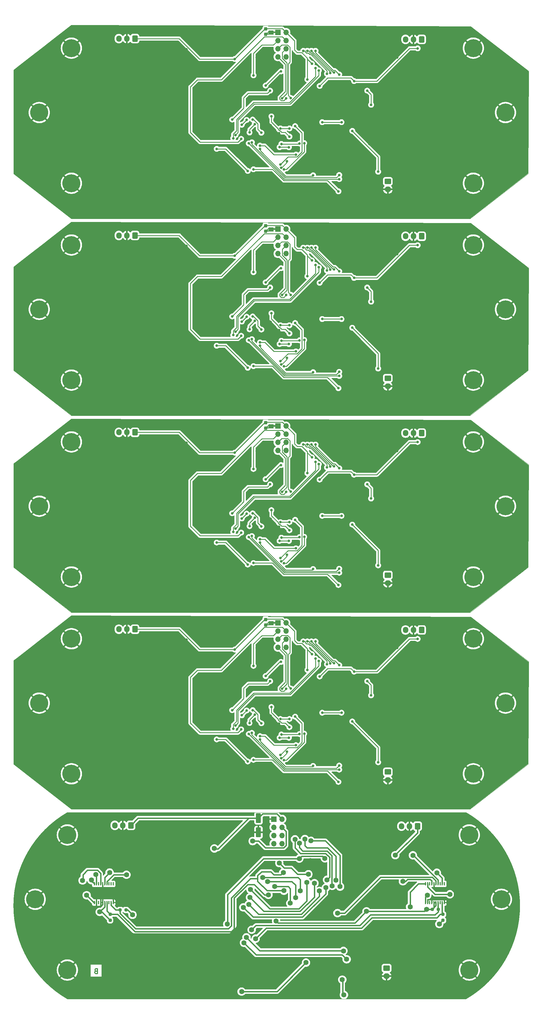
<source format=gbr>
%TF.GenerationSoftware,KiCad,Pcbnew,7.0.6-7.0.6~ubuntu20.04.1*%
%TF.CreationDate,2023-07-11T09:11:54+02:00*%
%TF.ProjectId,output_panel2023-07-11_071138.9032810000,6f757470-7574-45f7-9061-6e656c323032,rev?*%
%TF.SameCoordinates,Original*%
%TF.FileFunction,Copper,L2,Bot*%
%TF.FilePolarity,Positive*%
%FSLAX45Y45*%
G04 Gerber Fmt 4.5, Leading zero omitted, Abs format (unit mm)*
G04 Created by KiCad (PCBNEW 7.0.6-7.0.6~ubuntu20.04.1) date 2023-07-11 09:11:54*
%MOMM*%
%LPD*%
G01*
G04 APERTURE LIST*
G04 Aperture macros list*
%AMRoundRect*
0 Rectangle with rounded corners*
0 $1 Rounding radius*
0 $2 $3 $4 $5 $6 $7 $8 $9 X,Y pos of 4 corners*
0 Add a 4 corners polygon primitive as box body*
4,1,4,$2,$3,$4,$5,$6,$7,$8,$9,$2,$3,0*
0 Add four circle primitives for the rounded corners*
1,1,$1+$1,$2,$3*
1,1,$1+$1,$4,$5*
1,1,$1+$1,$6,$7*
1,1,$1+$1,$8,$9*
0 Add four rect primitives between the rounded corners*
20,1,$1+$1,$2,$3,$4,$5,0*
20,1,$1+$1,$4,$5,$6,$7,0*
20,1,$1+$1,$6,$7,$8,$9,0*
20,1,$1+$1,$8,$9,$2,$3,0*%
G04 Aperture macros list end*
%TA.AperFunction,Profile*%
%ADD10C,0.100000*%
%TD*%
%TA.AperFunction,Profile*%
%ADD11C,0.050000*%
%TD*%
%ADD12C,0.300000*%
%TA.AperFunction,NonConductor*%
%ADD13C,0.300000*%
%TD*%
%TA.AperFunction,ComponentPad*%
%ADD14C,5.600000*%
%TD*%
%TA.AperFunction,ComponentPad*%
%ADD15RoundRect,0.250000X0.600000X0.725000X-0.600000X0.725000X-0.600000X-0.725000X0.600000X-0.725000X0*%
%TD*%
%TA.AperFunction,ComponentPad*%
%ADD16O,1.700000X1.950000*%
%TD*%
%TA.AperFunction,ComponentPad*%
%ADD17R,1.700000X1.700000*%
%TD*%
%TA.AperFunction,ComponentPad*%
%ADD18O,1.700000X1.700000*%
%TD*%
%TA.AperFunction,SMDPad,CuDef*%
%ADD19RoundRect,0.237500X-0.237500X0.300000X-0.237500X-0.300000X0.237500X-0.300000X0.237500X0.300000X0*%
%TD*%
%TA.AperFunction,ComponentPad*%
%ADD20RoundRect,0.250000X-0.750000X0.600000X-0.750000X-0.600000X0.750000X-0.600000X0.750000X0.600000X0*%
%TD*%
%TA.AperFunction,ComponentPad*%
%ADD21O,2.000000X1.700000*%
%TD*%
%TA.AperFunction,SMDPad,CuDef*%
%ADD22RoundRect,0.237500X0.237500X-0.250000X0.237500X0.250000X-0.237500X0.250000X-0.237500X-0.250000X0*%
%TD*%
%TA.AperFunction,SMDPad,CuDef*%
%ADD23R,0.400000X1.000000*%
%TD*%
%TA.AperFunction,SMDPad,CuDef*%
%ADD24RoundRect,0.237500X-0.250000X-0.237500X0.250000X-0.237500X0.250000X0.237500X-0.250000X0.237500X0*%
%TD*%
%TA.AperFunction,SMDPad,CuDef*%
%ADD25RoundRect,0.250000X-0.550000X1.250000X-0.550000X-1.250000X0.550000X-1.250000X0.550000X1.250000X0*%
%TD*%
%TA.AperFunction,SMDPad,CuDef*%
%ADD26RoundRect,0.237500X0.250000X0.237500X-0.250000X0.237500X-0.250000X-0.237500X0.250000X-0.237500X0*%
%TD*%
%TA.AperFunction,ViaPad*%
%ADD27C,0.800000*%
%TD*%
%TA.AperFunction,ViaPad*%
%ADD28C,1.600000*%
%TD*%
%TA.AperFunction,Conductor*%
%ADD29C,0.250000*%
%TD*%
%TA.AperFunction,Conductor*%
%ADD30C,0.400000*%
%TD*%
G04 APERTURE END LIST*
D10*
X16050000Y-23029999D02*
X14250000Y-24429999D01*
X14250000Y-6070000D02*
X1850000Y-6070000D01*
X16070000Y-7599999D02*
X16050000Y-10789999D01*
X50000Y-13689999D02*
X1850000Y-12289999D01*
D11*
X14123822Y-30329999D02*
G75*
G03*
X14123822Y-24529999I-1674316J2900000D01*
G01*
D10*
X14250000Y-18309999D02*
X1850000Y-18309999D01*
X1850000Y-12289999D02*
X14270000Y-12329999D01*
X1723822Y-24529999D02*
X14123822Y-24529999D01*
X1723822Y-30329999D02*
X14123822Y-30329999D01*
X50000Y-23029999D02*
X50000Y-19809999D01*
X16050000Y-10789999D02*
X14250000Y-12189999D01*
X14250000Y-12189999D02*
X1850000Y-12189999D01*
X50000Y-16909999D02*
X50000Y-13689999D01*
X1850000Y-18409999D02*
X14270000Y-18449999D01*
X1850000Y-6169999D02*
X14270000Y-6209999D01*
X14250000Y-24429999D02*
X1850000Y-24429999D01*
X50000Y-1450000D02*
X1850000Y-50000D01*
X16050000Y-16909999D02*
X14250000Y-18309999D01*
X14270000Y-6209999D02*
X16070000Y-7599999D01*
X1850000Y-18309999D02*
X50000Y-16909999D01*
X16070000Y-13719999D02*
X16050000Y-16909999D01*
X50000Y-10789999D02*
X50000Y-7569999D01*
X1850000Y-6070000D02*
X50000Y-4670000D01*
X1850000Y-24429999D02*
X50000Y-23029999D01*
D11*
X1723822Y-24529999D02*
G75*
G03*
X1723822Y-30329999I1674316J-2900000D01*
G01*
D10*
X50000Y-7569999D02*
X1850000Y-6169999D01*
X14270000Y-90000D02*
X16070000Y-1480000D01*
X1850000Y-12189999D02*
X50000Y-10789999D01*
X14270000Y-12329999D02*
X16070000Y-13719999D01*
X14270000Y-18449999D02*
X16070000Y-19839999D01*
X50000Y-4670000D02*
X50000Y-1450000D01*
X16070000Y-19839999D02*
X16050000Y-23029999D01*
X16070000Y-1480000D02*
X16050000Y-4670000D01*
X50000Y-19809999D02*
X1850000Y-18409999D01*
X16050000Y-4670000D02*
X14250000Y-6070000D01*
X1850000Y-50000D02*
X14270000Y-90000D01*
D12*
D13*
X2609371Y-29462510D02*
X2587943Y-29469653D01*
X2587943Y-29469653D02*
X2580800Y-29476796D01*
X2580800Y-29476796D02*
X2573657Y-29491082D01*
X2573657Y-29491082D02*
X2573657Y-29512510D01*
X2573657Y-29512510D02*
X2580800Y-29526796D01*
X2580800Y-29526796D02*
X2587943Y-29533939D01*
X2587943Y-29533939D02*
X2602228Y-29541082D01*
X2602228Y-29541082D02*
X2659371Y-29541082D01*
X2659371Y-29541082D02*
X2659371Y-29391082D01*
X2659371Y-29391082D02*
X2609371Y-29391082D01*
X2609371Y-29391082D02*
X2595085Y-29398224D01*
X2595085Y-29398224D02*
X2587943Y-29405367D01*
X2587943Y-29405367D02*
X2580800Y-29419653D01*
X2580800Y-29419653D02*
X2580800Y-29433939D01*
X2580800Y-29433939D02*
X2587943Y-29448224D01*
X2587943Y-29448224D02*
X2595085Y-29455367D01*
X2595085Y-29455367D02*
X2609371Y-29462510D01*
X2609371Y-29462510D02*
X2659371Y-29462510D01*
D14*
X1850000Y-770000D03*
D15*
X3825000Y-472500D03*
D16*
X3575000Y-472500D03*
X3325000Y-472500D03*
D17*
X8270000Y-276000D03*
D18*
X8524000Y-276000D03*
X8270000Y-530000D03*
X8524000Y-530000D03*
X8270000Y-784000D03*
X8524000Y-784000D03*
X8270000Y-1038000D03*
X8524000Y-1038000D03*
D15*
X3698822Y-24932499D03*
D16*
X3448822Y-24932499D03*
X3198822Y-24932499D03*
D14*
X14350000Y-17209999D03*
X1850000Y-13009999D03*
X1723822Y-25229999D03*
X723822Y-27229999D03*
X14223822Y-25229999D03*
D15*
X12740400Y-18856199D03*
D16*
X12490400Y-18856199D03*
X12240400Y-18856199D03*
D14*
X1850000Y-17209999D03*
D17*
X8270000Y-12515999D03*
D18*
X8524000Y-12515999D03*
X8270000Y-12769999D03*
X8524000Y-12769999D03*
X8270000Y-13023999D03*
X8524000Y-13023999D03*
X8270000Y-13277999D03*
X8524000Y-13277999D03*
D17*
X8270000Y-6395999D03*
D18*
X8524000Y-6395999D03*
X8270000Y-6649999D03*
X8524000Y-6649999D03*
X8270000Y-6903999D03*
X8524000Y-6903999D03*
X8270000Y-7157999D03*
X8524000Y-7157999D03*
D14*
X14350000Y-6889999D03*
D15*
X12740400Y-12736199D03*
D16*
X12490400Y-12736199D03*
X12240400Y-12736199D03*
D15*
X12740400Y-6616199D03*
D16*
X12490400Y-6616199D03*
X12240400Y-6616199D03*
D14*
X1723822Y-29429999D03*
D15*
X12740400Y-496200D03*
D16*
X12490400Y-496200D03*
X12240400Y-496200D03*
D14*
X850000Y-2770000D03*
X14350000Y-770000D03*
X15350000Y-2770000D03*
X1850000Y-23329999D03*
X1850000Y-6889999D03*
X15350000Y-15009999D03*
D15*
X3825000Y-12712499D03*
D16*
X3575000Y-12712499D03*
X3325000Y-12712499D03*
D15*
X3825000Y-6592499D03*
D16*
X3575000Y-6592499D03*
X3325000Y-6592499D03*
D14*
X14350000Y-13009999D03*
D17*
X8270000Y-18635999D03*
D18*
X8524000Y-18635999D03*
X8270000Y-18889999D03*
X8524000Y-18889999D03*
X8270000Y-19143999D03*
X8524000Y-19143999D03*
X8270000Y-19397999D03*
X8524000Y-19397999D03*
D15*
X12614222Y-24956199D03*
D16*
X12364222Y-24956199D03*
X12114222Y-24956199D03*
D14*
X15350000Y-8889999D03*
X14350000Y-23329999D03*
X850000Y-8889999D03*
D15*
X3825000Y-18832499D03*
D16*
X3575000Y-18832499D03*
X3325000Y-18832499D03*
D14*
X1850000Y-19129999D03*
X15350000Y-21129999D03*
X850000Y-15009999D03*
X14223822Y-29429999D03*
X1850000Y-11089999D03*
X14350000Y-11089999D03*
X850000Y-21129999D03*
X14350000Y-4970000D03*
X1850000Y-4970000D03*
D17*
X8143822Y-24735999D03*
D18*
X8397822Y-24735999D03*
X8143822Y-24989999D03*
X8397822Y-24989999D03*
X8143822Y-25243999D03*
X8397822Y-25243999D03*
X8143822Y-25497999D03*
X8397822Y-25497999D03*
D14*
X14350000Y-19129999D03*
X15223822Y-27229999D03*
D19*
X7890000Y-12409999D03*
X7890000Y-12582499D03*
D20*
X11690000Y-23269999D03*
D21*
X11690000Y-23519999D03*
D22*
X3054822Y-27881249D03*
X3054822Y-27698749D03*
D19*
X7890000Y-18529999D03*
X7890000Y-18702499D03*
D20*
X11651322Y-29369999D03*
D21*
X11651322Y-29619999D03*
D20*
X11690000Y-17149999D03*
D21*
X11690000Y-17399999D03*
D19*
X7890000Y-6289999D03*
X7890000Y-6462499D03*
D23*
X3147322Y-27329999D03*
X3082322Y-27329999D03*
X3017322Y-27329999D03*
X2952322Y-27329999D03*
X2887322Y-27329999D03*
X2822322Y-27329999D03*
X2757322Y-27329999D03*
X2692322Y-27329999D03*
X2627322Y-27329999D03*
X2562322Y-27329999D03*
X2562322Y-26749999D03*
X2627322Y-26749999D03*
X2692322Y-26749999D03*
X2757322Y-26749999D03*
X2822322Y-26749999D03*
X2887322Y-26749999D03*
X2952322Y-26749999D03*
X3017322Y-26749999D03*
X3082322Y-26749999D03*
X3147322Y-26749999D03*
D22*
X13404822Y-27881249D03*
X13404822Y-27698749D03*
D20*
X11690000Y-4910000D03*
D21*
X11690000Y-5160000D03*
D24*
X13073572Y-27539999D03*
X13256072Y-27539999D03*
D20*
X11690000Y-11029999D03*
D21*
X11690000Y-11279999D03*
D19*
X7890000Y-170000D03*
X7890000Y-342500D03*
D25*
X7666822Y-24706999D03*
X7666822Y-25146999D03*
D23*
X13447322Y-27329999D03*
X13382322Y-27329999D03*
X13317322Y-27329999D03*
X13252322Y-27329999D03*
X13187322Y-27329999D03*
X13122322Y-27329999D03*
X13057322Y-27329999D03*
X12992322Y-27329999D03*
X12927322Y-27329999D03*
X12862322Y-27329999D03*
X12862322Y-26749999D03*
X12927322Y-26749999D03*
X12992322Y-26749999D03*
X13057322Y-26749999D03*
X13122322Y-26749999D03*
X13187322Y-26749999D03*
X13252322Y-26749999D03*
X13317322Y-26749999D03*
X13382322Y-26749999D03*
X13447322Y-26749999D03*
D26*
X3546072Y-27559999D03*
X3363572Y-27559999D03*
D27*
X8832800Y-4077600D03*
X7714770Y-3797770D03*
X6470600Y-4331600D03*
X8310000Y-3410000D03*
X8324800Y-2680600D03*
X8807400Y-1842400D03*
X15386000Y-4280800D03*
X5429200Y-5525400D03*
X5683200Y-750200D03*
X12312600Y-1207400D03*
X7350000Y-4090000D03*
X7283400Y-4788800D03*
X7689800Y-1817000D03*
X8756600Y-978800D03*
X8731200Y-2680600D03*
X704800Y-4357000D03*
X15538400Y-3442600D03*
X9163000Y-4179200D03*
X13277800Y-5627000D03*
X10410000Y-2390000D03*
X11982400Y-1055000D03*
X5870000Y-630000D03*
X11118800Y-3747400D03*
X4006800Y-4103000D03*
X13100000Y-2858400D03*
X4895800Y-3849000D03*
X3905200Y-5474600D03*
X12109400Y-3925200D03*
X10712400Y-3671200D03*
X654000Y-1918600D03*
X7689800Y-2299600D03*
X4387800Y-826400D03*
X8299400Y-1740800D03*
X15005000Y-1232800D03*
X10179000Y-1385200D03*
X8909000Y-2960000D03*
X8147000Y-4814200D03*
X7969200Y-877200D03*
X8045400Y-3163200D03*
X8147000Y-2325000D03*
X14014400Y-369200D03*
X984200Y-1055000D03*
X476200Y-3442600D03*
X10001200Y-2223400D03*
X15411400Y-1766200D03*
X8810000Y-3490000D03*
X9620200Y-3696600D03*
X8807400Y-4433200D03*
X11042600Y-4839600D03*
X3194000Y-3315600D03*
X5073600Y-826400D03*
X3194000Y-2934600D03*
X8375600Y-5652400D03*
X7770000Y-3250000D03*
X7613600Y-1055000D03*
X9730000Y-2830000D03*
X10458400Y-1359800D03*
X6165800Y-699400D03*
X5429200Y-801000D03*
X10687000Y-1055000D03*
X11703000Y-5677800D03*
X8985200Y-1867800D03*
X11390000Y-4610000D03*
X10585400Y-3341000D03*
X6927800Y-1105800D03*
X9330000Y-1250000D03*
X12617400Y-775600D03*
X9366200Y-4722150D03*
X8629600Y-3264800D03*
X7715200Y-3899800D03*
X10639450Y-1791600D03*
X8350200Y-3264800D03*
X9569400Y-1944000D03*
X11170000Y-2530000D03*
X9188400Y-1740800D03*
X11050000Y-2090000D03*
X9061400Y-851800D03*
X9797570Y-1563430D03*
X9899170Y-1538030D03*
X9188400Y-851800D03*
X10013470Y-1525330D03*
X9315400Y-851800D03*
X9442400Y-851800D03*
X10179000Y-1588400D03*
X7461200Y-3696600D03*
X10179000Y-4712600D03*
X7365493Y-3729092D03*
X10179000Y-4839600D03*
X7512000Y-4534800D03*
X10153600Y-5220600D03*
X7300000Y-3000000D03*
X7150000Y-3150000D03*
X8375600Y-4484000D03*
X8554260Y-4280800D03*
X8614250Y-3849000D03*
X8324230Y-3848430D03*
X8629600Y-3518800D03*
X8070000Y-2890000D03*
X7334200Y-4585600D03*
X6369000Y-3899800D03*
X9442400Y-1388950D03*
X6880750Y-3569600D03*
X8458764Y-4539442D03*
X9090355Y-3722000D03*
X9544000Y-1461400D03*
X6953200Y-3468000D03*
X8370000Y-1490000D03*
X7890000Y-1930000D03*
X6850000Y-2990000D03*
X8030000Y-2090000D03*
X9650000Y-3070000D03*
X8945405Y-3732145D03*
X10250000Y-3070000D03*
X8379350Y-3747400D03*
X8350200Y-4382400D03*
X8807400Y-3192350D03*
X7512000Y-1613800D03*
X8673550Y-2318150D03*
X8528000Y-2325000D03*
X8401000Y-2325000D03*
X7757550Y-3398457D03*
X7487550Y-2990000D03*
X7390000Y-3390000D03*
X7550000Y-3130000D03*
X7130000Y-3590000D03*
X7714770Y-9917770D03*
X8832800Y-10197599D03*
X8147000Y-10934199D03*
X8985200Y-7987799D03*
X10687000Y-7174999D03*
X7613600Y-7174999D03*
X10410000Y-8509999D03*
X3194000Y-9435599D03*
X10179000Y-7505199D03*
X704800Y-10476999D03*
X8310000Y-9529999D03*
X5683200Y-6870199D03*
X8375600Y-11772399D03*
X8147000Y-8444999D03*
X13277800Y-11746999D03*
X10458400Y-7479799D03*
X984200Y-7174999D03*
X8731200Y-8800599D03*
X7350000Y-10209999D03*
X5870000Y-6749999D03*
X9620200Y-9816599D03*
X3194000Y-9054599D03*
X8807400Y-7962399D03*
X10712400Y-9791199D03*
X9730000Y-8949999D03*
X13100000Y-8978399D03*
X476200Y-9562599D03*
X7770000Y-9369999D03*
X7969200Y-6997199D03*
X11118800Y-9867399D03*
X11982400Y-7174999D03*
X9163000Y-10299199D03*
X8807400Y-10553199D03*
X11703000Y-11797799D03*
X6470600Y-10451599D03*
X8756600Y-7098799D03*
X4006800Y-10222999D03*
X4387800Y-6946399D03*
X6165800Y-6819399D03*
X12312600Y-7327399D03*
X8324800Y-8800599D03*
X5429200Y-6920999D03*
X11042600Y-10959599D03*
X3905200Y-11594599D03*
X15005000Y-7352799D03*
X5429200Y-11645399D03*
X4895800Y-9968999D03*
X12109400Y-10045199D03*
X7689800Y-8419599D03*
X10001200Y-8343399D03*
X15386000Y-10400799D03*
X14014400Y-6489199D03*
X15411400Y-7886199D03*
X8299400Y-7860799D03*
X7283400Y-10908799D03*
X5073600Y-6946399D03*
X15538400Y-9562599D03*
X7689800Y-7936999D03*
X8045400Y-9283199D03*
X8810000Y-9609999D03*
X8909000Y-9079999D03*
X654000Y-8038599D03*
X10585400Y-9460999D03*
X11390000Y-10729999D03*
X9366200Y-10842149D03*
X12617400Y-6895599D03*
X10639450Y-7911599D03*
X9569400Y-8063999D03*
X8350200Y-9384799D03*
X6927800Y-7225799D03*
X9188400Y-7860799D03*
X8629600Y-9384799D03*
X7715200Y-10019799D03*
X9330000Y-7369999D03*
X11170000Y-8649999D03*
X11050000Y-8209999D03*
X9797570Y-7683429D03*
X9061400Y-6971799D03*
X9899170Y-7658029D03*
X9188400Y-6971799D03*
X10013470Y-7645329D03*
X9315400Y-6971799D03*
X9442400Y-6971799D03*
X10179000Y-7708399D03*
X10179000Y-10832599D03*
X7461200Y-9816599D03*
X7365493Y-9849092D03*
X10179000Y-10959599D03*
X7512000Y-10654799D03*
X10153600Y-11340599D03*
X7300000Y-9119999D03*
X7150000Y-9269999D03*
X8554260Y-10400799D03*
X8375600Y-10603999D03*
X8614250Y-9968999D03*
X8324230Y-9968430D03*
X8629600Y-9638799D03*
X8070000Y-9009999D03*
X7334200Y-10705599D03*
X6369000Y-10019799D03*
X9442400Y-7508949D03*
X6880750Y-9689599D03*
X9090355Y-9841999D03*
X8458764Y-10659442D03*
X9544000Y-7581399D03*
X6953200Y-9587999D03*
X7890000Y-8049999D03*
X8370000Y-7609999D03*
X8030000Y-8209999D03*
X6850000Y-9109999D03*
X10250000Y-9189999D03*
X8379350Y-9867399D03*
X8945405Y-9852145D03*
X9650000Y-9189999D03*
X8807400Y-9312349D03*
X8350200Y-10502399D03*
X7512000Y-7733799D03*
X8673550Y-8438150D03*
X8528000Y-8444999D03*
X8401000Y-8444999D03*
X7757550Y-9518457D03*
X7487550Y-9109999D03*
X7390000Y-9509999D03*
X7550000Y-9249999D03*
X7130000Y-9709999D03*
X8832800Y-16317599D03*
X7714770Y-16037769D03*
X13100000Y-15098399D03*
X8807400Y-16673199D03*
X476200Y-15682599D03*
X15005000Y-13472799D03*
X8147000Y-17054199D03*
X10458400Y-13599799D03*
X8985200Y-14107799D03*
X10712400Y-15911199D03*
X9163000Y-16419199D03*
X6165800Y-12939399D03*
X3194000Y-15174599D03*
X10410000Y-14629999D03*
X7350000Y-16329999D03*
X8909000Y-15199999D03*
X7689800Y-14539599D03*
X9730000Y-15069999D03*
X10001200Y-14463399D03*
X12312600Y-13447399D03*
X11703000Y-17917799D03*
X10179000Y-13625199D03*
X8375600Y-17892399D03*
X704800Y-16596999D03*
X7969200Y-13117199D03*
X8756600Y-13218799D03*
X4387800Y-13066399D03*
X4006800Y-16342999D03*
X8731200Y-14920599D03*
X8147000Y-14564999D03*
X984200Y-13294999D03*
X13277800Y-17866999D03*
X10687000Y-13294999D03*
X8810000Y-15729999D03*
X7770000Y-15489999D03*
X5683200Y-12990199D03*
X6470600Y-16571599D03*
X7283400Y-17028799D03*
X12109400Y-16165199D03*
X3905200Y-17714599D03*
X654000Y-14158599D03*
X8045400Y-15403199D03*
X14014400Y-12609199D03*
X11982400Y-13294999D03*
X11042600Y-17079599D03*
X5429200Y-13040999D03*
X8324800Y-14920599D03*
X7689800Y-14056999D03*
X15538400Y-15682599D03*
X9620200Y-15936599D03*
X5870000Y-12869999D03*
X5073600Y-13066399D03*
X7613600Y-13294999D03*
X3194000Y-15555599D03*
X8299400Y-13980799D03*
X4895800Y-16088999D03*
X15411400Y-14006199D03*
X8310000Y-15649999D03*
X11118800Y-15987399D03*
X8807400Y-14082399D03*
X15386000Y-16520799D03*
X5429200Y-17765399D03*
X11390000Y-16849999D03*
X10585400Y-15580999D03*
X11170000Y-14769999D03*
X8629600Y-15504799D03*
X9188400Y-13980799D03*
X9330000Y-13489999D03*
X12617400Y-13015599D03*
X9569400Y-14183999D03*
X9366200Y-16962149D03*
X7715200Y-16139799D03*
X10639450Y-14031599D03*
X8350200Y-15504799D03*
X11050000Y-14329999D03*
X6927800Y-13345799D03*
X9061400Y-13091799D03*
X9797570Y-13803429D03*
X9188400Y-13091799D03*
X9899170Y-13778029D03*
X10013470Y-13765329D03*
X9315400Y-13091799D03*
X9442400Y-13091799D03*
X10179000Y-13828399D03*
X10179000Y-16952599D03*
X7461200Y-15936599D03*
X7365493Y-15969092D03*
X10179000Y-17079599D03*
X10153600Y-17460599D03*
X7512000Y-16774799D03*
X7300000Y-15239999D03*
X7150000Y-15389999D03*
X8554260Y-16520799D03*
X8375600Y-16723999D03*
X8324230Y-16088430D03*
X8614250Y-16088999D03*
X8070000Y-15129999D03*
X8629600Y-15758799D03*
X6369000Y-16139799D03*
X7334200Y-16825599D03*
X6880750Y-15809599D03*
X9442400Y-13628949D03*
X9090355Y-15961999D03*
X8458764Y-16779442D03*
X9544000Y-13701399D03*
X6953200Y-15707999D03*
X8370000Y-13729999D03*
X7890000Y-14169999D03*
X6850000Y-15229999D03*
X8030000Y-14329999D03*
X8945405Y-15972144D03*
X9650000Y-15309999D03*
X10250000Y-15309999D03*
X8379350Y-15987399D03*
X8807400Y-15432349D03*
X8350200Y-16622399D03*
X7512000Y-13853799D03*
X8673550Y-14558149D03*
X8528000Y-14564999D03*
X8401000Y-14564999D03*
X7757550Y-15638457D03*
X7487550Y-15229999D03*
X7550000Y-15369999D03*
X7390000Y-15629999D03*
X7130000Y-15829999D03*
X8832800Y-22437599D03*
X7714770Y-22157769D03*
X8045400Y-21523199D03*
X10687000Y-19414999D03*
X3194000Y-21294599D03*
X3194000Y-21675599D03*
X8756600Y-19338799D03*
X10179000Y-19745199D03*
X7613600Y-19414999D03*
X8147000Y-20684999D03*
X8985200Y-20227799D03*
X15386000Y-22640799D03*
X5683200Y-19110199D03*
X10458400Y-19719799D03*
X15411400Y-20126199D03*
X13100000Y-21218399D03*
X11118800Y-22107399D03*
X8324800Y-21040599D03*
X12109400Y-22285199D03*
X11703000Y-24037799D03*
X5073600Y-19186399D03*
X8807400Y-22793199D03*
X8147000Y-23174199D03*
X8375600Y-24012399D03*
X11982400Y-19414999D03*
X4387800Y-19186399D03*
X7689800Y-20176999D03*
X3905200Y-23834599D03*
X4006800Y-22462999D03*
X6470600Y-22691599D03*
X7283400Y-23148799D03*
X7689800Y-20659599D03*
X654000Y-20278599D03*
X8310000Y-21769999D03*
X11042600Y-23199599D03*
X8299400Y-20100799D03*
X9163000Y-22539199D03*
X6165800Y-19059399D03*
X704800Y-22716999D03*
X10410000Y-20749999D03*
X10001200Y-20583399D03*
X12312600Y-19567399D03*
X14014400Y-18729199D03*
X9620200Y-22056599D03*
X7350000Y-22449999D03*
X15538400Y-21802599D03*
X8807400Y-20202399D03*
X8909000Y-21319999D03*
X476200Y-21802599D03*
X15005000Y-19592799D03*
X13277800Y-23986999D03*
X5870000Y-18989999D03*
X984200Y-19414999D03*
X10712400Y-22031199D03*
X9730000Y-21189999D03*
X5429200Y-19160999D03*
X5429200Y-23885399D03*
X7969200Y-19237199D03*
X4895800Y-22208999D03*
X8731200Y-21040599D03*
X8810000Y-21849999D03*
X7770000Y-21609999D03*
X10585400Y-21700999D03*
X11390000Y-22969999D03*
X8350200Y-21624799D03*
X8629600Y-21624799D03*
X12617400Y-19135599D03*
X7715200Y-22259799D03*
X9330000Y-19609999D03*
X10639450Y-20151599D03*
X11050000Y-20449999D03*
X9569400Y-20303999D03*
X9188400Y-20100799D03*
X9366200Y-23082149D03*
X11170000Y-20889999D03*
X6927800Y-19465799D03*
X9797570Y-19923429D03*
X9061400Y-19211799D03*
X9188400Y-19211799D03*
X9899170Y-19898029D03*
X10013470Y-19885329D03*
X9315400Y-19211799D03*
X9442400Y-19211799D03*
X10179000Y-19948399D03*
X7461200Y-22056599D03*
X10179000Y-23072599D03*
X10179000Y-23199599D03*
X7365493Y-22089092D03*
X7512000Y-22894799D03*
X10153600Y-23580599D03*
X7150000Y-21509999D03*
X7300000Y-21359999D03*
X8554260Y-22640799D03*
X8375600Y-22843999D03*
X8614250Y-22208999D03*
X8324230Y-22208429D03*
X8070000Y-21249999D03*
X8629600Y-21878799D03*
X6369000Y-22259799D03*
X7334200Y-22945599D03*
X9442400Y-19748949D03*
X6880750Y-21929599D03*
X9090355Y-22081999D03*
X8458764Y-22899441D03*
X6953200Y-21827999D03*
X9544000Y-19821399D03*
X8370000Y-19849999D03*
X7890000Y-20289999D03*
X6850000Y-21349999D03*
X8030000Y-20449999D03*
X8945405Y-22092144D03*
X10250000Y-21429999D03*
X9650000Y-21429999D03*
X8379350Y-22107399D03*
X8807400Y-21552349D03*
X8350200Y-22742399D03*
X7512000Y-19973799D03*
X8673550Y-20678149D03*
X8528000Y-20684999D03*
X8401000Y-20684999D03*
X7757550Y-21758456D03*
X7487550Y-21349999D03*
X7550000Y-21489999D03*
X7390000Y-21749999D03*
X7130000Y-21949999D03*
D28*
X9145822Y-29196999D03*
X13292822Y-27997999D03*
X2730822Y-27620999D03*
X8315772Y-26103579D03*
X11922822Y-25857999D03*
X6294822Y-25648949D03*
X3749822Y-27711999D03*
X11028822Y-27602999D03*
X7142822Y-30098999D03*
X9220822Y-26449999D03*
X8214822Y-27907999D03*
X12894822Y-27543999D03*
X4989822Y-25173999D03*
X9282822Y-26025999D03*
X10854822Y-25999999D03*
X11454822Y-26359999D03*
X10757822Y-25451999D03*
X10884822Y-26249999D03*
X8921822Y-26253999D03*
X8424822Y-27379999D03*
X11234822Y-26349999D03*
X5344822Y-25164999D03*
X8190822Y-26272999D03*
X8344822Y-28349999D03*
X5861822Y-25133999D03*
X8315822Y-25808999D03*
X7196822Y-27480999D03*
X9761822Y-26868999D03*
X7362822Y-27391999D03*
X9562822Y-26970999D03*
X9408822Y-26728999D03*
X7402822Y-27171999D03*
X7418822Y-26926999D03*
X9171822Y-26704999D03*
X9799772Y-26624018D03*
X8802326Y-25364718D03*
X8942822Y-25484999D03*
X9959822Y-26813999D03*
X10076822Y-26635999D03*
X9110822Y-25355999D03*
X10204822Y-26833999D03*
X9299822Y-25412999D03*
X7293822Y-28411999D03*
X10309822Y-28834999D03*
X10409822Y-29093999D03*
X7216381Y-28579956D03*
X10324822Y-30199999D03*
X10273822Y-29727999D03*
X3561822Y-26466049D03*
X12470822Y-25861999D03*
X8438947Y-26397124D03*
X8459822Y-26961999D03*
X7578822Y-28453999D03*
X7455700Y-28177329D03*
X7977822Y-27090999D03*
X9732822Y-25955999D03*
X8938447Y-25964656D03*
X6695542Y-28001719D03*
X13619822Y-27072999D03*
X12158822Y-26668999D03*
X12917822Y-27102999D03*
X12383822Y-27463999D03*
X2322822Y-27103999D03*
X13214822Y-26404999D03*
X2612822Y-26455999D03*
X2195822Y-26643999D03*
X2470619Y-26631547D03*
X3037351Y-26398264D03*
X10123822Y-27658999D03*
X7800822Y-26549999D03*
X8965822Y-26968999D03*
X8820822Y-27181999D03*
X7950822Y-26676999D03*
X8168822Y-26830854D03*
X8656822Y-27351999D03*
X7486822Y-25419999D03*
D29*
X8147000Y-4077600D02*
X7867170Y-3797770D01*
X7867170Y-3797770D02*
X7714770Y-3797770D01*
X8832800Y-4077600D02*
X8147000Y-4077600D01*
X7890000Y-342500D02*
X7956500Y-276000D01*
X7956500Y-276000D02*
X8270000Y-276000D01*
X10890200Y-3645800D02*
X10585400Y-3341000D01*
X10890200Y-3645800D02*
X11390000Y-4145600D01*
X11390000Y-4145600D02*
X11390000Y-4610000D01*
X12364330Y-775600D02*
X11348330Y-1791600D01*
X9817600Y-1695800D02*
X9569400Y-1944000D01*
X11348330Y-1791600D02*
X10639450Y-1791600D01*
X9017070Y-910000D02*
X9188400Y-1081330D01*
X8790000Y-542000D02*
X8790000Y-830000D01*
X7875100Y-158500D02*
X8406500Y-158500D01*
X5836530Y-1105800D02*
X6927800Y-1105800D01*
X8481600Y-318400D02*
X8524000Y-276000D01*
X5203231Y-472500D02*
X5836530Y-1105800D01*
X9188400Y-1108400D02*
X9330000Y-1250000D01*
X7727440Y-3912039D02*
X7715200Y-3899800D01*
X11170000Y-2210000D02*
X11170000Y-2530000D01*
X12617400Y-775600D02*
X12364330Y-775600D01*
X11050000Y-2090000D02*
X11170000Y-2210000D01*
X6927800Y-1105800D02*
X7875100Y-158500D01*
X10543650Y-1695800D02*
X9817600Y-1695800D01*
X8870000Y-910000D02*
X9017070Y-910000D01*
X10639450Y-1791600D02*
X10543650Y-1695800D01*
X9366200Y-4722150D02*
X9338750Y-4749600D01*
X8524000Y-276000D02*
X8790000Y-542000D01*
X9188400Y-1081330D02*
X9188400Y-1108400D01*
X3825000Y-472500D02*
X5203231Y-472500D01*
X8790000Y-830000D02*
X8870000Y-910000D01*
X8629600Y-3264800D02*
X8350200Y-3264800D01*
X9188400Y-1081330D02*
X9188400Y-1740800D01*
X8513280Y-4749600D02*
X7727440Y-3963760D01*
X7727440Y-3963760D02*
X7727440Y-3912039D01*
X9338750Y-4749600D02*
X8553400Y-4749600D01*
X8406500Y-158500D02*
X8524000Y-276000D01*
X8553400Y-4749600D02*
X8513280Y-4749600D01*
X9266730Y-969300D02*
X9305621Y-969300D01*
X9305621Y-969300D02*
X9797570Y-1461249D01*
X9158370Y-924300D02*
X9221730Y-924300D01*
X9115900Y-851800D02*
X9115900Y-881830D01*
X9797570Y-1461249D02*
X9797570Y-1563430D01*
X9221730Y-924300D02*
X9266730Y-969300D01*
X9061400Y-851800D02*
X9115900Y-851800D01*
X9115900Y-881830D02*
X9158370Y-924300D01*
X9324260Y-924300D02*
X9899170Y-1499209D01*
X9188400Y-851800D02*
X9242900Y-851800D01*
X9242900Y-881830D02*
X9285370Y-924300D01*
X9285370Y-924300D02*
X9324260Y-924300D01*
X9899170Y-1499209D02*
X9899170Y-1538030D01*
X9242900Y-851800D02*
X9242900Y-881830D01*
X10013470Y-1525330D02*
X9988930Y-1525330D01*
X9988930Y-1525330D02*
X9315400Y-851800D01*
X9980070Y-1452830D02*
X10043430Y-1452830D01*
X10043430Y-1452830D02*
X10179000Y-1588400D01*
X9442400Y-915160D02*
X9980070Y-1452830D01*
X9442400Y-851800D02*
X9442400Y-915160D01*
X10097000Y-4794600D02*
X10179000Y-4712600D01*
X8494640Y-4794600D02*
X9823400Y-4794600D01*
X7568620Y-3868580D02*
X8470320Y-4770280D01*
X9823400Y-4794600D02*
X10057800Y-4794600D01*
X7461200Y-3761160D02*
X7568620Y-3868580D01*
X8470320Y-4770280D02*
X8494640Y-4794600D01*
X10057800Y-4794600D02*
X10077400Y-4794600D01*
X7461200Y-3696600D02*
X7461200Y-3761160D01*
X10077400Y-4794600D02*
X10097000Y-4794600D01*
X7365493Y-3729092D02*
X8476001Y-4839600D01*
X8476001Y-4839600D02*
X10179000Y-4839600D01*
X8457361Y-4884600D02*
X9036000Y-4884600D01*
X7512000Y-4534800D02*
X8107561Y-4534800D01*
X8165380Y-4592619D02*
X8457361Y-4884600D01*
X9036000Y-4884600D02*
X9817600Y-4884600D01*
X8107561Y-4534800D02*
X8165380Y-4592619D01*
X9817600Y-4884600D02*
X10153600Y-5220600D01*
X7150000Y-3150000D02*
X7300000Y-3000000D01*
X8554260Y-4280800D02*
X8554260Y-4322409D01*
X8554260Y-4322409D02*
X8370969Y-4505700D01*
X8324230Y-3848430D02*
X8613681Y-3848430D01*
X8613681Y-3848430D02*
X8614250Y-3849000D01*
X8382500Y-3379969D02*
X8339830Y-3337300D01*
X8101265Y-3098734D02*
X8070000Y-3067469D01*
X8629600Y-3518800D02*
X8500800Y-3390000D01*
X8382500Y-3390000D02*
X8382500Y-3379969D01*
X8070000Y-3067469D02*
X8070000Y-2890000D01*
X8101265Y-3098734D02*
X8092530Y-3090000D01*
X8339830Y-3337300D02*
X8320169Y-3337300D01*
X8277700Y-3294830D02*
X8277700Y-3275169D01*
X8500800Y-3390000D02*
X8382500Y-3390000D01*
X8277700Y-3275169D02*
X8101265Y-3098734D01*
X8320169Y-3337300D02*
X8277700Y-3294830D01*
X7334200Y-4585600D02*
X6648400Y-3899800D01*
X6648400Y-3899800D02*
X6369000Y-3899800D01*
X6880750Y-3569600D02*
X6880750Y-3437919D01*
X7518560Y-2457800D02*
X8636360Y-2457800D01*
X8636360Y-2457800D02*
X9442400Y-1651760D01*
X6985000Y-2991360D02*
X7518560Y-2457800D01*
X9442400Y-1651760D02*
X9442400Y-1388950D01*
X6985000Y-3333669D02*
X6985000Y-2991360D01*
X6880750Y-3437919D02*
X6985000Y-3333669D01*
X9090355Y-3986215D02*
X9090355Y-3722000D01*
X8537128Y-4539442D02*
X9090355Y-3986215D01*
X8458764Y-4539442D02*
X8537128Y-4539442D01*
X7030000Y-3010000D02*
X7537200Y-2502800D01*
X9544000Y-1613800D02*
X9544000Y-1461400D01*
X6953200Y-3468000D02*
X7030000Y-3391200D01*
X8655000Y-2502800D02*
X9544000Y-1613800D01*
X7537200Y-2502800D02*
X8655000Y-2502800D01*
X7030000Y-3391200D02*
X7030000Y-3010000D01*
X8330000Y-1490000D02*
X8370000Y-1490000D01*
X7890000Y-1930000D02*
X8330000Y-1490000D01*
X6850000Y-2990000D02*
X7210000Y-2630000D01*
X7350000Y-2170000D02*
X7370000Y-2170000D01*
X7210000Y-2630000D02*
X7210000Y-2310000D01*
X7370000Y-2170000D02*
X7950000Y-2170000D01*
X7950000Y-2170000D02*
X8030000Y-2090000D01*
X7210000Y-2310000D02*
X7350000Y-2170000D01*
X9650000Y-3070000D02*
X10250000Y-3070000D01*
X8930150Y-3747400D02*
X8945405Y-3732145D01*
X8379350Y-3747400D02*
X8930150Y-3747400D01*
X9017905Y-3402855D02*
X8807400Y-3192350D01*
X8862831Y-4150100D02*
X9017905Y-3995025D01*
X9017905Y-3995025D02*
X9017905Y-3402855D01*
X8350200Y-4382400D02*
X8582500Y-4150100D01*
X8582500Y-4150100D02*
X8862831Y-4150100D01*
X8130000Y-670000D02*
X8270000Y-530000D01*
X7770000Y-670000D02*
X8130000Y-670000D01*
X7512000Y-928000D02*
X7770000Y-670000D01*
X7512000Y-1613800D02*
X7512000Y-928000D01*
X8387500Y-666500D02*
X8270000Y-784000D01*
X8595000Y-2239600D02*
X8595000Y-1250000D01*
X8641500Y-1203500D02*
X8641500Y-735330D01*
X8673550Y-2318150D02*
X8595000Y-2239600D01*
X8595000Y-1250000D02*
X8641500Y-1203500D01*
X8641500Y-735330D02*
X8572670Y-666500D01*
X8572670Y-666500D02*
X8387500Y-666500D01*
X8502600Y-1270600D02*
X8270000Y-1038000D01*
X8455500Y-2397500D02*
X8370969Y-2397500D01*
X8324800Y-2351330D02*
X8324800Y-2298669D01*
X8324800Y-2298669D02*
X8502600Y-2120869D01*
X8502600Y-2120869D02*
X8502600Y-1270600D01*
X8370969Y-2397500D02*
X8324800Y-2351330D01*
X8528000Y-2325000D02*
X8455500Y-2397500D01*
X8550000Y-1230000D02*
X8549830Y-1230000D01*
X8406500Y-901500D02*
X8524000Y-784000D01*
X8549830Y-1230000D02*
X8406500Y-1086670D01*
X8550000Y-1230000D02*
X8550000Y-2176000D01*
X8550000Y-2176000D02*
X8401000Y-2325000D01*
X8406500Y-1086670D02*
X8406500Y-901500D01*
X7650000Y-3290907D02*
X7650000Y-3127469D01*
X7650000Y-3127469D02*
X7512530Y-2990000D01*
X7757550Y-3398457D02*
X7650000Y-3290907D01*
X7512530Y-2990000D02*
X7487550Y-2990000D01*
X7390000Y-3290000D02*
X7390000Y-3390000D01*
X7550000Y-3130000D02*
X7390000Y-3290000D01*
X7030000Y-3690000D02*
X7130000Y-3590000D01*
X5850000Y-3690000D02*
X7030000Y-3690000D01*
X5550000Y-1970000D02*
X5550000Y-3390000D01*
X8406500Y-412500D02*
X8524000Y-530000D01*
X6510000Y-1750000D02*
X5770000Y-1750000D01*
X5770000Y-1750000D02*
X5550000Y-1970000D01*
X7847500Y-412500D02*
X8406500Y-412500D01*
X7821500Y-438500D02*
X7847500Y-412500D01*
X5550000Y-3390000D02*
X5850000Y-3690000D01*
X7821500Y-438500D02*
X6510000Y-1750000D01*
X8832800Y-10197599D02*
X8147000Y-10197599D01*
X8147000Y-10197599D02*
X7867170Y-9917770D01*
X7867170Y-9917770D02*
X7714770Y-9917770D01*
X7890000Y-6462499D02*
X7956500Y-6395999D01*
X7956500Y-6395999D02*
X8270000Y-6395999D01*
X11390000Y-10265599D02*
X11390000Y-10729999D01*
X10890200Y-9765799D02*
X10585400Y-9460999D01*
X10890200Y-9765799D02*
X11390000Y-10265599D01*
X9366200Y-10842149D02*
X9338750Y-10869599D01*
X11170000Y-8329999D02*
X11170000Y-8649999D01*
X9188400Y-7201330D02*
X9188400Y-7860799D01*
X8870000Y-7029999D02*
X9017070Y-7029999D01*
X9817600Y-7815799D02*
X9569400Y-8063999D01*
X9017070Y-7029999D02*
X9188400Y-7201330D01*
X10543650Y-7815799D02*
X9817600Y-7815799D01*
X9338750Y-10869599D02*
X8553400Y-10869599D01*
X7875100Y-6278499D02*
X8406500Y-6278499D01*
X8513280Y-10869599D02*
X7727440Y-10083760D01*
X6927800Y-7225799D02*
X7875100Y-6278499D01*
X8553400Y-10869599D02*
X8513280Y-10869599D01*
X8790000Y-6661999D02*
X8790000Y-6949999D01*
X12617400Y-6895599D02*
X12364330Y-6895599D01*
X5836530Y-7225799D02*
X6927800Y-7225799D01*
X8629600Y-9384799D02*
X8350200Y-9384799D01*
X8406500Y-6278499D02*
X8524000Y-6395999D01*
X7727440Y-10032039D02*
X7715200Y-10019799D01*
X12364330Y-6895599D02*
X11348330Y-7911599D01*
X8524000Y-6395999D02*
X8790000Y-6661999D01*
X5203231Y-6592499D02*
X5836530Y-7225799D01*
X9188400Y-7228399D02*
X9330000Y-7369999D01*
X10639450Y-7911599D02*
X10543650Y-7815799D01*
X11348330Y-7911599D02*
X10639450Y-7911599D01*
X8790000Y-6949999D02*
X8870000Y-7029999D01*
X7727440Y-10083760D02*
X7727440Y-10032039D01*
X3825000Y-6592499D02*
X5203231Y-6592499D01*
X9188400Y-7201330D02*
X9188400Y-7228399D01*
X8481600Y-6438399D02*
X8524000Y-6395999D01*
X11050000Y-8209999D02*
X11170000Y-8329999D01*
X9115900Y-7001830D02*
X9158370Y-7044299D01*
X9266730Y-7089299D02*
X9305621Y-7089299D01*
X9221730Y-7044299D02*
X9266730Y-7089299D01*
X9797570Y-7581249D02*
X9797570Y-7683429D01*
X9115900Y-6971799D02*
X9115900Y-7001830D01*
X9305621Y-7089299D02*
X9797570Y-7581249D01*
X9158370Y-7044299D02*
X9221730Y-7044299D01*
X9061400Y-6971799D02*
X9115900Y-6971799D01*
X9285370Y-7044299D02*
X9324260Y-7044299D01*
X9899170Y-7619209D02*
X9899170Y-7658029D01*
X9324260Y-7044299D02*
X9899170Y-7619209D01*
X9242900Y-6971799D02*
X9242900Y-7001830D01*
X9188400Y-6971799D02*
X9242900Y-6971799D01*
X9242900Y-7001830D02*
X9285370Y-7044299D01*
X9988930Y-7645329D02*
X9315400Y-6971799D01*
X10013470Y-7645329D02*
X9988930Y-7645329D01*
X10043430Y-7572829D02*
X10179000Y-7708399D01*
X9980070Y-7572829D02*
X10043430Y-7572829D01*
X9442400Y-7035160D02*
X9980070Y-7572829D01*
X9442400Y-6971799D02*
X9442400Y-7035160D01*
X10077400Y-10914599D02*
X10097000Y-10914599D01*
X8494640Y-10914599D02*
X9823400Y-10914599D01*
X9823400Y-10914599D02*
X10057800Y-10914599D01*
X7568620Y-9988579D02*
X8470320Y-10890279D01*
X7461200Y-9816599D02*
X7461200Y-9881159D01*
X10057800Y-10914599D02*
X10077400Y-10914599D01*
X8470320Y-10890279D02*
X8494640Y-10914599D01*
X7461200Y-9881159D02*
X7568620Y-9988579D01*
X10097000Y-10914599D02*
X10179000Y-10832599D01*
X7365493Y-9849092D02*
X8476001Y-10959599D01*
X8476001Y-10959599D02*
X10179000Y-10959599D01*
X9036000Y-11004599D02*
X9817600Y-11004599D01*
X7512000Y-10654799D02*
X8107561Y-10654799D01*
X8457361Y-11004599D02*
X9036000Y-11004599D01*
X8107561Y-10654799D02*
X8165380Y-10712619D01*
X8165380Y-10712619D02*
X8457361Y-11004599D01*
X9817600Y-11004599D02*
X10153600Y-11340599D01*
X7150000Y-9269999D02*
X7300000Y-9119999D01*
X8554260Y-10400799D02*
X8554260Y-10442409D01*
X8554260Y-10442409D02*
X8370969Y-10625699D01*
X8324230Y-9968430D02*
X8613681Y-9968430D01*
X8613681Y-9968430D02*
X8614250Y-9968999D01*
X8339830Y-9457299D02*
X8320169Y-9457299D01*
X8629600Y-9638799D02*
X8500800Y-9509999D01*
X8101265Y-9218734D02*
X8070000Y-9187469D01*
X8277700Y-9395169D02*
X8101265Y-9218734D01*
X8320169Y-9457299D02*
X8277700Y-9414830D01*
X8101265Y-9218734D02*
X8092530Y-9209999D01*
X8070000Y-9187469D02*
X8070000Y-9009999D01*
X8382500Y-9509999D02*
X8382500Y-9499969D01*
X8382500Y-9499969D02*
X8339830Y-9457299D01*
X8500800Y-9509999D02*
X8382500Y-9509999D01*
X8277700Y-9414830D02*
X8277700Y-9395169D01*
X7334200Y-10705599D02*
X6648400Y-10019799D01*
X6648400Y-10019799D02*
X6369000Y-10019799D01*
X8636360Y-8577799D02*
X9442400Y-7771760D01*
X9442400Y-7771760D02*
X9442400Y-7508949D01*
X7518560Y-8577799D02*
X8636360Y-8577799D01*
X6880750Y-9689599D02*
X6880750Y-9557919D01*
X6985000Y-9453669D02*
X6985000Y-9111360D01*
X6880750Y-9557919D02*
X6985000Y-9453669D01*
X6985000Y-9111360D02*
X7518560Y-8577799D01*
X8537128Y-10659442D02*
X9090355Y-10106215D01*
X8458764Y-10659442D02*
X8537128Y-10659442D01*
X9090355Y-10106215D02*
X9090355Y-9841999D01*
X7030000Y-9129999D02*
X7537200Y-8622799D01*
X7030000Y-9511199D02*
X7030000Y-9129999D01*
X9544000Y-7733799D02*
X9544000Y-7581399D01*
X6953200Y-9587999D02*
X7030000Y-9511199D01*
X8655000Y-8622799D02*
X9544000Y-7733799D01*
X7537200Y-8622799D02*
X8655000Y-8622799D01*
X7890000Y-8049999D02*
X8330000Y-7609999D01*
X8330000Y-7609999D02*
X8370000Y-7609999D01*
X7210000Y-8749999D02*
X7210000Y-8429999D01*
X7950000Y-8289999D02*
X8030000Y-8209999D01*
X7350000Y-8289999D02*
X7370000Y-8289999D01*
X7370000Y-8289999D02*
X7950000Y-8289999D01*
X6850000Y-9109999D02*
X7210000Y-8749999D01*
X7210000Y-8429999D02*
X7350000Y-8289999D01*
X8379350Y-9867399D02*
X8930150Y-9867399D01*
X8930150Y-9867399D02*
X8945405Y-9852145D01*
X9650000Y-9189999D02*
X10250000Y-9189999D01*
X9017905Y-10115025D02*
X9017905Y-9522854D01*
X8862831Y-10270099D02*
X9017905Y-10115025D01*
X8350200Y-10502399D02*
X8582500Y-10270099D01*
X9017905Y-9522854D02*
X8807400Y-9312349D01*
X8582500Y-10270099D02*
X8862831Y-10270099D01*
X7770000Y-6789999D02*
X8130000Y-6789999D01*
X7512000Y-7733799D02*
X7512000Y-7047999D01*
X8130000Y-6789999D02*
X8270000Y-6649999D01*
X7512000Y-7047999D02*
X7770000Y-6789999D01*
X8387500Y-6786499D02*
X8270000Y-6903999D01*
X8572670Y-6786499D02*
X8387500Y-6786499D01*
X8595000Y-7369999D02*
X8641500Y-7323499D01*
X8673550Y-8438150D02*
X8595000Y-8359599D01*
X8595000Y-8359599D02*
X8595000Y-7369999D01*
X8641500Y-6855329D02*
X8572670Y-6786499D01*
X8641500Y-7323499D02*
X8641500Y-6855329D01*
X8502600Y-7390599D02*
X8270000Y-7157999D01*
X8370969Y-8517499D02*
X8324800Y-8471330D01*
X8324800Y-8471330D02*
X8324800Y-8418669D01*
X8502600Y-8240869D02*
X8502600Y-7390599D01*
X8528000Y-8444999D02*
X8455500Y-8517499D01*
X8324800Y-8418669D02*
X8502600Y-8240869D01*
X8455500Y-8517499D02*
X8370969Y-8517499D01*
X8549830Y-7349999D02*
X8406500Y-7206669D01*
X8550000Y-7349999D02*
X8550000Y-8295999D01*
X8406500Y-7021499D02*
X8524000Y-6903999D01*
X8406500Y-7206669D02*
X8406500Y-7021499D01*
X8550000Y-7349999D02*
X8549830Y-7349999D01*
X8550000Y-8295999D02*
X8401000Y-8444999D01*
X7650000Y-9247469D02*
X7512530Y-9109999D01*
X7757550Y-9518457D02*
X7650000Y-9410907D01*
X7650000Y-9410907D02*
X7650000Y-9247469D01*
X7512530Y-9109999D02*
X7487550Y-9109999D01*
X7550000Y-9249999D02*
X7390000Y-9409999D01*
X7390000Y-9409999D02*
X7390000Y-9509999D01*
X6510000Y-7869999D02*
X5770000Y-7869999D01*
X7821500Y-6558499D02*
X6510000Y-7869999D01*
X5550000Y-8089999D02*
X5550000Y-9509999D01*
X5770000Y-7869999D02*
X5550000Y-8089999D01*
X7847500Y-6532499D02*
X8406500Y-6532499D01*
X5850000Y-9809999D02*
X7030000Y-9809999D01*
X8406500Y-6532499D02*
X8524000Y-6649999D01*
X7821500Y-6558499D02*
X7847500Y-6532499D01*
X5550000Y-9509999D02*
X5850000Y-9809999D01*
X7030000Y-9809999D02*
X7130000Y-9709999D01*
X8147000Y-16317599D02*
X7867170Y-16037769D01*
X7867170Y-16037769D02*
X7714770Y-16037769D01*
X8832800Y-16317599D02*
X8147000Y-16317599D01*
X7890000Y-12582499D02*
X7956500Y-12515999D01*
X7956500Y-12515999D02*
X8270000Y-12515999D01*
X10890200Y-15885799D02*
X11390000Y-16385599D01*
X11390000Y-16385599D02*
X11390000Y-16849999D01*
X10890200Y-15885799D02*
X10585400Y-15580999D01*
X7875100Y-12398499D02*
X8406500Y-12398499D01*
X8406500Y-12398499D02*
X8524000Y-12515999D01*
X9188400Y-13321330D02*
X9188400Y-13348399D01*
X8790000Y-12781999D02*
X8790000Y-13069999D01*
X11170000Y-14449999D02*
X11170000Y-14769999D01*
X8553400Y-16989599D02*
X8513280Y-16989599D01*
X8524000Y-12515999D02*
X8790000Y-12781999D01*
X11348330Y-14031599D02*
X10639450Y-14031599D01*
X9338750Y-16989599D02*
X8553400Y-16989599D01*
X9366200Y-16962149D02*
X9338750Y-16989599D01*
X11050000Y-14329999D02*
X11170000Y-14449999D01*
X12364330Y-13015599D02*
X11348330Y-14031599D01*
X8629600Y-15504799D02*
X8350200Y-15504799D01*
X9017070Y-13149999D02*
X9188400Y-13321330D01*
X5836530Y-13345799D02*
X6927800Y-13345799D01*
X7727440Y-16203759D02*
X7727440Y-16152039D01*
X6927800Y-13345799D02*
X7875100Y-12398499D01*
X12617400Y-13015599D02*
X12364330Y-13015599D01*
X7727440Y-16152039D02*
X7715200Y-16139799D01*
X5203231Y-12712499D02*
X5836530Y-13345799D01*
X10639450Y-14031599D02*
X10543650Y-13935799D01*
X8790000Y-13069999D02*
X8870000Y-13149999D01*
X10543650Y-13935799D02*
X9817600Y-13935799D01*
X8513280Y-16989599D02*
X7727440Y-16203759D01*
X3825000Y-12712499D02*
X5203231Y-12712499D01*
X9817600Y-13935799D02*
X9569400Y-14183999D01*
X9188400Y-13348399D02*
X9330000Y-13489999D01*
X8870000Y-13149999D02*
X9017070Y-13149999D01*
X9188400Y-13321330D02*
X9188400Y-13980799D01*
X8481600Y-12558399D02*
X8524000Y-12515999D01*
X9158370Y-13164299D02*
X9221730Y-13164299D01*
X9305621Y-13209299D02*
X9797570Y-13701248D01*
X9115900Y-13091799D02*
X9115900Y-13121830D01*
X9221730Y-13164299D02*
X9266730Y-13209299D01*
X9266730Y-13209299D02*
X9305621Y-13209299D01*
X9797570Y-13701248D02*
X9797570Y-13803429D01*
X9115900Y-13121830D02*
X9158370Y-13164299D01*
X9061400Y-13091799D02*
X9115900Y-13091799D01*
X9242900Y-13121830D02*
X9285370Y-13164299D01*
X9242900Y-13091799D02*
X9242900Y-13121830D01*
X9285370Y-13164299D02*
X9324260Y-13164299D01*
X9324260Y-13164299D02*
X9899170Y-13739209D01*
X9188400Y-13091799D02*
X9242900Y-13091799D01*
X9899170Y-13739209D02*
X9899170Y-13778029D01*
X9988930Y-13765329D02*
X9315400Y-13091799D01*
X10013470Y-13765329D02*
X9988930Y-13765329D01*
X9980070Y-13692829D02*
X10043430Y-13692829D01*
X9442400Y-13091799D02*
X9442400Y-13155159D01*
X9442400Y-13155159D02*
X9980070Y-13692829D01*
X10043430Y-13692829D02*
X10179000Y-13828399D01*
X10077400Y-17034599D02*
X10097000Y-17034599D01*
X8470320Y-17010279D02*
X8494640Y-17034599D01*
X10097000Y-17034599D02*
X10179000Y-16952599D01*
X8494640Y-17034599D02*
X9823400Y-17034599D01*
X7568620Y-16108579D02*
X8470320Y-17010279D01*
X9823400Y-17034599D02*
X10057800Y-17034599D01*
X7461200Y-16001159D02*
X7568620Y-16108579D01*
X10057800Y-17034599D02*
X10077400Y-17034599D01*
X7461200Y-15936599D02*
X7461200Y-16001159D01*
X8476001Y-17079599D02*
X10179000Y-17079599D01*
X7365493Y-15969092D02*
X8476001Y-17079599D01*
X9036000Y-17124599D02*
X9817600Y-17124599D01*
X9817600Y-17124599D02*
X10153600Y-17460599D01*
X8457361Y-17124599D02*
X9036000Y-17124599D01*
X7512000Y-16774799D02*
X8107561Y-16774799D01*
X8165380Y-16832619D02*
X8457361Y-17124599D01*
X8107561Y-16774799D02*
X8165380Y-16832619D01*
X7150000Y-15389999D02*
X7300000Y-15239999D01*
X8554260Y-16562409D02*
X8370969Y-16745699D01*
X8554260Y-16520799D02*
X8554260Y-16562409D01*
X8324230Y-16088430D02*
X8613681Y-16088430D01*
X8613681Y-16088430D02*
X8614250Y-16088999D01*
X8277700Y-15515169D02*
X8101265Y-15338734D01*
X8320169Y-15577299D02*
X8277700Y-15534830D01*
X8382500Y-15619969D02*
X8339830Y-15577299D01*
X8339830Y-15577299D02*
X8320169Y-15577299D01*
X8101265Y-15338734D02*
X8070000Y-15307469D01*
X8382500Y-15629999D02*
X8382500Y-15619969D01*
X8500800Y-15629999D02*
X8382500Y-15629999D01*
X8101265Y-15338734D02*
X8092530Y-15329999D01*
X8277700Y-15534830D02*
X8277700Y-15515169D01*
X8070000Y-15307469D02*
X8070000Y-15129999D01*
X8629600Y-15758799D02*
X8500800Y-15629999D01*
X6648400Y-16139799D02*
X6369000Y-16139799D01*
X7334200Y-16825599D02*
X6648400Y-16139799D01*
X6880750Y-15809599D02*
X6880750Y-15677919D01*
X8636360Y-14697799D02*
X9442400Y-13891759D01*
X7518560Y-14697799D02*
X8636360Y-14697799D01*
X6880750Y-15677919D02*
X6985000Y-15573669D01*
X9442400Y-13891759D02*
X9442400Y-13628949D01*
X6985000Y-15231359D02*
X7518560Y-14697799D01*
X6985000Y-15573669D02*
X6985000Y-15231359D01*
X9090355Y-16226214D02*
X9090355Y-15961999D01*
X8537128Y-16779442D02*
X9090355Y-16226214D01*
X8458764Y-16779442D02*
X8537128Y-16779442D01*
X7030000Y-15249999D02*
X7537200Y-14742799D01*
X7537200Y-14742799D02*
X8655000Y-14742799D01*
X7030000Y-15631199D02*
X7030000Y-15249999D01*
X9544000Y-13853799D02*
X9544000Y-13701399D01*
X8655000Y-14742799D02*
X9544000Y-13853799D01*
X6953200Y-15707999D02*
X7030000Y-15631199D01*
X8330000Y-13729999D02*
X8370000Y-13729999D01*
X7890000Y-14169999D02*
X8330000Y-13729999D01*
X7370000Y-14409999D02*
X7950000Y-14409999D01*
X6850000Y-15229999D02*
X7210000Y-14869999D01*
X7210000Y-14549999D02*
X7350000Y-14409999D01*
X7950000Y-14409999D02*
X8030000Y-14329999D01*
X7210000Y-14869999D02*
X7210000Y-14549999D01*
X7350000Y-14409999D02*
X7370000Y-14409999D01*
X9650000Y-15309999D02*
X10250000Y-15309999D01*
X8930150Y-15987399D02*
X8945405Y-15972144D01*
X8379350Y-15987399D02*
X8930150Y-15987399D01*
X8862831Y-16390099D02*
X9017905Y-16235025D01*
X8350200Y-16622399D02*
X8582500Y-16390099D01*
X9017905Y-15642854D02*
X8807400Y-15432349D01*
X9017905Y-16235025D02*
X9017905Y-15642854D01*
X8582500Y-16390099D02*
X8862831Y-16390099D01*
X7512000Y-13167999D02*
X7770000Y-12909999D01*
X7512000Y-13853799D02*
X7512000Y-13167999D01*
X7770000Y-12909999D02*
X8130000Y-12909999D01*
X8130000Y-12909999D02*
X8270000Y-12769999D01*
X8673550Y-14558149D02*
X8595000Y-14479599D01*
X8641500Y-12975329D02*
X8572670Y-12906499D01*
X8387500Y-12906499D02*
X8270000Y-13023999D01*
X8595000Y-13489999D02*
X8641500Y-13443499D01*
X8572670Y-12906499D02*
X8387500Y-12906499D01*
X8595000Y-14479599D02*
X8595000Y-13489999D01*
X8641500Y-13443499D02*
X8641500Y-12975329D01*
X8502600Y-13510599D02*
X8270000Y-13277999D01*
X8528000Y-14564999D02*
X8455500Y-14637499D01*
X8324800Y-14538669D02*
X8502600Y-14360869D01*
X8455500Y-14637499D02*
X8370969Y-14637499D01*
X8502600Y-14360869D02*
X8502600Y-13510599D01*
X8324800Y-14591330D02*
X8324800Y-14538669D01*
X8370969Y-14637499D02*
X8324800Y-14591330D01*
X8406500Y-13141499D02*
X8524000Y-13023999D01*
X8550000Y-14415999D02*
X8401000Y-14564999D01*
X8406500Y-13326669D02*
X8406500Y-13141499D01*
X8550000Y-13469999D02*
X8549830Y-13469999D01*
X8549830Y-13469999D02*
X8406500Y-13326669D01*
X8550000Y-13469999D02*
X8550000Y-14415999D01*
X7650000Y-15367469D02*
X7512530Y-15229999D01*
X7650000Y-15530907D02*
X7650000Y-15367469D01*
X7757550Y-15638457D02*
X7650000Y-15530907D01*
X7512530Y-15229999D02*
X7487550Y-15229999D01*
X7550000Y-15369999D02*
X7390000Y-15529999D01*
X7390000Y-15529999D02*
X7390000Y-15629999D01*
X5770000Y-13989999D02*
X5550000Y-14209999D01*
X7821500Y-12678499D02*
X6510000Y-13989999D01*
X8406500Y-12652499D02*
X8524000Y-12769999D01*
X5550000Y-14209999D02*
X5550000Y-15629999D01*
X6510000Y-13989999D02*
X5770000Y-13989999D01*
X7847500Y-12652499D02*
X8406500Y-12652499D01*
X7030000Y-15929999D02*
X7130000Y-15829999D01*
X7821500Y-12678499D02*
X7847500Y-12652499D01*
X5550000Y-15629999D02*
X5850000Y-15929999D01*
X5850000Y-15929999D02*
X7030000Y-15929999D01*
X8147000Y-22437599D02*
X7867170Y-22157769D01*
X8832800Y-22437599D02*
X8147000Y-22437599D01*
X7867170Y-22157769D02*
X7714770Y-22157769D01*
X7890000Y-18702499D02*
X7956500Y-18635999D01*
X7956500Y-18635999D02*
X8270000Y-18635999D01*
X11390000Y-22505599D02*
X11390000Y-22969999D01*
X10890200Y-22005799D02*
X11390000Y-22505599D01*
X10890200Y-22005799D02*
X10585400Y-21700999D01*
X9188400Y-19441329D02*
X9188400Y-19468399D01*
X8406500Y-18518499D02*
X8524000Y-18635999D01*
X9817600Y-20055799D02*
X9569400Y-20303999D01*
X9188400Y-19441329D02*
X9188400Y-20100799D01*
X11170000Y-20569999D02*
X11170000Y-20889999D01*
X11348330Y-20151599D02*
X10639450Y-20151599D01*
X11050000Y-20449999D02*
X11170000Y-20569999D01*
X8870000Y-19269999D02*
X9017070Y-19269999D01*
X8513280Y-23109599D02*
X7727440Y-22323759D01*
X12364330Y-19135599D02*
X11348330Y-20151599D01*
X7875100Y-18518499D02*
X8406500Y-18518499D01*
X7727440Y-22323759D02*
X7727440Y-22272039D01*
X8629600Y-21624799D02*
X8350200Y-21624799D01*
X7727440Y-22272039D02*
X7715200Y-22259799D01*
X5836530Y-19465799D02*
X6927800Y-19465799D01*
X9188400Y-19468399D02*
X9330000Y-19609999D01*
X8790000Y-19189999D02*
X8870000Y-19269999D01*
X9338750Y-23109599D02*
X8553400Y-23109599D01*
X6927800Y-19465799D02*
X7875100Y-18518499D01*
X12617400Y-19135599D02*
X12364330Y-19135599D01*
X5203231Y-18832499D02*
X5836530Y-19465799D01*
X3825000Y-18832499D02*
X5203231Y-18832499D01*
X10639450Y-20151599D02*
X10543650Y-20055799D01*
X8481600Y-18678399D02*
X8524000Y-18635999D01*
X10543650Y-20055799D02*
X9817600Y-20055799D01*
X8790000Y-18901999D02*
X8790000Y-19189999D01*
X9017070Y-19269999D02*
X9188400Y-19441329D01*
X9366200Y-23082149D02*
X9338750Y-23109599D01*
X8524000Y-18635999D02*
X8790000Y-18901999D01*
X8553400Y-23109599D02*
X8513280Y-23109599D01*
X9061400Y-19211799D02*
X9115900Y-19211799D01*
X9158370Y-19284299D02*
X9221730Y-19284299D01*
X9115900Y-19211799D02*
X9115900Y-19241829D01*
X9797570Y-19821248D02*
X9797570Y-19923429D01*
X9115900Y-19241829D02*
X9158370Y-19284299D01*
X9266730Y-19329299D02*
X9305621Y-19329299D01*
X9305621Y-19329299D02*
X9797570Y-19821248D01*
X9221730Y-19284299D02*
X9266730Y-19329299D01*
X9242900Y-19241829D02*
X9285370Y-19284299D01*
X9899170Y-19859209D02*
X9899170Y-19898029D01*
X9188400Y-19211799D02*
X9242900Y-19211799D01*
X9285370Y-19284299D02*
X9324260Y-19284299D01*
X9324260Y-19284299D02*
X9899170Y-19859209D01*
X9242900Y-19211799D02*
X9242900Y-19241829D01*
X9988930Y-19885329D02*
X9315400Y-19211799D01*
X10013470Y-19885329D02*
X9988930Y-19885329D01*
X9442400Y-19211799D02*
X9442400Y-19275159D01*
X10043430Y-19812829D02*
X10179000Y-19948399D01*
X9980070Y-19812829D02*
X10043430Y-19812829D01*
X9442400Y-19275159D02*
X9980070Y-19812829D01*
X8494640Y-23154599D02*
X9823400Y-23154599D01*
X10097000Y-23154599D02*
X10179000Y-23072599D01*
X7568620Y-22228579D02*
X8470320Y-23130279D01*
X9823400Y-23154599D02*
X10057800Y-23154599D01*
X8470320Y-23130279D02*
X8494640Y-23154599D01*
X7461200Y-22121159D02*
X7568620Y-22228579D01*
X10057800Y-23154599D02*
X10077400Y-23154599D01*
X10077400Y-23154599D02*
X10097000Y-23154599D01*
X7461200Y-22056599D02*
X7461200Y-22121159D01*
X8476001Y-23199599D02*
X10179000Y-23199599D01*
X7365493Y-22089092D02*
X8476001Y-23199599D01*
X8107561Y-22894799D02*
X8165380Y-22952618D01*
X8457361Y-23244599D02*
X9036000Y-23244599D01*
X8165380Y-22952618D02*
X8457361Y-23244599D01*
X9036000Y-23244599D02*
X9817600Y-23244599D01*
X9817600Y-23244599D02*
X10153600Y-23580599D01*
X7512000Y-22894799D02*
X8107561Y-22894799D01*
X7150000Y-21509999D02*
X7300000Y-21359999D01*
X8554260Y-22682408D02*
X8370969Y-22865699D01*
X8554260Y-22640799D02*
X8554260Y-22682408D01*
X8324230Y-22208429D02*
X8613681Y-22208429D01*
X8613681Y-22208429D02*
X8614250Y-22208999D01*
X8629600Y-21878799D02*
X8500800Y-21749999D01*
X8070000Y-21427468D02*
X8070000Y-21249999D01*
X8382500Y-21739968D02*
X8339830Y-21697299D01*
X8339830Y-21697299D02*
X8320169Y-21697299D01*
X8277700Y-21654829D02*
X8277700Y-21635168D01*
X8320169Y-21697299D02*
X8277700Y-21654829D01*
X8101265Y-21458734D02*
X8070000Y-21427468D01*
X8382500Y-21749999D02*
X8382500Y-21739968D01*
X8500800Y-21749999D02*
X8382500Y-21749999D01*
X8277700Y-21635168D02*
X8101265Y-21458734D01*
X8101265Y-21458734D02*
X8092530Y-21449999D01*
X6648400Y-22259799D02*
X6369000Y-22259799D01*
X7334200Y-22945599D02*
X6648400Y-22259799D01*
X9442400Y-20011759D02*
X9442400Y-19748949D01*
X8636360Y-20817799D02*
X9442400Y-20011759D01*
X6880750Y-21929599D02*
X6880750Y-21797918D01*
X6985000Y-21351359D02*
X7518560Y-20817799D01*
X7518560Y-20817799D02*
X8636360Y-20817799D01*
X6880750Y-21797918D02*
X6985000Y-21693668D01*
X6985000Y-21693668D02*
X6985000Y-21351359D01*
X9090355Y-22346214D02*
X9090355Y-22081999D01*
X8537128Y-22899441D02*
X9090355Y-22346214D01*
X8458764Y-22899441D02*
X8537128Y-22899441D01*
X7030000Y-21369999D02*
X7537200Y-20862799D01*
X7030000Y-21751199D02*
X7030000Y-21369999D01*
X8655000Y-20862799D02*
X9544000Y-19973799D01*
X6953200Y-21827999D02*
X7030000Y-21751199D01*
X7537200Y-20862799D02*
X8655000Y-20862799D01*
X9544000Y-19973799D02*
X9544000Y-19821399D01*
X8330000Y-19849999D02*
X8370000Y-19849999D01*
X7890000Y-20289999D02*
X8330000Y-19849999D01*
X7210000Y-20989999D02*
X7210000Y-20669999D01*
X7950000Y-20529999D02*
X8030000Y-20449999D01*
X7350000Y-20529999D02*
X7370000Y-20529999D01*
X7210000Y-20669999D02*
X7350000Y-20529999D01*
X7370000Y-20529999D02*
X7950000Y-20529999D01*
X6850000Y-21349999D02*
X7210000Y-20989999D01*
X9650000Y-21429999D02*
X10250000Y-21429999D01*
X8930150Y-22107399D02*
X8945405Y-22092144D01*
X8379350Y-22107399D02*
X8930150Y-22107399D01*
X8862831Y-22510099D02*
X9017905Y-22355024D01*
X8582500Y-22510099D02*
X8862831Y-22510099D01*
X9017905Y-21762854D02*
X8807400Y-21552349D01*
X8350200Y-22742399D02*
X8582500Y-22510099D01*
X9017905Y-22355024D02*
X9017905Y-21762854D01*
X8130000Y-19029999D02*
X8270000Y-18889999D01*
X7512000Y-19287999D02*
X7770000Y-19029999D01*
X7770000Y-19029999D02*
X8130000Y-19029999D01*
X7512000Y-19973799D02*
X7512000Y-19287999D01*
X8387500Y-19026499D02*
X8270000Y-19143999D01*
X8673550Y-20678149D02*
X8595000Y-20599599D01*
X8595000Y-20599599D02*
X8595000Y-19609999D01*
X8641500Y-19563499D02*
X8641500Y-19095329D01*
X8572670Y-19026499D02*
X8387500Y-19026499D01*
X8595000Y-19609999D02*
X8641500Y-19563499D01*
X8641500Y-19095329D02*
X8572670Y-19026499D01*
X8455500Y-20757499D02*
X8370969Y-20757499D01*
X8370969Y-20757499D02*
X8324800Y-20711329D01*
X8528000Y-20684999D02*
X8455500Y-20757499D01*
X8324800Y-20658668D02*
X8502600Y-20480868D01*
X8502600Y-19630599D02*
X8270000Y-19397999D01*
X8324800Y-20711329D02*
X8324800Y-20658668D01*
X8502600Y-20480868D02*
X8502600Y-19630599D01*
X8550000Y-20535999D02*
X8401000Y-20684999D01*
X8406500Y-19446669D02*
X8406500Y-19261499D01*
X8549830Y-19589999D02*
X8406500Y-19446669D01*
X8550000Y-19589999D02*
X8550000Y-20535999D01*
X8406500Y-19261499D02*
X8524000Y-19143999D01*
X8550000Y-19589999D02*
X8549830Y-19589999D01*
X7650000Y-21487468D02*
X7512530Y-21349999D01*
X7650000Y-21650906D02*
X7650000Y-21487468D01*
X7512530Y-21349999D02*
X7487550Y-21349999D01*
X7757550Y-21758456D02*
X7650000Y-21650906D01*
X7550000Y-21489999D02*
X7390000Y-21649999D01*
X7390000Y-21649999D02*
X7390000Y-21749999D01*
X5850000Y-22049999D02*
X7030000Y-22049999D01*
X8406500Y-18772499D02*
X8524000Y-18889999D01*
X7821500Y-18798499D02*
X7847500Y-18772499D01*
X7030000Y-22049999D02*
X7130000Y-21949999D01*
X5550000Y-21749999D02*
X5850000Y-22049999D01*
X5770000Y-20109999D02*
X5550000Y-20329999D01*
X7821500Y-18798499D02*
X6510000Y-20109999D01*
X7847500Y-18772499D02*
X8406500Y-18772499D01*
X5550000Y-20329999D02*
X5550000Y-21749999D01*
X6510000Y-20109999D02*
X5770000Y-20109999D01*
D30*
X6411822Y-25664999D02*
X6310872Y-25664999D01*
X12835822Y-27602999D02*
X12894822Y-27543999D01*
X13073572Y-27539999D02*
X12898822Y-27539999D01*
X13292822Y-27993249D02*
X13292822Y-27997999D01*
X11028822Y-27602999D02*
X12835822Y-27602999D01*
X10666822Y-27964999D02*
X8271822Y-27964999D01*
X12614222Y-25160599D02*
X12614222Y-24956199D01*
X8397822Y-24735999D02*
X8235822Y-24573999D01*
X7369822Y-24706999D02*
X6411822Y-25664999D01*
X7799822Y-24573999D02*
X7666822Y-24706999D01*
X7666822Y-24706999D02*
X7369822Y-24706999D01*
X13187322Y-27426249D02*
X13073572Y-27539999D01*
X3546072Y-27559999D02*
X3597822Y-27559999D01*
X8235822Y-24573999D02*
X7799822Y-24573999D01*
X3597822Y-27559999D02*
X3749822Y-27711999D01*
X2887322Y-27464499D02*
X2887322Y-27329999D01*
X11922822Y-25851999D02*
X12614222Y-25160599D01*
X8271822Y-27964999D02*
X8214822Y-27907999D01*
X7369822Y-24706999D02*
X3924322Y-24706999D01*
X11922822Y-25857999D02*
X11922822Y-25851999D01*
X3054822Y-27881249D02*
X2794572Y-27620999D01*
X8691822Y-26258999D02*
X8471192Y-26258999D01*
X2794572Y-27620999D02*
X2730822Y-27620999D01*
X6310872Y-25664999D02*
X6294822Y-25648949D01*
X12898822Y-27539999D02*
X12894822Y-27543999D01*
X13187322Y-27329999D02*
X13187322Y-27426249D01*
X11028822Y-27602999D02*
X10666822Y-27964999D01*
X3924322Y-24706999D02*
X3698822Y-24932499D01*
X8882822Y-26449999D02*
X8691822Y-26258999D01*
X7142822Y-30098999D02*
X8243822Y-30098999D01*
X13187322Y-27329999D02*
X13122322Y-27329999D01*
X2730822Y-27620999D02*
X2887322Y-27464499D01*
X13404822Y-27881249D02*
X13292822Y-27993249D01*
X8471192Y-26258999D02*
X8315772Y-26103579D01*
X13122322Y-27329999D02*
X13122322Y-27491249D01*
X13122322Y-27491249D02*
X13073572Y-27539999D01*
X8243822Y-30098999D02*
X9145822Y-29196999D01*
X9220822Y-26449999D02*
X8882822Y-26449999D01*
X2627322Y-27329999D02*
X2627322Y-27177499D01*
X5830822Y-25164999D02*
X5861822Y-25133999D01*
X13057322Y-27244499D02*
X13066822Y-27234999D01*
X2822322Y-26844999D02*
X2822322Y-26999999D01*
X3147322Y-27112499D02*
X3147322Y-27329999D01*
X2757322Y-27457499D02*
X2757322Y-27329999D01*
X13447322Y-27245499D02*
X13457822Y-27234999D01*
X3034822Y-26999999D02*
X3147322Y-27112499D01*
X2627322Y-27177499D02*
X2709822Y-27094999D01*
X13691822Y-26879999D02*
X13761822Y-26949999D01*
X13761822Y-26949999D02*
X13761822Y-27184999D01*
X2757322Y-27329999D02*
X2757322Y-27142499D01*
X13711822Y-27234999D02*
X13457822Y-27234999D01*
X13162322Y-26879999D02*
X13691822Y-26879999D01*
X9282822Y-26025999D02*
X9149822Y-26025999D01*
X13066822Y-27234999D02*
X12932322Y-27234999D01*
X2822322Y-27329999D02*
X2822322Y-27392499D01*
X13457822Y-27234999D02*
X13066822Y-27234999D01*
X4998822Y-25164999D02*
X4989822Y-25173999D01*
X13122322Y-26839999D02*
X13162322Y-26879999D01*
X5344822Y-25164999D02*
X5830822Y-25164999D01*
X13761822Y-27184999D02*
X13711822Y-27234999D01*
X12927322Y-27239999D02*
X12927322Y-27329999D01*
X2627322Y-27457499D02*
X2564822Y-27519999D01*
X2627322Y-27329999D02*
X2627322Y-27439999D01*
X2757322Y-27142499D02*
X2709822Y-27094999D01*
X2822322Y-26844999D02*
X2822322Y-26783994D01*
X2822322Y-26999999D02*
X3034822Y-26999999D01*
X2822322Y-27329999D02*
X2822322Y-26844999D01*
X9149822Y-26025999D02*
X8921822Y-26253999D01*
X2822322Y-26982499D02*
X2822322Y-26844999D01*
X5344822Y-25164999D02*
X4998822Y-25164999D01*
X13122322Y-26749999D02*
X13122322Y-26839999D01*
X12932322Y-27234999D02*
X12927322Y-27239999D01*
X2822322Y-27392499D02*
X2757322Y-27457499D01*
X13447322Y-27329999D02*
X13447322Y-27245499D01*
X2709822Y-27094999D02*
X2822322Y-26982499D01*
X13057322Y-27329999D02*
X13057322Y-27244499D01*
X9761822Y-26868999D02*
X9761822Y-27056999D01*
X9761822Y-27056999D02*
X9035772Y-27783049D01*
X7498872Y-27783049D02*
X7196822Y-27480999D01*
X9035772Y-27783049D02*
X7498872Y-27783049D01*
X9001822Y-27698999D02*
X7669822Y-27698999D01*
X9562822Y-27137999D02*
X9001822Y-27698999D01*
X7669822Y-27698999D02*
X7362822Y-27391999D01*
X9562822Y-26970999D02*
X9562822Y-27137999D01*
X9408822Y-27158999D02*
X8961822Y-27605999D01*
X7836822Y-27605999D02*
X7402822Y-27171999D01*
X8961822Y-27605999D02*
X7836822Y-27605999D01*
X9408822Y-26728999D02*
X9408822Y-27158999D01*
X9171822Y-26704999D02*
X9171822Y-27283999D01*
X8926822Y-27528999D02*
X8020822Y-27528999D01*
X9171822Y-27283999D02*
X8926822Y-27528999D01*
X8020822Y-27528999D02*
X7418822Y-26926999D01*
X9878822Y-26544968D02*
X9799772Y-26624018D01*
X9878822Y-25924999D02*
X9878822Y-26544968D01*
X8802326Y-25364718D02*
X8802326Y-25629503D01*
X8976822Y-25803999D02*
X9757822Y-25803999D01*
X9844822Y-26641999D02*
X9826841Y-26624018D01*
X9757822Y-25803999D02*
X9878822Y-25924999D01*
X8802326Y-25629503D02*
X8976822Y-25803999D01*
X9951872Y-26806049D02*
X9959822Y-26813999D01*
X9951872Y-25873049D02*
X9951872Y-26806049D01*
X9805822Y-25726999D02*
X9951872Y-25873049D01*
X9045822Y-25726999D02*
X9805822Y-25726999D01*
X8942822Y-25623999D02*
X9045822Y-25726999D01*
X8942822Y-25484999D02*
X8942822Y-25623999D01*
X9174822Y-25628999D02*
X9817822Y-25628999D01*
X9817822Y-25628999D02*
X10076822Y-25887999D01*
X9110822Y-25564999D02*
X9174822Y-25628999D01*
X10076822Y-25887999D02*
X10076822Y-26635999D01*
X9110822Y-25355999D02*
X9110822Y-25564999D01*
X9748822Y-25412999D02*
X10204822Y-25868999D01*
X10204822Y-25868999D02*
X10204822Y-26833999D01*
X9299822Y-25412999D02*
X9748822Y-25412999D01*
X10309822Y-28834999D02*
X10300822Y-28825999D01*
X7707822Y-28825999D02*
X7293822Y-28411999D01*
X10300822Y-28825999D02*
X7707822Y-28825999D01*
X7592424Y-28955999D02*
X7216381Y-28579956D01*
X10409822Y-29093999D02*
X10271822Y-28955999D01*
X10271822Y-28955999D02*
X7592424Y-28955999D01*
X10284822Y-29738999D02*
X10273822Y-29727999D01*
X10324822Y-30199999D02*
X10284822Y-30159999D01*
X10284822Y-30159999D02*
X10284822Y-29738999D01*
X3163772Y-26466049D02*
X3561822Y-26466049D01*
X2952322Y-26749999D02*
X2952322Y-26677499D01*
X2952322Y-26677499D02*
X3163772Y-26466049D01*
X13252272Y-26628096D02*
X13252272Y-26643449D01*
X13252322Y-26643499D02*
X13252322Y-26749999D01*
X13252272Y-26643449D02*
X13252322Y-26643499D01*
X12470822Y-25861999D02*
X12486175Y-25861999D01*
X12486175Y-25861999D02*
X13252272Y-26628096D01*
X6727969Y-28145999D02*
X6821822Y-28052145D01*
X7637469Y-26666940D02*
X7637469Y-26639999D01*
X7417898Y-26589999D02*
X7637469Y-26589999D01*
X7637469Y-26589999D02*
X7637469Y-26639999D01*
X7637469Y-26639999D02*
X7637469Y-26495646D01*
X7578822Y-28453999D02*
X7905822Y-28126999D01*
X8368072Y-26467999D02*
X8438947Y-26397124D01*
X3840822Y-28145999D02*
X6727969Y-28145999D01*
X13214822Y-27805999D02*
X13322072Y-27698749D01*
X13382322Y-27676249D02*
X13404822Y-27698749D01*
X3363572Y-27668749D02*
X3840822Y-28145999D01*
X8146822Y-26467999D02*
X8368072Y-26467999D01*
X7637469Y-26495646D02*
X7763116Y-26369999D01*
X6821822Y-27186075D02*
X7417898Y-26589999D01*
X8048822Y-26369999D02*
X8146822Y-26467999D01*
X13382322Y-27329999D02*
X13382322Y-27676249D01*
X7932528Y-26961999D02*
X7637469Y-26666940D01*
X11194822Y-27805999D02*
X13214822Y-27805999D01*
X3082322Y-27329999D02*
X3082322Y-27414999D01*
X3082322Y-27414999D02*
X3227322Y-27559999D01*
X7763116Y-26369999D02*
X8048822Y-26369999D01*
X3227322Y-27559999D02*
X3363572Y-27559999D01*
X8459822Y-26961999D02*
X7932528Y-26961999D01*
X13322072Y-27698749D02*
X13404822Y-27698749D01*
X7905822Y-28126999D02*
X10873822Y-28126999D01*
X10873822Y-28126999D02*
X11194822Y-27805999D01*
X6821822Y-28052145D02*
X6821822Y-27186075D01*
X3363572Y-27559999D02*
X3363572Y-27668749D01*
X3283572Y-27698749D02*
X3824822Y-28239999D01*
X6911822Y-28153999D02*
X6911822Y-27187999D01*
X13256072Y-27539999D02*
X13252322Y-27536249D01*
X7588030Y-28044999D02*
X10822822Y-28044999D01*
X6825822Y-28239999D02*
X6911822Y-28153999D01*
X7329822Y-26769999D02*
X7536822Y-26769999D01*
X13256072Y-27618749D02*
X13256072Y-27539999D01*
X6911822Y-27187999D02*
X7329822Y-26769999D01*
X10822822Y-28044999D02*
X11153822Y-27713999D01*
X11153822Y-27713999D02*
X13160822Y-27713999D01*
X3054822Y-27698749D02*
X3283572Y-27698749D01*
X2952322Y-27329999D02*
X2952322Y-27596249D01*
X7455700Y-28177329D02*
X7588030Y-28044999D01*
X13160822Y-27713999D02*
X13256072Y-27618749D01*
X7857822Y-27090999D02*
X7977822Y-27090999D01*
X2952322Y-27596249D02*
X3054822Y-27698749D01*
X13252322Y-27536249D02*
X13252322Y-27329999D01*
X7536822Y-26769999D02*
X7857822Y-27090999D01*
X3824822Y-28239999D02*
X6825822Y-28239999D01*
X7822165Y-25964656D02*
X8938447Y-25964656D01*
X6703542Y-27993719D02*
X6703542Y-27083279D01*
X9667822Y-25890999D02*
X9012104Y-25890999D01*
X6695542Y-28001719D02*
X6703542Y-27993719D01*
X9012104Y-25890999D02*
X8938447Y-25964656D01*
X6703542Y-27083279D02*
X7822165Y-25964656D01*
X9732822Y-25955999D02*
X9667822Y-25890999D01*
X12927322Y-26749999D02*
X12927322Y-26844999D01*
X12927322Y-26844999D02*
X13155322Y-27072999D01*
X13155322Y-27072999D02*
X13619822Y-27072999D01*
X13009322Y-26606999D02*
X13057322Y-26654999D01*
X12241822Y-26668999D02*
X12303822Y-26606999D01*
X12158822Y-26668999D02*
X12241822Y-26668999D01*
X13057322Y-26654999D02*
X13057322Y-26749999D01*
X12303822Y-26606999D02*
X13009322Y-26606999D01*
X12917822Y-27102999D02*
X12862322Y-27158499D01*
X12862322Y-27158499D02*
X12862322Y-27329999D01*
X12383822Y-27463999D02*
X12383822Y-27011999D01*
X12628822Y-26766999D02*
X12645822Y-26749999D01*
X12383822Y-27011999D02*
X12628822Y-26766999D01*
X12645822Y-26749999D02*
X12862322Y-26749999D01*
X2548822Y-27329999D02*
X2322822Y-27103999D01*
X2562322Y-27329999D02*
X2548822Y-27329999D01*
X13382322Y-26749999D02*
X13382322Y-26572499D01*
X13382322Y-26572499D02*
X13214822Y-26404999D01*
X2627322Y-26749999D02*
X2627322Y-26470499D01*
X2627322Y-26470499D02*
X2612822Y-26455999D01*
X2206822Y-26464999D02*
X2348822Y-26322999D01*
X2195822Y-26643999D02*
X2206822Y-26632999D01*
X2348822Y-26322999D02*
X2656822Y-26322999D01*
X2656822Y-26322999D02*
X2758822Y-26424999D01*
X2758822Y-26424999D02*
X2758822Y-26518999D01*
X2758822Y-26518999D02*
X2757322Y-26520499D01*
X2206822Y-26632999D02*
X2206822Y-26464999D01*
X2757322Y-26520499D02*
X2757322Y-26749999D01*
X2470619Y-26658295D02*
X2470619Y-26631547D01*
X2562322Y-26749999D02*
X2470619Y-26658295D01*
X2887322Y-26749999D02*
X2887322Y-26548293D01*
X2887322Y-26548293D02*
X3037351Y-26398264D01*
X10123822Y-27658999D02*
X10347822Y-27658999D01*
X11464822Y-26541999D02*
X13074322Y-26541999D01*
X13074322Y-26541999D02*
X13187322Y-26654999D01*
X10347822Y-27658999D02*
X11464822Y-26541999D01*
X13187322Y-26654999D02*
X13187322Y-26754999D01*
X8896822Y-26549999D02*
X7800822Y-26549999D01*
X8965822Y-26618999D02*
X8896822Y-26549999D01*
X8965822Y-26968999D02*
X8965822Y-26618999D01*
X8705822Y-26676999D02*
X7950822Y-26676999D01*
X8820822Y-26791999D02*
X8705822Y-26676999D01*
X8820822Y-27181999D02*
X8820822Y-26791999D01*
X8656822Y-26896999D02*
X8590678Y-26830854D01*
X8590678Y-26830854D02*
X8168822Y-26830854D01*
X8656822Y-27351999D02*
X8656822Y-26896999D01*
X7486822Y-25419999D02*
X7672817Y-25419999D01*
X7672817Y-25419999D02*
X7880817Y-25627999D01*
X8527822Y-25119999D02*
X8397822Y-24989999D01*
X8451670Y-25627999D02*
X8527822Y-25551847D01*
X7880817Y-25627999D02*
X8451670Y-25627999D01*
X8527822Y-25551847D02*
X8527822Y-25119999D01*
%TA.AperFunction,Conductor*%
G36*
X7802763Y-12309220D02*
G01*
X7808381Y-12310586D01*
X7812769Y-12314351D01*
X7814973Y-12319696D01*
X7814514Y-12325460D01*
X7811492Y-12330388D01*
X7808477Y-12333403D01*
X7808477Y-12333403D01*
X7807966Y-12333914D01*
X7807587Y-12334529D01*
X7807587Y-12334529D01*
X7804287Y-12339879D01*
X7798909Y-12348597D01*
X7798682Y-12349282D01*
X7798682Y-12349283D01*
X7795690Y-12358311D01*
X7793483Y-12364974D01*
X7793414Y-12365647D01*
X7793414Y-12365647D01*
X7792482Y-12374768D01*
X7792482Y-12374770D01*
X7792450Y-12375081D01*
X7792450Y-12375396D01*
X7792450Y-12387554D01*
X7791506Y-12392299D01*
X7788818Y-12396322D01*
X6933023Y-13252117D01*
X6929000Y-13254805D01*
X6924255Y-13255749D01*
X6918335Y-13255749D01*
X6917699Y-13255884D01*
X6917699Y-13255884D01*
X6900456Y-13259549D01*
X6900455Y-13259550D01*
X6899820Y-13259685D01*
X6899226Y-13259949D01*
X6899225Y-13259949D01*
X6883121Y-13267120D01*
X6883120Y-13267120D01*
X6882527Y-13267384D01*
X6882002Y-13267766D01*
X6882001Y-13267766D01*
X6867739Y-13278128D01*
X6867738Y-13278129D01*
X6867213Y-13278510D01*
X6866778Y-13278993D01*
X6866778Y-13278993D01*
X6866640Y-13279147D01*
X6866473Y-13279268D01*
X6866295Y-13279428D01*
X6866278Y-13279409D01*
X6862468Y-13282177D01*
X6857425Y-13283249D01*
X5867576Y-13283249D01*
X5862830Y-13282305D01*
X5858808Y-13279617D01*
X5252959Y-12673769D01*
X5252215Y-12672950D01*
X5251809Y-12672311D01*
X5246908Y-12667709D01*
X5246628Y-12667438D01*
X5244953Y-12665763D01*
X5244953Y-12665763D01*
X5244678Y-12665487D01*
X5244360Y-12665240D01*
X5243472Y-12664482D01*
X5240857Y-12662027D01*
X5240857Y-12662027D01*
X5240289Y-12661493D01*
X5239605Y-12661117D01*
X5239605Y-12661117D01*
X5238533Y-12660528D01*
X5236907Y-12659460D01*
X5235940Y-12658709D01*
X5235940Y-12658709D01*
X5235324Y-12658232D01*
X5234608Y-12657922D01*
X5234608Y-12657922D01*
X5231315Y-12656497D01*
X5230267Y-12655983D01*
X5227124Y-12654255D01*
X5227123Y-12654255D01*
X5226440Y-12653879D01*
X5225684Y-12653685D01*
X5225684Y-12653685D01*
X5224499Y-12653381D01*
X5222659Y-12652751D01*
X5221536Y-12652265D01*
X5221536Y-12652265D01*
X5220820Y-12651955D01*
X5220050Y-12651833D01*
X5220050Y-12651833D01*
X5216506Y-12651272D01*
X5215363Y-12651035D01*
X5211888Y-12650143D01*
X5211887Y-12650143D01*
X5211132Y-12649949D01*
X5210353Y-12649949D01*
X5209129Y-12649949D01*
X5207190Y-12649796D01*
X5205211Y-12649483D01*
X5204434Y-12649556D01*
X5204434Y-12649556D01*
X5200863Y-12649894D01*
X5199696Y-12649949D01*
X3972450Y-12649949D01*
X3966250Y-12648288D01*
X3961711Y-12643749D01*
X3960050Y-12637549D01*
X3960050Y-12635313D01*
X3960050Y-12634998D01*
X3959000Y-12624719D01*
X3953481Y-12608066D01*
X3946134Y-12596154D01*
X3944650Y-12593748D01*
X3944650Y-12593748D01*
X3944271Y-12593133D01*
X3931866Y-12580728D01*
X3931251Y-12580349D01*
X3931251Y-12580349D01*
X3917548Y-12571897D01*
X3916933Y-12571518D01*
X3907411Y-12568362D01*
X3900922Y-12566212D01*
X3900922Y-12566212D01*
X3900280Y-12565999D01*
X3899606Y-12565930D01*
X3899606Y-12565930D01*
X3890314Y-12564981D01*
X3890312Y-12564981D01*
X3890001Y-12564949D01*
X3889686Y-12564949D01*
X3760314Y-12564949D01*
X3760312Y-12564949D01*
X3759999Y-12564949D01*
X3759686Y-12564981D01*
X3759686Y-12564981D01*
X3750394Y-12565930D01*
X3750393Y-12565930D01*
X3749720Y-12565999D01*
X3749078Y-12566212D01*
X3749078Y-12566212D01*
X3733752Y-12571290D01*
X3733752Y-12571291D01*
X3733067Y-12571518D01*
X3732452Y-12571897D01*
X3732452Y-12571897D01*
X3718749Y-12580349D01*
X3718748Y-12580349D01*
X3718134Y-12580728D01*
X3717624Y-12581238D01*
X3717624Y-12581238D01*
X3706239Y-12592623D01*
X3706239Y-12592623D01*
X3705729Y-12593133D01*
X3705350Y-12593747D01*
X3705350Y-12593748D01*
X3696519Y-12608066D01*
X3696441Y-12608018D01*
X3693210Y-12612044D01*
X3687815Y-12614417D01*
X3681933Y-12614032D01*
X3676894Y-12610974D01*
X3662491Y-12596571D01*
X3661664Y-12595877D01*
X3643201Y-12582949D01*
X3642268Y-12582410D01*
X3621840Y-12572885D01*
X3620826Y-12572516D01*
X3601378Y-12567305D01*
X3600255Y-12567268D01*
X3600000Y-12568362D01*
X3600000Y-12856636D01*
X3600255Y-12857730D01*
X3601378Y-12857693D01*
X3620826Y-12852482D01*
X3621840Y-12852113D01*
X3642267Y-12842588D01*
X3643202Y-12842048D01*
X3661664Y-12829121D01*
X3662490Y-12828428D01*
X3676893Y-12814024D01*
X3681933Y-12810966D01*
X3687815Y-12810581D01*
X3693210Y-12812955D01*
X3696441Y-12816980D01*
X3696519Y-12816932D01*
X3705350Y-12831250D01*
X3705350Y-12831251D01*
X3705729Y-12831865D01*
X3718134Y-12844270D01*
X3718748Y-12844649D01*
X3718749Y-12844649D01*
X3723288Y-12847449D01*
X3733067Y-12853480D01*
X3749720Y-12858999D01*
X3759999Y-12860049D01*
X3890001Y-12860049D01*
X3900280Y-12858999D01*
X3916933Y-12853480D01*
X3931866Y-12844270D01*
X3944271Y-12831865D01*
X3953481Y-12816932D01*
X3959000Y-12800279D01*
X3960050Y-12790000D01*
X3960050Y-12787449D01*
X3961711Y-12781249D01*
X3966250Y-12776710D01*
X3972450Y-12775049D01*
X5172185Y-12775049D01*
X5176931Y-12775993D01*
X5180953Y-12778681D01*
X5484053Y-13081781D01*
X5786801Y-13384529D01*
X5787546Y-13385348D01*
X5787952Y-13385987D01*
X5792853Y-13390589D01*
X5793132Y-13390860D01*
X5795083Y-13392811D01*
X5795401Y-13393058D01*
X5796288Y-13393815D01*
X5797632Y-13395078D01*
X5798904Y-13396271D01*
X5798904Y-13396271D01*
X5799472Y-13396805D01*
X5800156Y-13397181D01*
X5800156Y-13397181D01*
X5801228Y-13397770D01*
X5802854Y-13398838D01*
X5804437Y-13400066D01*
X5808446Y-13401801D01*
X5809494Y-13402315D01*
X5813321Y-13404419D01*
X5815262Y-13404917D01*
X5817102Y-13405547D01*
X5818225Y-13406033D01*
X5818225Y-13406033D01*
X5818941Y-13406343D01*
X5823256Y-13407026D01*
X5824395Y-13407262D01*
X5828629Y-13408349D01*
X5830632Y-13408349D01*
X5832572Y-13408502D01*
X5834550Y-13408815D01*
X5838898Y-13408404D01*
X5840065Y-13408349D01*
X6857425Y-13408349D01*
X6862468Y-13409421D01*
X6866278Y-13412189D01*
X6866295Y-13412170D01*
X6866473Y-13412330D01*
X6866640Y-13412451D01*
X6867213Y-13413088D01*
X6882527Y-13424214D01*
X6899820Y-13431913D01*
X6918335Y-13435849D01*
X6936614Y-13435849D01*
X6937265Y-13435849D01*
X6945117Y-13434180D01*
X6951403Y-13434476D01*
X6956734Y-13437821D01*
X6959737Y-13443351D01*
X6959638Y-13449644D01*
X6956463Y-13455077D01*
X6487723Y-13923817D01*
X6483700Y-13926505D01*
X6478955Y-13927449D01*
X5777777Y-13927449D01*
X5776672Y-13927397D01*
X5775933Y-13927232D01*
X5775154Y-13927256D01*
X5775154Y-13927256D01*
X5769213Y-13927443D01*
X5768823Y-13927449D01*
X5766065Y-13927449D01*
X5765680Y-13927498D01*
X5765678Y-13927498D01*
X5765665Y-13927499D01*
X5764503Y-13927591D01*
X5760917Y-13927704D01*
X5760916Y-13927704D01*
X5760137Y-13927728D01*
X5759389Y-13927946D01*
X5759387Y-13927946D01*
X5758213Y-13928287D01*
X5756308Y-13928682D01*
X5755095Y-13928835D01*
X5755095Y-13928835D01*
X5754321Y-13928933D01*
X5753596Y-13929220D01*
X5753595Y-13929220D01*
X5750260Y-13930540D01*
X5749155Y-13930918D01*
X5745710Y-13931919D01*
X5745709Y-13931920D01*
X5744961Y-13932137D01*
X5744290Y-13932534D01*
X5744290Y-13932534D01*
X5743236Y-13933157D01*
X5741490Y-13934012D01*
X5740352Y-13934463D01*
X5740351Y-13934463D01*
X5739627Y-13934750D01*
X5738996Y-13935208D01*
X5738995Y-13935209D01*
X5736093Y-13937318D01*
X5735117Y-13937959D01*
X5732030Y-13939785D01*
X5732029Y-13939785D01*
X5731358Y-13940182D01*
X5730807Y-13940733D01*
X5730806Y-13940734D01*
X5729941Y-13941599D01*
X5728463Y-13942861D01*
X5727473Y-13943581D01*
X5727472Y-13943582D01*
X5726841Y-13944040D01*
X5726344Y-13944640D01*
X5726344Y-13944641D01*
X5724057Y-13947405D01*
X5723271Y-13948269D01*
X5511270Y-14160270D01*
X5510451Y-14161015D01*
X5509812Y-14161420D01*
X5509279Y-14161988D01*
X5509278Y-14161989D01*
X5505210Y-14166322D01*
X5504939Y-14166601D01*
X5503263Y-14168277D01*
X5503262Y-14168278D01*
X5502988Y-14168552D01*
X5502750Y-14168859D01*
X5502749Y-14168860D01*
X5502740Y-14168872D01*
X5501984Y-14169756D01*
X5499528Y-14172372D01*
X5499527Y-14172373D01*
X5498994Y-14172941D01*
X5498618Y-14173624D01*
X5498618Y-14173624D01*
X5498029Y-14174697D01*
X5496961Y-14176322D01*
X5496211Y-14177289D01*
X5496210Y-14177290D01*
X5495733Y-14177905D01*
X5495423Y-14178620D01*
X5495423Y-14178621D01*
X5493997Y-14181915D01*
X5493484Y-14182963D01*
X5491796Y-14186034D01*
X5491380Y-14186790D01*
X5491186Y-14187545D01*
X5491186Y-14187545D01*
X5490882Y-14188730D01*
X5490252Y-14190570D01*
X5489766Y-14191694D01*
X5489766Y-14191694D01*
X5489456Y-14192409D01*
X5489334Y-14193179D01*
X5489334Y-14193180D01*
X5488773Y-14196723D01*
X5488536Y-14197867D01*
X5487644Y-14201342D01*
X5487644Y-14201343D01*
X5487450Y-14202097D01*
X5487450Y-14202877D01*
X5487450Y-14204101D01*
X5487297Y-14206039D01*
X5486984Y-14208019D01*
X5487057Y-14208795D01*
X5487057Y-14208795D01*
X5487395Y-14212367D01*
X5487450Y-14213534D01*
X5487450Y-15622222D01*
X5487398Y-15623327D01*
X5487233Y-15624066D01*
X5487257Y-15624844D01*
X5487257Y-15624845D01*
X5487444Y-15630786D01*
X5487450Y-15631176D01*
X5487450Y-15633934D01*
X5487499Y-15634321D01*
X5487499Y-15634322D01*
X5487500Y-15634333D01*
X5487592Y-15635496D01*
X5487705Y-15639082D01*
X5487705Y-15639083D01*
X5487729Y-15639862D01*
X5487947Y-15640611D01*
X5487947Y-15640611D01*
X5488288Y-15641785D01*
X5488683Y-15643691D01*
X5488782Y-15644475D01*
X5488934Y-15645678D01*
X5489221Y-15646403D01*
X5489221Y-15646404D01*
X5490541Y-15649739D01*
X5490920Y-15650844D01*
X5491023Y-15651198D01*
X5492138Y-15655038D01*
X5492535Y-15655710D01*
X5492535Y-15655710D01*
X5493158Y-15656763D01*
X5494014Y-15658509D01*
X5494464Y-15659647D01*
X5494464Y-15659647D01*
X5494751Y-15660372D01*
X5496873Y-15663293D01*
X5497318Y-15663905D01*
X5497959Y-15664881D01*
X5499786Y-15667969D01*
X5499786Y-15667970D01*
X5500183Y-15668641D01*
X5500735Y-15669193D01*
X5501599Y-15670057D01*
X5502863Y-15671536D01*
X5503582Y-15672527D01*
X5503582Y-15672527D01*
X5504041Y-15673158D01*
X5504642Y-15673655D01*
X5504642Y-15673655D01*
X5507406Y-15675942D01*
X5508270Y-15676728D01*
X5800271Y-15968729D01*
X5801016Y-15969547D01*
X5801421Y-15970187D01*
X5801990Y-15970721D01*
X5801990Y-15970721D01*
X5806324Y-15974791D01*
X5806604Y-15975062D01*
X5808553Y-15977011D01*
X5808861Y-15977250D01*
X5808870Y-15977257D01*
X5809757Y-15978015D01*
X5810177Y-15978409D01*
X5812942Y-15981005D01*
X5813625Y-15981381D01*
X5813625Y-15981381D01*
X5814697Y-15981970D01*
X5816322Y-15983038D01*
X5817906Y-15984266D01*
X5818622Y-15984576D01*
X5818622Y-15984576D01*
X5821915Y-15986001D01*
X5822965Y-15986515D01*
X5826791Y-15988619D01*
X5828731Y-15989117D01*
X5830571Y-15989747D01*
X5831509Y-15990153D01*
X5832410Y-15990543D01*
X5836170Y-15991138D01*
X5836724Y-15991226D01*
X5837868Y-15991463D01*
X5841342Y-15992355D01*
X5841343Y-15992355D01*
X5842098Y-15992549D01*
X5844102Y-15992549D01*
X5846040Y-15992702D01*
X5848020Y-15993015D01*
X5851828Y-15992655D01*
X5852368Y-15992604D01*
X5853534Y-15992549D01*
X7022222Y-15992549D01*
X7023328Y-15992601D01*
X7024067Y-15992766D01*
X7030787Y-15992555D01*
X7031177Y-15992549D01*
X7033545Y-15992549D01*
X7033935Y-15992549D01*
X7034331Y-15992499D01*
X7035496Y-15992407D01*
X7039863Y-15992270D01*
X7041786Y-15991711D01*
X7043692Y-15991316D01*
X7045679Y-15991065D01*
X7049739Y-15989458D01*
X7050845Y-15989079D01*
X7055039Y-15987861D01*
X7056763Y-15986841D01*
X7058510Y-15985985D01*
X7059647Y-15985535D01*
X7059648Y-15985535D01*
X7060373Y-15985248D01*
X7063907Y-15982680D01*
X7064882Y-15982039D01*
X7068642Y-15979816D01*
X7070058Y-15978400D01*
X7071538Y-15977136D01*
X7073159Y-15975958D01*
X7075943Y-15972593D01*
X7076728Y-15971730D01*
X7124777Y-15923681D01*
X7128800Y-15920993D01*
X7133545Y-15920049D01*
X7138814Y-15920049D01*
X7139465Y-15920049D01*
X7157980Y-15916113D01*
X7175273Y-15908414D01*
X7190587Y-15897288D01*
X7203253Y-15883221D01*
X7212718Y-15866827D01*
X7218567Y-15848825D01*
X7220546Y-15829999D01*
X7218567Y-15811173D01*
X7212718Y-15793171D01*
X7203253Y-15776777D01*
X7190587Y-15762710D01*
X7190061Y-15762328D01*
X7190061Y-15762328D01*
X7175799Y-15751966D01*
X7175799Y-15751966D01*
X7175273Y-15751584D01*
X7174679Y-15751320D01*
X7158574Y-15744149D01*
X7158574Y-15744149D01*
X7157980Y-15743885D01*
X7157344Y-15743749D01*
X7157344Y-15743749D01*
X7140101Y-15740084D01*
X7140100Y-15740084D01*
X7139465Y-15739949D01*
X7120535Y-15739949D01*
X7119899Y-15740084D01*
X7119899Y-15740084D01*
X7102656Y-15743749D01*
X7102655Y-15743750D01*
X7102020Y-15743885D01*
X7101426Y-15744149D01*
X7101425Y-15744149D01*
X7085321Y-15751320D01*
X7085320Y-15751320D01*
X7084727Y-15751584D01*
X7084202Y-15751966D01*
X7084201Y-15751966D01*
X7069939Y-15762328D01*
X7069938Y-15762329D01*
X7069413Y-15762710D01*
X7068978Y-15763193D01*
X7068978Y-15763193D01*
X7057181Y-15776295D01*
X7057181Y-15776295D01*
X7056747Y-15776777D01*
X7056422Y-15777339D01*
X7056422Y-15777340D01*
X7047607Y-15792608D01*
X7047607Y-15792608D01*
X7047282Y-15793171D01*
X7047081Y-15793788D01*
X7047081Y-15793788D01*
X7041633Y-15810555D01*
X7041633Y-15810556D01*
X7041433Y-15811173D01*
X7041365Y-15811819D01*
X7041365Y-15811819D01*
X7039668Y-15827964D01*
X7038528Y-15832006D01*
X7036104Y-15835436D01*
X7007722Y-15863817D01*
X7003700Y-15866505D01*
X6998955Y-15867449D01*
X6972808Y-15867449D01*
X6966608Y-15865788D01*
X6962070Y-15861249D01*
X6960408Y-15855049D01*
X6962070Y-15848849D01*
X6962457Y-15848179D01*
X6963468Y-15846427D01*
X6969317Y-15828425D01*
X6971296Y-15809599D01*
X6971087Y-15807611D01*
X6971922Y-15801668D01*
X6975450Y-15796814D01*
X6979978Y-15794607D01*
X6979927Y-15794449D01*
X6980544Y-15794249D01*
X6981180Y-15794113D01*
X6998473Y-15786414D01*
X7013787Y-15775288D01*
X7026453Y-15761221D01*
X7035918Y-15744827D01*
X7041767Y-15726825D01*
X7043532Y-15710034D01*
X7044672Y-15705992D01*
X7047096Y-15702562D01*
X7068731Y-15680927D01*
X7069548Y-15680183D01*
X7070188Y-15679778D01*
X7074792Y-15674875D01*
X7075053Y-15674604D01*
X7077012Y-15672646D01*
X7077258Y-15672328D01*
X7078017Y-15671441D01*
X7081006Y-15668257D01*
X7081971Y-15666501D01*
X7083039Y-15664876D01*
X7084267Y-15663293D01*
X7086003Y-15659282D01*
X7086516Y-15658235D01*
X7088243Y-15655093D01*
X7088243Y-15655092D01*
X7088620Y-15654408D01*
X7089118Y-15652468D01*
X7089748Y-15650627D01*
X7089859Y-15650370D01*
X7090544Y-15648789D01*
X7091227Y-15644473D01*
X7091464Y-15643331D01*
X7091861Y-15641785D01*
X7092550Y-15639101D01*
X7092550Y-15637097D01*
X7092702Y-15635159D01*
X7093016Y-15633179D01*
X7092605Y-15628831D01*
X7092550Y-15627665D01*
X7092550Y-15482087D01*
X7094053Y-15476170D01*
X7098196Y-15471687D01*
X7103977Y-15469725D01*
X7109993Y-15470759D01*
X7122020Y-15476113D01*
X7140535Y-15480049D01*
X7158814Y-15480049D01*
X7159465Y-15480049D01*
X7177980Y-15476113D01*
X7195273Y-15468414D01*
X7210587Y-15457288D01*
X7223253Y-15443221D01*
X7232718Y-15426827D01*
X7238567Y-15408825D01*
X7240332Y-15392034D01*
X7241472Y-15387992D01*
X7243896Y-15384562D01*
X7294777Y-15333681D01*
X7298800Y-15330993D01*
X7303545Y-15330049D01*
X7308814Y-15330049D01*
X7309465Y-15330049D01*
X7327980Y-15326113D01*
X7345273Y-15318414D01*
X7360587Y-15307288D01*
X7373253Y-15293221D01*
X7382718Y-15276827D01*
X7384154Y-15272406D01*
X7387088Y-15267563D01*
X7391869Y-15264528D01*
X7397501Y-15263936D01*
X7402809Y-15265910D01*
X7406686Y-15270039D01*
X7413112Y-15281168D01*
X7414297Y-15283221D01*
X7414731Y-15283703D01*
X7414731Y-15283703D01*
X7423735Y-15293703D01*
X7426963Y-15297288D01*
X7442277Y-15308414D01*
X7459570Y-15316113D01*
X7460002Y-15316205D01*
X7465604Y-15319984D01*
X7468385Y-15326228D01*
X7467450Y-15332880D01*
X7467282Y-15333171D01*
X7467081Y-15333788D01*
X7467081Y-15333788D01*
X7461633Y-15350555D01*
X7461633Y-15350556D01*
X7461433Y-15351173D01*
X7461365Y-15351819D01*
X7461365Y-15351819D01*
X7459668Y-15367964D01*
X7458528Y-15372006D01*
X7456104Y-15375436D01*
X7351270Y-15480270D01*
X7350451Y-15481015D01*
X7349812Y-15481420D01*
X7349279Y-15481988D01*
X7349278Y-15481989D01*
X7345210Y-15486322D01*
X7344939Y-15486601D01*
X7343263Y-15488277D01*
X7343262Y-15488278D01*
X7342988Y-15488552D01*
X7342750Y-15488859D01*
X7342749Y-15488860D01*
X7342740Y-15488872D01*
X7341984Y-15489756D01*
X7339528Y-15492372D01*
X7339527Y-15492373D01*
X7338994Y-15492941D01*
X7338618Y-15493624D01*
X7338618Y-15493624D01*
X7338028Y-15494697D01*
X7336961Y-15496322D01*
X7336211Y-15497289D01*
X7336210Y-15497290D01*
X7335733Y-15497905D01*
X7335423Y-15498620D01*
X7335423Y-15498621D01*
X7333997Y-15501915D01*
X7333484Y-15502963D01*
X7331756Y-15506106D01*
X7331380Y-15506790D01*
X7331186Y-15507545D01*
X7331186Y-15507545D01*
X7330882Y-15508730D01*
X7330252Y-15510570D01*
X7329766Y-15511694D01*
X7329766Y-15511694D01*
X7329456Y-15512409D01*
X7329334Y-15513179D01*
X7329334Y-15513180D01*
X7328773Y-15516723D01*
X7328536Y-15517867D01*
X7327644Y-15521342D01*
X7327644Y-15521343D01*
X7327450Y-15522097D01*
X7327450Y-15522877D01*
X7327450Y-15524101D01*
X7327297Y-15526039D01*
X7326984Y-15528019D01*
X7327057Y-15528795D01*
X7327057Y-15528795D01*
X7327395Y-15532367D01*
X7327450Y-15533534D01*
X7327450Y-15560130D01*
X7326626Y-15564574D01*
X7324265Y-15568428D01*
X7317181Y-15576295D01*
X7317181Y-15576295D01*
X7316747Y-15576777D01*
X7316422Y-15577339D01*
X7316422Y-15577340D01*
X7307607Y-15592608D01*
X7307607Y-15592608D01*
X7307282Y-15593171D01*
X7307081Y-15593788D01*
X7307081Y-15593788D01*
X7301633Y-15610555D01*
X7301633Y-15610556D01*
X7301433Y-15611173D01*
X7301365Y-15611818D01*
X7301365Y-15611819D01*
X7300078Y-15624066D01*
X7299454Y-15629999D01*
X7299557Y-15630980D01*
X7301365Y-15648179D01*
X7301365Y-15648179D01*
X7301433Y-15648825D01*
X7301633Y-15649442D01*
X7301633Y-15649443D01*
X7307081Y-15666210D01*
X7307282Y-15666827D01*
X7307607Y-15667390D01*
X7307607Y-15667390D01*
X7316021Y-15681964D01*
X7316747Y-15683221D01*
X7317181Y-15683703D01*
X7317181Y-15683703D01*
X7325168Y-15692574D01*
X7329413Y-15697288D01*
X7344727Y-15708414D01*
X7362020Y-15716113D01*
X7380535Y-15720049D01*
X7398814Y-15720049D01*
X7399465Y-15720049D01*
X7417980Y-15716113D01*
X7435273Y-15708414D01*
X7450587Y-15697288D01*
X7463253Y-15683221D01*
X7472718Y-15666827D01*
X7478567Y-15648825D01*
X7480546Y-15629999D01*
X7478567Y-15611173D01*
X7472718Y-15593171D01*
X7463253Y-15576777D01*
X7462818Y-15576295D01*
X7456168Y-15568908D01*
X7453301Y-15563401D01*
X7453463Y-15557193D01*
X7456615Y-15551843D01*
X7544777Y-15463681D01*
X7548800Y-15460993D01*
X7553545Y-15460049D01*
X7558814Y-15460049D01*
X7559465Y-15460049D01*
X7572472Y-15457284D01*
X7577945Y-15457356D01*
X7582854Y-15459777D01*
X7586242Y-15464075D01*
X7587450Y-15469413D01*
X7587450Y-15523129D01*
X7587398Y-15524235D01*
X7587233Y-15524973D01*
X7587257Y-15525752D01*
X7587257Y-15525753D01*
X7587444Y-15531694D01*
X7587450Y-15532083D01*
X7587450Y-15534842D01*
X7587499Y-15535229D01*
X7587499Y-15535229D01*
X7587500Y-15535241D01*
X7587592Y-15536403D01*
X7587704Y-15539990D01*
X7587705Y-15539990D01*
X7587729Y-15540769D01*
X7587947Y-15541519D01*
X7587947Y-15541519D01*
X7588288Y-15542693D01*
X7588682Y-15544598D01*
X7588934Y-15546586D01*
X7589221Y-15547311D01*
X7589221Y-15547311D01*
X7590541Y-15550647D01*
X7590920Y-15551752D01*
X7592138Y-15555946D01*
X7592535Y-15556617D01*
X7592535Y-15556617D01*
X7593158Y-15557670D01*
X7594014Y-15559417D01*
X7594464Y-15560555D01*
X7594464Y-15560555D01*
X7594751Y-15561280D01*
X7595870Y-15562819D01*
X7597318Y-15564813D01*
X7597959Y-15565789D01*
X7599786Y-15568877D01*
X7599786Y-15568877D01*
X7600183Y-15569549D01*
X7600734Y-15570100D01*
X7600734Y-15570100D01*
X7601599Y-15570965D01*
X7602863Y-15572444D01*
X7603582Y-15573434D01*
X7603582Y-15573435D01*
X7604041Y-15574065D01*
X7604641Y-15574562D01*
X7604642Y-15574563D01*
X7607406Y-15576849D01*
X7608270Y-15577636D01*
X7663654Y-15633019D01*
X7666078Y-15636449D01*
X7667218Y-15640491D01*
X7668915Y-15656636D01*
X7668983Y-15657282D01*
X7669183Y-15657899D01*
X7669183Y-15657900D01*
X7674064Y-15672921D01*
X7674832Y-15675285D01*
X7675157Y-15675847D01*
X7675157Y-15675848D01*
X7682816Y-15689113D01*
X7684297Y-15691678D01*
X7684731Y-15692161D01*
X7684731Y-15692161D01*
X7696377Y-15705095D01*
X7696963Y-15705745D01*
X7712277Y-15716872D01*
X7729570Y-15724571D01*
X7748085Y-15728507D01*
X7766364Y-15728507D01*
X7767015Y-15728507D01*
X7785530Y-15724571D01*
X7802823Y-15716872D01*
X7818137Y-15705745D01*
X7830803Y-15691678D01*
X7840268Y-15675285D01*
X7846117Y-15657282D01*
X7848096Y-15638457D01*
X7846117Y-15619631D01*
X7840268Y-15601628D01*
X7830803Y-15585235D01*
X7829580Y-15583876D01*
X7818572Y-15571651D01*
X7818572Y-15571651D01*
X7818137Y-15571168D01*
X7817611Y-15570786D01*
X7817611Y-15570786D01*
X7803349Y-15560424D01*
X7803349Y-15560423D01*
X7802823Y-15560042D01*
X7802229Y-15559777D01*
X7786124Y-15552607D01*
X7786124Y-15552607D01*
X7785530Y-15552342D01*
X7784894Y-15552207D01*
X7784894Y-15552207D01*
X7767651Y-15548542D01*
X7767650Y-15548542D01*
X7767015Y-15548407D01*
X7766364Y-15548407D01*
X7761095Y-15548407D01*
X7756350Y-15547463D01*
X7752327Y-15544775D01*
X7716182Y-15508629D01*
X7713494Y-15504607D01*
X7712550Y-15499861D01*
X7712550Y-15375246D01*
X7712602Y-15374140D01*
X7712767Y-15373402D01*
X7712556Y-15366683D01*
X7712550Y-15366294D01*
X7712550Y-15363923D01*
X7712550Y-15363534D01*
X7712500Y-15363137D01*
X7712408Y-15361971D01*
X7712271Y-15357606D01*
X7711712Y-15355682D01*
X7711317Y-15353778D01*
X7711066Y-15351789D01*
X7709458Y-15347728D01*
X7709080Y-15346622D01*
X7709044Y-15346499D01*
X7707862Y-15342430D01*
X7707464Y-15341758D01*
X7707464Y-15341757D01*
X7706842Y-15340706D01*
X7705986Y-15338958D01*
X7705536Y-15337821D01*
X7705536Y-15337821D01*
X7705249Y-15337095D01*
X7702681Y-15333562D01*
X7702041Y-15332587D01*
X7699817Y-15328826D01*
X7698401Y-15327410D01*
X7697137Y-15325930D01*
X7696418Y-15324941D01*
X7696418Y-15324941D01*
X7695959Y-15324310D01*
X7692595Y-15321526D01*
X7691730Y-15320740D01*
X7575312Y-15204322D01*
X7572287Y-15199385D01*
X7570469Y-15193789D01*
X7570469Y-15193788D01*
X7570268Y-15193171D01*
X7560803Y-15176777D01*
X7548137Y-15162710D01*
X7547611Y-15162328D01*
X7547611Y-15162328D01*
X7533349Y-15151966D01*
X7533349Y-15151966D01*
X7532823Y-15151584D01*
X7529455Y-15150084D01*
X7516124Y-15144149D01*
X7516124Y-15144149D01*
X7515530Y-15143885D01*
X7514894Y-15143749D01*
X7514894Y-15143749D01*
X7497651Y-15140084D01*
X7497650Y-15140084D01*
X7497015Y-15139949D01*
X7478085Y-15139949D01*
X7477449Y-15140084D01*
X7477449Y-15140084D01*
X7460206Y-15143749D01*
X7460205Y-15143750D01*
X7459570Y-15143885D01*
X7458976Y-15144149D01*
X7458975Y-15144149D01*
X7442871Y-15151320D01*
X7442870Y-15151320D01*
X7442277Y-15151584D01*
X7441752Y-15151966D01*
X7441751Y-15151966D01*
X7427489Y-15162328D01*
X7427488Y-15162329D01*
X7426963Y-15162710D01*
X7426528Y-15163193D01*
X7426528Y-15163193D01*
X7414731Y-15176295D01*
X7414731Y-15176295D01*
X7414297Y-15176777D01*
X7413972Y-15177339D01*
X7413972Y-15177340D01*
X7405157Y-15192608D01*
X7405157Y-15192608D01*
X7404832Y-15193171D01*
X7404631Y-15193788D01*
X7404631Y-15193788D01*
X7403396Y-15197591D01*
X7400462Y-15202435D01*
X7395680Y-15205470D01*
X7390048Y-15206062D01*
X7384740Y-15204088D01*
X7380864Y-15199959D01*
X7380532Y-15199385D01*
X7373253Y-15186777D01*
X7360587Y-15172710D01*
X7360061Y-15172328D01*
X7360061Y-15172328D01*
X7345799Y-15161966D01*
X7345799Y-15161966D01*
X7345273Y-15161584D01*
X7344679Y-15161320D01*
X7328574Y-15154149D01*
X7328574Y-15154149D01*
X7327980Y-15153885D01*
X7327344Y-15153749D01*
X7327344Y-15153749D01*
X7310101Y-15150084D01*
X7310100Y-15150084D01*
X7309465Y-15149949D01*
X7290535Y-15149949D01*
X7289899Y-15150084D01*
X7289899Y-15150084D01*
X7272656Y-15153749D01*
X7272655Y-15153750D01*
X7272020Y-15153885D01*
X7271426Y-15154149D01*
X7271425Y-15154149D01*
X7255321Y-15161320D01*
X7255320Y-15161320D01*
X7254727Y-15161584D01*
X7254202Y-15161966D01*
X7254201Y-15161966D01*
X7239939Y-15172328D01*
X7239938Y-15172329D01*
X7239413Y-15172710D01*
X7238978Y-15173193D01*
X7238978Y-15173193D01*
X7227181Y-15186295D01*
X7227181Y-15186295D01*
X7226747Y-15186777D01*
X7226422Y-15187339D01*
X7226422Y-15187340D01*
X7217607Y-15202608D01*
X7217607Y-15202608D01*
X7217282Y-15203171D01*
X7217081Y-15203788D01*
X7217081Y-15203788D01*
X7211633Y-15220555D01*
X7211633Y-15220556D01*
X7211433Y-15221173D01*
X7211365Y-15221819D01*
X7211365Y-15221819D01*
X7209668Y-15237964D01*
X7208528Y-15242006D01*
X7206104Y-15245436D01*
X7155223Y-15296317D01*
X7151200Y-15299005D01*
X7146455Y-15299949D01*
X7140535Y-15299949D01*
X7139899Y-15300084D01*
X7139899Y-15300084D01*
X7122656Y-15303749D01*
X7122655Y-15303750D01*
X7122020Y-15303885D01*
X7109993Y-15309239D01*
X7103977Y-15310273D01*
X7098196Y-15308311D01*
X7094053Y-15303828D01*
X7092550Y-15297911D01*
X7092550Y-15281044D01*
X7093494Y-15276299D01*
X7096182Y-15272276D01*
X7358123Y-15010335D01*
X15019533Y-15010335D01*
X15021434Y-15045395D01*
X15021507Y-15046062D01*
X15027187Y-15080712D01*
X15027332Y-15081367D01*
X15036725Y-15115199D01*
X15036940Y-15115836D01*
X15049936Y-15148454D01*
X15050217Y-15149062D01*
X15066665Y-15180086D01*
X15067010Y-15180660D01*
X15086715Y-15209722D01*
X15087121Y-15210256D01*
X15098532Y-15223690D01*
X15099666Y-15224452D01*
X15100859Y-15223785D01*
X15313490Y-15011153D01*
X15314157Y-15009999D01*
X15385843Y-15009999D01*
X15386509Y-15011153D01*
X15599141Y-15223785D01*
X15600333Y-15224452D01*
X15601468Y-15223690D01*
X15612879Y-15210256D01*
X15613285Y-15209722D01*
X15632990Y-15180660D01*
X15633335Y-15180086D01*
X15649783Y-15149062D01*
X15650064Y-15148454D01*
X15663060Y-15115836D01*
X15663275Y-15115199D01*
X15672668Y-15081367D01*
X15672812Y-15080712D01*
X15678493Y-15046062D01*
X15678566Y-15045395D01*
X15680466Y-15010335D01*
X15680466Y-15009663D01*
X15678566Y-14974603D01*
X15678493Y-14973936D01*
X15672812Y-14939286D01*
X15672668Y-14938631D01*
X15663275Y-14904799D01*
X15663060Y-14904162D01*
X15650064Y-14871544D01*
X15649783Y-14870936D01*
X15633335Y-14839912D01*
X15632990Y-14839338D01*
X15613285Y-14810276D01*
X15612879Y-14809742D01*
X15601468Y-14796308D01*
X15600333Y-14795546D01*
X15599141Y-14796213D01*
X15386509Y-15008845D01*
X15385843Y-15009999D01*
X15314157Y-15009999D01*
X15313490Y-15008845D01*
X15100859Y-14796213D01*
X15099666Y-14795546D01*
X15098532Y-14796308D01*
X15087121Y-14809742D01*
X15086715Y-14810276D01*
X15067010Y-14839338D01*
X15066665Y-14839912D01*
X15050217Y-14870936D01*
X15049936Y-14871544D01*
X15036940Y-14904162D01*
X15036725Y-14904799D01*
X15027332Y-14938631D01*
X15027187Y-14939286D01*
X15021507Y-14973936D01*
X15021434Y-14974603D01*
X15019533Y-15009663D01*
X15019533Y-15010335D01*
X7358123Y-15010335D01*
X7559477Y-14808981D01*
X7563500Y-14806293D01*
X7568245Y-14805349D01*
X8647223Y-14805349D01*
X8648328Y-14805401D01*
X8649067Y-14805566D01*
X8655787Y-14805355D01*
X8656177Y-14805349D01*
X8658545Y-14805349D01*
X8658935Y-14805349D01*
X8659331Y-14805299D01*
X8660496Y-14805207D01*
X8664863Y-14805070D01*
X8666786Y-14804511D01*
X8668692Y-14804116D01*
X8670679Y-14803865D01*
X8674740Y-14802258D01*
X8675845Y-14801879D01*
X8680039Y-14800661D01*
X8681763Y-14799641D01*
X8683510Y-14798785D01*
X8684647Y-14798335D01*
X8684648Y-14798335D01*
X8685373Y-14798048D01*
X8688907Y-14795480D01*
X8689882Y-14794839D01*
X8693642Y-14792616D01*
X8695058Y-14791200D01*
X8696538Y-14789936D01*
X8698159Y-14788758D01*
X8700943Y-14785393D01*
X8701728Y-14784530D01*
X9156259Y-14329999D01*
X10959454Y-14329999D01*
X10959522Y-14330645D01*
X10961365Y-14348179D01*
X10961365Y-14348179D01*
X10961433Y-14348825D01*
X10961633Y-14349442D01*
X10961633Y-14349443D01*
X10966572Y-14364641D01*
X10967282Y-14366827D01*
X10976747Y-14383221D01*
X10989413Y-14397288D01*
X11004727Y-14408414D01*
X11022020Y-14416113D01*
X11040535Y-14420049D01*
X11046455Y-14420049D01*
X11051200Y-14420993D01*
X11055223Y-14423681D01*
X11103818Y-14472276D01*
X11106506Y-14476299D01*
X11107450Y-14481044D01*
X11107450Y-14700130D01*
X11106626Y-14704574D01*
X11104265Y-14708428D01*
X11097181Y-14716295D01*
X11097181Y-14716295D01*
X11096747Y-14716777D01*
X11096422Y-14717339D01*
X11096422Y-14717340D01*
X11087607Y-14732608D01*
X11087607Y-14732608D01*
X11087282Y-14733171D01*
X11087082Y-14733788D01*
X11087081Y-14733788D01*
X11081633Y-14750555D01*
X11081633Y-14750556D01*
X11081433Y-14751173D01*
X11081365Y-14751818D01*
X11081365Y-14751819D01*
X11079596Y-14768645D01*
X11079454Y-14769999D01*
X11079522Y-14770645D01*
X11081365Y-14788179D01*
X11081365Y-14788179D01*
X11081433Y-14788825D01*
X11081633Y-14789442D01*
X11081633Y-14789443D01*
X11086872Y-14805566D01*
X11087282Y-14806827D01*
X11096747Y-14823221D01*
X11109413Y-14837288D01*
X11109939Y-14837670D01*
X11109939Y-14837670D01*
X11117070Y-14842851D01*
X11124727Y-14848414D01*
X11142020Y-14856113D01*
X11160535Y-14860049D01*
X11178814Y-14860049D01*
X11179465Y-14860049D01*
X11197980Y-14856113D01*
X11215273Y-14848414D01*
X11230587Y-14837288D01*
X11243253Y-14823221D01*
X11252718Y-14806827D01*
X11258567Y-14788825D01*
X11260546Y-14769999D01*
X11259429Y-14759376D01*
X15135233Y-14759376D01*
X15135900Y-14760544D01*
X15348846Y-14973489D01*
X15350000Y-14974156D01*
X15351154Y-14973489D01*
X15564100Y-14760544D01*
X15564767Y-14759376D01*
X15564084Y-14758253D01*
X15563684Y-14757913D01*
X15535730Y-14736663D01*
X15535176Y-14736287D01*
X15505090Y-14718185D01*
X15504496Y-14717870D01*
X15472630Y-14703128D01*
X15472006Y-14702879D01*
X15438731Y-14691667D01*
X15438087Y-14691489D01*
X15403795Y-14683940D01*
X15403132Y-14683832D01*
X15368226Y-14680035D01*
X15367556Y-14679999D01*
X15332444Y-14679999D01*
X15331774Y-14680035D01*
X15296868Y-14683832D01*
X15296205Y-14683940D01*
X15261913Y-14691489D01*
X15261268Y-14691667D01*
X15227994Y-14702879D01*
X15227369Y-14703128D01*
X15195504Y-14717870D01*
X15194910Y-14718185D01*
X15164824Y-14736287D01*
X15164269Y-14736663D01*
X15136315Y-14757914D01*
X15135916Y-14758253D01*
X15135233Y-14759376D01*
X11259429Y-14759376D01*
X11258567Y-14751173D01*
X11252718Y-14733171D01*
X11243253Y-14716777D01*
X11235735Y-14708427D01*
X11233374Y-14704574D01*
X11232550Y-14700130D01*
X11232550Y-14457776D01*
X11232602Y-14456671D01*
X11232767Y-14455932D01*
X11232556Y-14449213D01*
X11232550Y-14448824D01*
X11232550Y-14446454D01*
X11232550Y-14446064D01*
X11232500Y-14445667D01*
X11232408Y-14444501D01*
X11232295Y-14440916D01*
X11232271Y-14440136D01*
X11231712Y-14438213D01*
X11231317Y-14436307D01*
X11231164Y-14435093D01*
X11231066Y-14434320D01*
X11229458Y-14430258D01*
X11229080Y-14429154D01*
X11228079Y-14425709D01*
X11228079Y-14425709D01*
X11227862Y-14424960D01*
X11227465Y-14424289D01*
X11227464Y-14424288D01*
X11226842Y-14423236D01*
X11225986Y-14421488D01*
X11225249Y-14419626D01*
X11224790Y-14418995D01*
X11224790Y-14418994D01*
X11222682Y-14416093D01*
X11222040Y-14415116D01*
X11220214Y-14412029D01*
X11220214Y-14412028D01*
X11219817Y-14411357D01*
X11218401Y-14409941D01*
X11217137Y-14408461D01*
X11216418Y-14407472D01*
X11216418Y-14407471D01*
X11215959Y-14406840D01*
X11212595Y-14404057D01*
X11211730Y-14403270D01*
X11143896Y-14335436D01*
X11141472Y-14332006D01*
X11140332Y-14327964D01*
X11138635Y-14311819D01*
X11138635Y-14311819D01*
X11138567Y-14311173D01*
X11132718Y-14293171D01*
X11123253Y-14276777D01*
X11117015Y-14269849D01*
X11111022Y-14263193D01*
X11111022Y-14263193D01*
X11110587Y-14262710D01*
X11110061Y-14262328D01*
X11110061Y-14262328D01*
X11095799Y-14251966D01*
X11095799Y-14251966D01*
X11095273Y-14251584D01*
X11094608Y-14251288D01*
X11078575Y-14244149D01*
X11078574Y-14244149D01*
X11077980Y-14243885D01*
X11077344Y-14243749D01*
X11077344Y-14243749D01*
X11060101Y-14240084D01*
X11060101Y-14240084D01*
X11059465Y-14239949D01*
X11040535Y-14239949D01*
X11039900Y-14240084D01*
X11039899Y-14240084D01*
X11022656Y-14243749D01*
X11022655Y-14243750D01*
X11022020Y-14243885D01*
X11021426Y-14244149D01*
X11021425Y-14244149D01*
X11005321Y-14251320D01*
X11005320Y-14251320D01*
X11004727Y-14251584D01*
X11004202Y-14251966D01*
X11004201Y-14251966D01*
X10989939Y-14262328D01*
X10989938Y-14262329D01*
X10989413Y-14262710D01*
X10988978Y-14263193D01*
X10988978Y-14263193D01*
X10977181Y-14276295D01*
X10977181Y-14276295D01*
X10976747Y-14276777D01*
X10976422Y-14277339D01*
X10976422Y-14277340D01*
X10967607Y-14292608D01*
X10967607Y-14292608D01*
X10967282Y-14293171D01*
X10967082Y-14293788D01*
X10967081Y-14293788D01*
X10961633Y-14310555D01*
X10961633Y-14310556D01*
X10961433Y-14311173D01*
X10961365Y-14311818D01*
X10961365Y-14311819D01*
X10959668Y-14327964D01*
X10959454Y-14329999D01*
X9156259Y-14329999D01*
X9582731Y-13903527D01*
X9583548Y-13902783D01*
X9584188Y-13902378D01*
X9588793Y-13897473D01*
X9589055Y-13897203D01*
X9591012Y-13895246D01*
X9591257Y-13894931D01*
X9592016Y-13894042D01*
X9595006Y-13890857D01*
X9595971Y-13889102D01*
X9597039Y-13887476D01*
X9598267Y-13885893D01*
X9600002Y-13881884D01*
X9600516Y-13880835D01*
X9602620Y-13877008D01*
X9602866Y-13876051D01*
X9603118Y-13875068D01*
X9603748Y-13873227D01*
X9604544Y-13871389D01*
X9605227Y-13867075D01*
X9605464Y-13865931D01*
X9605645Y-13865227D01*
X9606550Y-13861701D01*
X9606550Y-13859697D01*
X9606703Y-13857759D01*
X9607016Y-13855779D01*
X9606605Y-13851431D01*
X9606550Y-13850265D01*
X9606550Y-13771268D01*
X9607374Y-13766824D01*
X9609735Y-13762971D01*
X9611410Y-13761110D01*
X9617253Y-13754621D01*
X9626718Y-13738227D01*
X9632567Y-13720225D01*
X9634546Y-13701399D01*
X9633344Y-13689961D01*
X9632635Y-13683219D01*
X9632635Y-13683219D01*
X9632567Y-13682573D01*
X9626718Y-13664571D01*
X9617253Y-13648177D01*
X9615376Y-13646093D01*
X9605022Y-13634593D01*
X9605022Y-13634593D01*
X9604587Y-13634110D01*
X9604061Y-13633728D01*
X9604061Y-13633728D01*
X9589799Y-13623366D01*
X9589799Y-13623366D01*
X9589273Y-13622984D01*
X9588679Y-13622720D01*
X9572575Y-13615549D01*
X9572574Y-13615549D01*
X9571980Y-13615285D01*
X9571344Y-13615149D01*
X9571344Y-13615149D01*
X9554101Y-13611484D01*
X9554101Y-13611484D01*
X9553465Y-13611349D01*
X9540375Y-13611349D01*
X9535331Y-13610277D01*
X9531160Y-13607246D01*
X9528582Y-13602781D01*
X9525319Y-13592738D01*
X9525118Y-13592121D01*
X9515653Y-13575727D01*
X9502987Y-13561660D01*
X9502461Y-13561278D01*
X9502461Y-13561278D01*
X9488199Y-13550916D01*
X9488199Y-13550916D01*
X9487673Y-13550534D01*
X9487079Y-13550270D01*
X9470975Y-13543099D01*
X9470974Y-13543099D01*
X9470380Y-13542835D01*
X9469744Y-13542699D01*
X9469744Y-13542699D01*
X9452501Y-13539034D01*
X9452501Y-13539034D01*
X9451865Y-13538899D01*
X9432935Y-13538899D01*
X9432300Y-13539034D01*
X9432299Y-13539034D01*
X9428013Y-13539945D01*
X9421603Y-13539609D01*
X9416220Y-13536114D01*
X9413306Y-13530394D01*
X9413642Y-13523985D01*
X9418367Y-13509443D01*
X9418567Y-13508825D01*
X9420546Y-13489999D01*
X9418567Y-13471173D01*
X9412718Y-13453171D01*
X9403253Y-13436777D01*
X9402296Y-13435714D01*
X9391022Y-13423193D01*
X9391022Y-13423193D01*
X9390587Y-13422710D01*
X9390061Y-13422328D01*
X9390061Y-13422328D01*
X9375799Y-13411966D01*
X9375799Y-13411966D01*
X9375273Y-13411584D01*
X9374679Y-13411320D01*
X9358575Y-13404149D01*
X9358574Y-13404149D01*
X9357980Y-13403885D01*
X9357344Y-13403749D01*
X9357344Y-13403749D01*
X9340101Y-13400084D01*
X9340101Y-13400084D01*
X9339465Y-13399949D01*
X9338814Y-13399949D01*
X9333545Y-13399949D01*
X9328800Y-13399005D01*
X9324777Y-13396317D01*
X9254579Y-13326119D01*
X9252046Y-13322454D01*
X9250972Y-13318129D01*
X9250950Y-13317784D01*
X9250950Y-13317395D01*
X9250900Y-13316998D01*
X9250808Y-13315832D01*
X9250695Y-13312247D01*
X9250671Y-13311467D01*
X9250112Y-13309544D01*
X9249717Y-13307638D01*
X9249564Y-13306424D01*
X9249466Y-13305650D01*
X9247858Y-13301589D01*
X9247480Y-13300485D01*
X9246480Y-13297040D01*
X9246479Y-13297039D01*
X9246262Y-13296291D01*
X9245865Y-13295619D01*
X9245865Y-13295619D01*
X9245242Y-13294566D01*
X9244386Y-13292819D01*
X9243649Y-13290956D01*
X9243190Y-13290325D01*
X9242814Y-13289641D01*
X9242953Y-13289565D01*
X9241097Y-13284961D01*
X9241738Y-13278978D01*
X9245120Y-13274002D01*
X9250446Y-13271204D01*
X9256462Y-13271241D01*
X9258828Y-13271849D01*
X9260832Y-13271849D01*
X9262771Y-13272002D01*
X9263979Y-13272193D01*
X9263979Y-13272193D01*
X9264750Y-13272315D01*
X9268558Y-13271955D01*
X9269098Y-13271904D01*
X9270264Y-13271849D01*
X9274576Y-13271849D01*
X9279321Y-13272793D01*
X9283344Y-13275481D01*
X9731388Y-13723525D01*
X9734076Y-13727548D01*
X9735020Y-13732294D01*
X9735020Y-13733560D01*
X9734197Y-13738004D01*
X9731835Y-13741857D01*
X9724751Y-13749725D01*
X9724751Y-13749725D01*
X9724317Y-13750207D01*
X9723992Y-13750769D01*
X9723992Y-13750770D01*
X9715177Y-13766038D01*
X9715177Y-13766038D01*
X9714852Y-13766601D01*
X9714652Y-13767218D01*
X9714651Y-13767218D01*
X9709203Y-13783985D01*
X9709203Y-13783986D01*
X9709003Y-13784603D01*
X9708935Y-13785248D01*
X9708935Y-13785249D01*
X9707670Y-13797288D01*
X9707024Y-13803429D01*
X9707092Y-13804075D01*
X9708935Y-13821608D01*
X9708935Y-13821609D01*
X9709003Y-13822255D01*
X9709203Y-13822872D01*
X9709203Y-13822872D01*
X9712796Y-13833929D01*
X9714852Y-13840257D01*
X9715177Y-13840820D01*
X9715177Y-13840820D01*
X9723814Y-13855779D01*
X9724317Y-13856651D01*
X9724751Y-13857133D01*
X9724751Y-13857133D01*
X9732673Y-13865931D01*
X9736983Y-13870718D01*
X9737509Y-13871100D01*
X9737509Y-13871100D01*
X9739927Y-13872856D01*
X9752297Y-13881844D01*
X9755696Y-13883358D01*
X9757126Y-13883994D01*
X9761820Y-13887645D01*
X9764274Y-13893062D01*
X9763924Y-13898999D01*
X9760850Y-13904090D01*
X9574623Y-14090317D01*
X9570600Y-14093005D01*
X9565855Y-14093949D01*
X9559935Y-14093949D01*
X9559300Y-14094084D01*
X9559299Y-14094084D01*
X9542056Y-14097749D01*
X9542055Y-14097750D01*
X9541420Y-14097885D01*
X9540826Y-14098149D01*
X9540825Y-14098149D01*
X9524721Y-14105320D01*
X9524720Y-14105320D01*
X9524127Y-14105584D01*
X9523602Y-14105966D01*
X9523601Y-14105966D01*
X9509339Y-14116328D01*
X9509338Y-14116329D01*
X9508813Y-14116710D01*
X9508378Y-14117193D01*
X9508378Y-14117193D01*
X9496581Y-14130295D01*
X9496581Y-14130295D01*
X9496147Y-14130777D01*
X9495822Y-14131339D01*
X9495822Y-14131340D01*
X9487007Y-14146608D01*
X9487007Y-14146608D01*
X9486682Y-14147171D01*
X9486482Y-14147788D01*
X9486481Y-14147788D01*
X9481033Y-14164555D01*
X9481033Y-14164556D01*
X9480833Y-14165173D01*
X9480765Y-14165818D01*
X9480765Y-14165819D01*
X9479419Y-14178621D01*
X9478854Y-14183999D01*
X9478922Y-14184645D01*
X9480765Y-14202179D01*
X9480765Y-14202179D01*
X9480833Y-14202825D01*
X9481033Y-14203442D01*
X9481033Y-14203443D01*
X9486481Y-14220210D01*
X9486682Y-14220827D01*
X9487007Y-14221390D01*
X9487007Y-14221390D01*
X9495615Y-14236299D01*
X9496147Y-14237221D01*
X9496581Y-14237703D01*
X9496581Y-14237703D01*
X9506225Y-14248414D01*
X9508813Y-14251288D01*
X9524127Y-14262414D01*
X9541420Y-14270113D01*
X9559935Y-14274049D01*
X9578214Y-14274049D01*
X9578865Y-14274049D01*
X9597380Y-14270113D01*
X9614673Y-14262414D01*
X9629987Y-14251288D01*
X9642653Y-14237221D01*
X9652118Y-14220827D01*
X9657967Y-14202825D01*
X9659732Y-14186034D01*
X9660872Y-14181992D01*
X9663296Y-14178562D01*
X9839877Y-14001981D01*
X9843900Y-13999293D01*
X9848645Y-13998349D01*
X10512605Y-13998349D01*
X10517350Y-13999293D01*
X10521373Y-14001981D01*
X10545554Y-14026162D01*
X10547978Y-14029592D01*
X10549118Y-14033634D01*
X10550741Y-14049079D01*
X10550883Y-14050425D01*
X10551083Y-14051042D01*
X10551083Y-14051043D01*
X10556531Y-14067810D01*
X10556732Y-14068427D01*
X10557057Y-14068990D01*
X10557057Y-14068990D01*
X10564231Y-14081416D01*
X10566197Y-14084821D01*
X10566631Y-14085303D01*
X10566631Y-14085303D01*
X10574792Y-14094366D01*
X10578863Y-14098888D01*
X10594177Y-14110014D01*
X10611470Y-14117713D01*
X10629985Y-14121649D01*
X10648264Y-14121649D01*
X10648915Y-14121649D01*
X10667430Y-14117713D01*
X10684723Y-14110014D01*
X10700037Y-14098888D01*
X10700610Y-14098251D01*
X10700777Y-14098130D01*
X10700955Y-14097970D01*
X10700972Y-14097989D01*
X10704782Y-14095221D01*
X10709825Y-14094149D01*
X11340553Y-14094149D01*
X11341658Y-14094201D01*
X11342397Y-14094366D01*
X11349118Y-14094155D01*
X11349507Y-14094149D01*
X11351875Y-14094149D01*
X11352265Y-14094149D01*
X11352662Y-14094099D01*
X11353827Y-14094007D01*
X11358193Y-14093870D01*
X11360117Y-14093311D01*
X11362022Y-14092916D01*
X11364010Y-14092665D01*
X11368070Y-14091058D01*
X11369175Y-14090679D01*
X11373369Y-14089461D01*
X11375093Y-14088441D01*
X11376841Y-14087585D01*
X11377978Y-14087135D01*
X11377978Y-14087135D01*
X11378704Y-14086848D01*
X11382237Y-14084280D01*
X11383213Y-14083639D01*
X11386972Y-14081416D01*
X11388389Y-14080000D01*
X11389868Y-14078736D01*
X11391489Y-14077558D01*
X11394273Y-14074193D01*
X11395058Y-14073330D01*
X12207767Y-13260622D01*
X14135233Y-13260622D01*
X14135916Y-13261745D01*
X14136316Y-13262085D01*
X14164269Y-13283335D01*
X14164824Y-13283711D01*
X14194910Y-13301813D01*
X14195504Y-13302128D01*
X14227369Y-13316870D01*
X14227994Y-13317119D01*
X14261268Y-13328331D01*
X14261913Y-13328509D01*
X14296205Y-13336058D01*
X14296868Y-13336166D01*
X14331774Y-13339963D01*
X14332444Y-13339999D01*
X14367556Y-13339999D01*
X14368226Y-13339963D01*
X14403132Y-13336166D01*
X14403795Y-13336058D01*
X14438087Y-13328509D01*
X14438731Y-13328331D01*
X14472006Y-13317119D01*
X14472630Y-13316870D01*
X14504496Y-13302128D01*
X14505090Y-13301813D01*
X14535176Y-13283711D01*
X14535730Y-13283335D01*
X14563685Y-13262085D01*
X14564084Y-13261745D01*
X14564767Y-13260622D01*
X14564100Y-13259454D01*
X14351154Y-13046509D01*
X14350000Y-13045842D01*
X14348846Y-13046509D01*
X14135900Y-13259454D01*
X14135233Y-13260622D01*
X12207767Y-13260622D01*
X12386607Y-13081781D01*
X12390630Y-13079093D01*
X12395376Y-13078149D01*
X12547025Y-13078149D01*
X12552068Y-13079221D01*
X12555878Y-13081989D01*
X12555895Y-13081970D01*
X12556073Y-13082130D01*
X12556240Y-13082251D01*
X12556813Y-13082888D01*
X12572127Y-13094014D01*
X12589420Y-13101713D01*
X12607935Y-13105649D01*
X12626214Y-13105649D01*
X12626865Y-13105649D01*
X12645380Y-13101713D01*
X12662673Y-13094014D01*
X12677987Y-13082888D01*
X12690653Y-13068821D01*
X12700118Y-13052427D01*
X12705967Y-13034425D01*
X12707946Y-13015599D01*
X12707393Y-13010335D01*
X14019533Y-13010335D01*
X14021434Y-13045395D01*
X14021507Y-13046062D01*
X14027187Y-13080712D01*
X14027332Y-13081367D01*
X14036725Y-13115199D01*
X14036940Y-13115836D01*
X14049936Y-13148454D01*
X14050217Y-13149062D01*
X14066665Y-13180086D01*
X14067010Y-13180660D01*
X14086715Y-13209722D01*
X14087121Y-13210256D01*
X14098532Y-13223690D01*
X14099666Y-13224452D01*
X14100859Y-13223785D01*
X14313490Y-13011153D01*
X14314157Y-13009999D01*
X14385843Y-13009999D01*
X14386509Y-13011153D01*
X14599141Y-13223785D01*
X14600333Y-13224452D01*
X14601468Y-13223690D01*
X14612879Y-13210256D01*
X14613285Y-13209722D01*
X14632990Y-13180660D01*
X14633335Y-13180086D01*
X14649783Y-13149062D01*
X14650064Y-13148454D01*
X14663060Y-13115836D01*
X14663275Y-13115199D01*
X14672668Y-13081367D01*
X14672812Y-13080712D01*
X14678493Y-13046062D01*
X14678566Y-13045395D01*
X14680466Y-13010335D01*
X14680466Y-13009663D01*
X14678566Y-12974603D01*
X14678493Y-12973936D01*
X14672812Y-12939286D01*
X14672668Y-12938631D01*
X14663275Y-12904799D01*
X14663060Y-12904162D01*
X14650064Y-12871544D01*
X14649783Y-12870936D01*
X14633335Y-12839912D01*
X14632990Y-12839338D01*
X14613285Y-12810276D01*
X14612879Y-12809742D01*
X14601468Y-12796308D01*
X14600333Y-12795546D01*
X14599141Y-12796213D01*
X14386509Y-13008845D01*
X14385843Y-13009999D01*
X14314157Y-13009999D01*
X14313490Y-13008845D01*
X14100859Y-12796213D01*
X14099666Y-12795546D01*
X14098532Y-12796308D01*
X14087121Y-12809742D01*
X14086715Y-12810276D01*
X14067010Y-12839338D01*
X14066665Y-12839912D01*
X14050217Y-12870936D01*
X14049936Y-12871544D01*
X14036940Y-12904162D01*
X14036725Y-12904799D01*
X14027332Y-12938631D01*
X14027187Y-12939286D01*
X14021507Y-12973936D01*
X14021434Y-12974603D01*
X14019533Y-13009663D01*
X14019533Y-13010335D01*
X12707393Y-13010335D01*
X12705967Y-12996773D01*
X12700118Y-12978771D01*
X12690653Y-12962377D01*
X12684051Y-12955045D01*
X12678422Y-12948793D01*
X12678422Y-12948793D01*
X12677987Y-12948310D01*
X12677461Y-12947928D01*
X12677461Y-12947928D01*
X12663199Y-12937566D01*
X12663199Y-12937566D01*
X12662673Y-12937184D01*
X12662079Y-12936920D01*
X12645974Y-12929749D01*
X12645974Y-12929749D01*
X12645380Y-12929485D01*
X12644744Y-12929349D01*
X12644744Y-12929349D01*
X12627501Y-12925684D01*
X12627500Y-12925684D01*
X12626865Y-12925549D01*
X12607935Y-12925549D01*
X12607299Y-12925684D01*
X12607299Y-12925684D01*
X12590056Y-12929349D01*
X12590055Y-12929350D01*
X12589420Y-12929485D01*
X12588826Y-12929749D01*
X12588825Y-12929749D01*
X12572721Y-12936920D01*
X12572720Y-12936920D01*
X12572127Y-12937184D01*
X12571602Y-12937566D01*
X12571601Y-12937566D01*
X12557339Y-12947928D01*
X12557338Y-12947929D01*
X12556813Y-12948310D01*
X12556378Y-12948793D01*
X12556378Y-12948793D01*
X12556240Y-12948947D01*
X12556073Y-12949068D01*
X12555895Y-12949228D01*
X12555878Y-12949209D01*
X12552068Y-12951977D01*
X12547025Y-12953049D01*
X12372108Y-12953049D01*
X12371002Y-12952997D01*
X12370264Y-12952832D01*
X12369485Y-12952856D01*
X12369484Y-12952856D01*
X12363543Y-12953043D01*
X12363154Y-12953049D01*
X12360395Y-12953049D01*
X12360011Y-12953098D01*
X12360008Y-12953098D01*
X12359996Y-12953099D01*
X12358834Y-12953191D01*
X12355248Y-12953304D01*
X12355247Y-12953304D01*
X12354468Y-12953328D01*
X12353719Y-12953546D01*
X12353718Y-12953546D01*
X12352543Y-12953887D01*
X12350639Y-12954282D01*
X12349425Y-12954435D01*
X12349425Y-12954435D01*
X12348651Y-12954533D01*
X12347926Y-12954820D01*
X12347926Y-12954820D01*
X12344590Y-12956140D01*
X12343486Y-12956518D01*
X12340041Y-12957519D01*
X12340039Y-12957520D01*
X12339291Y-12957737D01*
X12338620Y-12958134D01*
X12338620Y-12958134D01*
X12337567Y-12958757D01*
X12335821Y-12959612D01*
X12334682Y-12960063D01*
X12334682Y-12960063D01*
X12333957Y-12960350D01*
X12333327Y-12960808D01*
X12333326Y-12960809D01*
X12330424Y-12962918D01*
X12329448Y-12963559D01*
X12326360Y-12965385D01*
X12326359Y-12965385D01*
X12325688Y-12965782D01*
X12325137Y-12966333D01*
X12325136Y-12966334D01*
X12324271Y-12967199D01*
X12322793Y-12968461D01*
X12321803Y-12969181D01*
X12321802Y-12969182D01*
X12321172Y-12969640D01*
X12320675Y-12970240D01*
X12320675Y-12970241D01*
X12318388Y-12973005D01*
X12317602Y-12973869D01*
X11326053Y-13965417D01*
X11322030Y-13968105D01*
X11317285Y-13969049D01*
X10709825Y-13969049D01*
X10704782Y-13967977D01*
X10700972Y-13965209D01*
X10700955Y-13965228D01*
X10700777Y-13965068D01*
X10700610Y-13964947D01*
X10700037Y-13964310D01*
X10699511Y-13963928D01*
X10699511Y-13963928D01*
X10685249Y-13953566D01*
X10685249Y-13953566D01*
X10684723Y-13953184D01*
X10684129Y-13952920D01*
X10668025Y-13945749D01*
X10668024Y-13945749D01*
X10667430Y-13945485D01*
X10666794Y-13945349D01*
X10666794Y-13945349D01*
X10649551Y-13941684D01*
X10649551Y-13941684D01*
X10648915Y-13941549D01*
X10648264Y-13941549D01*
X10642995Y-13941549D01*
X10638250Y-13940605D01*
X10634227Y-13937917D01*
X10593379Y-13897069D01*
X10592634Y-13896250D01*
X10592229Y-13895611D01*
X10587328Y-13891009D01*
X10587048Y-13890738D01*
X10585373Y-13889063D01*
X10585373Y-13889063D01*
X10585097Y-13888787D01*
X10584779Y-13888540D01*
X10583891Y-13887782D01*
X10581277Y-13885327D01*
X10581277Y-13885327D01*
X10580708Y-13884793D01*
X10580025Y-13884417D01*
X10580024Y-13884417D01*
X10578953Y-13883828D01*
X10577327Y-13882760D01*
X10576360Y-13882009D01*
X10576359Y-13882009D01*
X10575744Y-13881532D01*
X10575028Y-13881222D01*
X10575028Y-13881222D01*
X10571735Y-13879797D01*
X10570686Y-13879283D01*
X10567543Y-13877555D01*
X10567542Y-13877555D01*
X10566859Y-13877179D01*
X10566104Y-13876985D01*
X10566103Y-13876985D01*
X10564919Y-13876681D01*
X10563078Y-13876051D01*
X10561956Y-13875565D01*
X10561955Y-13875565D01*
X10561240Y-13875255D01*
X10560469Y-13875133D01*
X10560469Y-13875133D01*
X10556926Y-13874572D01*
X10555782Y-13874335D01*
X10552307Y-13873443D01*
X10552306Y-13873443D01*
X10551552Y-13873249D01*
X10550772Y-13873249D01*
X10549548Y-13873249D01*
X10547610Y-13873096D01*
X10545630Y-13872783D01*
X10544854Y-13872856D01*
X10544854Y-13872856D01*
X10541282Y-13873194D01*
X10540116Y-13873249D01*
X10276179Y-13873249D01*
X10270549Y-13871898D01*
X10266147Y-13868138D01*
X10263931Y-13862789D01*
X10264386Y-13857017D01*
X10265804Y-13852653D01*
X10267567Y-13847225D01*
X10269546Y-13828399D01*
X10267567Y-13809573D01*
X10261718Y-13791571D01*
X10252253Y-13775177D01*
X10244024Y-13766038D01*
X10240022Y-13761593D01*
X10240022Y-13761593D01*
X10239587Y-13761110D01*
X10239061Y-13760728D01*
X10239061Y-13760728D01*
X10224799Y-13750366D01*
X10224799Y-13750366D01*
X10224273Y-13749984D01*
X10223679Y-13749720D01*
X10207575Y-13742549D01*
X10207574Y-13742549D01*
X10206980Y-13742285D01*
X10206344Y-13742149D01*
X10206344Y-13742149D01*
X10189101Y-13738484D01*
X10189101Y-13738484D01*
X10188465Y-13738349D01*
X10187814Y-13738349D01*
X10182545Y-13738349D01*
X10177800Y-13737405D01*
X10173777Y-13734717D01*
X10093159Y-13654098D01*
X10092414Y-13653280D01*
X10092009Y-13652641D01*
X10087107Y-13648039D01*
X10086828Y-13647768D01*
X10085153Y-13646093D01*
X10084877Y-13645817D01*
X10084559Y-13645570D01*
X10083671Y-13644812D01*
X10081057Y-13642357D01*
X10081057Y-13642357D01*
X10080488Y-13641823D01*
X10079805Y-13641447D01*
X10079804Y-13641447D01*
X10078732Y-13640857D01*
X10077107Y-13639790D01*
X10076139Y-13639039D01*
X10076139Y-13639039D01*
X10075524Y-13638562D01*
X10074808Y-13638252D01*
X10074808Y-13638252D01*
X10071515Y-13636827D01*
X10070466Y-13636313D01*
X10067323Y-13634585D01*
X10067322Y-13634585D01*
X10066639Y-13634209D01*
X10065883Y-13634015D01*
X10065883Y-13634015D01*
X10064699Y-13633711D01*
X10062858Y-13633081D01*
X10061736Y-13632595D01*
X10061735Y-13632595D01*
X10061020Y-13632285D01*
X10060249Y-13632163D01*
X10060249Y-13632163D01*
X10056706Y-13631602D01*
X10055562Y-13631365D01*
X10052087Y-13630473D01*
X10052086Y-13630473D01*
X10051332Y-13630279D01*
X10050552Y-13630279D01*
X10049328Y-13630279D01*
X10047390Y-13630126D01*
X10045410Y-13629813D01*
X10044634Y-13629886D01*
X10044633Y-13629886D01*
X10041062Y-13630224D01*
X10039895Y-13630279D01*
X10011115Y-13630279D01*
X10006369Y-13629335D01*
X10002347Y-13626647D01*
X9524236Y-13148536D01*
X9521352Y-13144009D01*
X9520651Y-13138687D01*
X9522265Y-13133568D01*
X9523782Y-13130941D01*
X9525118Y-13128627D01*
X9530967Y-13110625D01*
X9532946Y-13091799D01*
X9530967Y-13072973D01*
X9525118Y-13054971D01*
X9515653Y-13038577D01*
X9511332Y-13033779D01*
X9503422Y-13024993D01*
X9503422Y-13024993D01*
X9502987Y-13024510D01*
X9502461Y-13024128D01*
X9502461Y-13024128D01*
X9488199Y-13013766D01*
X9488199Y-13013766D01*
X9487673Y-13013384D01*
X9487079Y-13013120D01*
X9470975Y-13005949D01*
X9470974Y-13005949D01*
X9470380Y-13005685D01*
X9469744Y-13005549D01*
X9469744Y-13005549D01*
X9452501Y-13001884D01*
X9452501Y-13001884D01*
X9451865Y-13001749D01*
X9432935Y-13001749D01*
X9432300Y-13001884D01*
X9432299Y-13001884D01*
X9415056Y-13005549D01*
X9415055Y-13005550D01*
X9414420Y-13005685D01*
X9413826Y-13005949D01*
X9413825Y-13005949D01*
X9397721Y-13013120D01*
X9397720Y-13013120D01*
X9397127Y-13013384D01*
X9396602Y-13013766D01*
X9396601Y-13013766D01*
X9386189Y-13021331D01*
X9381478Y-13023428D01*
X9376322Y-13023428D01*
X9371612Y-13021331D01*
X9361199Y-13013766D01*
X9361199Y-13013766D01*
X9360673Y-13013384D01*
X9360079Y-13013120D01*
X9343975Y-13005949D01*
X9343974Y-13005949D01*
X9343380Y-13005685D01*
X9342744Y-13005549D01*
X9342744Y-13005549D01*
X9325501Y-13001884D01*
X9325501Y-13001884D01*
X9324865Y-13001749D01*
X9305935Y-13001749D01*
X9305300Y-13001884D01*
X9305299Y-13001884D01*
X9288056Y-13005549D01*
X9288055Y-13005550D01*
X9287420Y-13005685D01*
X9286826Y-13005949D01*
X9286825Y-13005949D01*
X9270721Y-13013120D01*
X9270720Y-13013120D01*
X9270127Y-13013384D01*
X9269602Y-13013766D01*
X9269601Y-13013766D01*
X9259189Y-13021331D01*
X9254478Y-13023428D01*
X9249322Y-13023428D01*
X9244612Y-13021331D01*
X9234199Y-13013766D01*
X9234199Y-13013766D01*
X9233673Y-13013384D01*
X9233079Y-13013120D01*
X9216975Y-13005949D01*
X9216974Y-13005949D01*
X9216380Y-13005685D01*
X9215744Y-13005549D01*
X9215744Y-13005549D01*
X9198501Y-13001884D01*
X9198501Y-13001884D01*
X9197865Y-13001749D01*
X9178935Y-13001749D01*
X9178300Y-13001884D01*
X9178299Y-13001884D01*
X9161056Y-13005549D01*
X9161055Y-13005550D01*
X9160420Y-13005685D01*
X9159826Y-13005949D01*
X9159825Y-13005949D01*
X9143721Y-13013120D01*
X9143720Y-13013120D01*
X9143127Y-13013384D01*
X9142602Y-13013766D01*
X9142601Y-13013766D01*
X9132189Y-13021331D01*
X9127478Y-13023428D01*
X9122322Y-13023428D01*
X9117612Y-13021331D01*
X9107199Y-13013766D01*
X9107199Y-13013766D01*
X9106673Y-13013384D01*
X9106079Y-13013120D01*
X9089975Y-13005949D01*
X9089974Y-13005949D01*
X9089380Y-13005685D01*
X9088744Y-13005549D01*
X9088744Y-13005549D01*
X9071501Y-13001884D01*
X9071501Y-13001884D01*
X9070865Y-13001749D01*
X9051935Y-13001749D01*
X9051300Y-13001884D01*
X9051299Y-13001884D01*
X9034056Y-13005549D01*
X9034055Y-13005550D01*
X9033420Y-13005685D01*
X9032826Y-13005949D01*
X9032825Y-13005949D01*
X9016721Y-13013120D01*
X9016720Y-13013120D01*
X9016127Y-13013384D01*
X9015602Y-13013766D01*
X9015601Y-13013766D01*
X9001339Y-13024128D01*
X9001338Y-13024129D01*
X9000813Y-13024510D01*
X9000378Y-13024993D01*
X9000378Y-13024993D01*
X8988581Y-13038095D01*
X8988581Y-13038095D01*
X8988147Y-13038577D01*
X8987822Y-13039139D01*
X8987822Y-13039140D01*
X8979007Y-13054408D01*
X8979007Y-13054408D01*
X8978682Y-13054971D01*
X8978482Y-13055588D01*
X8978481Y-13055588D01*
X8973033Y-13072355D01*
X8973033Y-13072356D01*
X8972833Y-13072973D01*
X8972765Y-13073619D01*
X8972765Y-13073619D01*
X8972478Y-13076345D01*
X8970426Y-13081983D01*
X8965968Y-13085998D01*
X8960146Y-13087449D01*
X8901045Y-13087449D01*
X8896300Y-13086505D01*
X8892277Y-13083817D01*
X8856182Y-13047722D01*
X8853494Y-13043699D01*
X8852550Y-13038954D01*
X8852550Y-12789776D01*
X8852602Y-12788671D01*
X8852767Y-12787932D01*
X8852556Y-12781214D01*
X8852550Y-12780824D01*
X8852550Y-12778454D01*
X8852550Y-12778064D01*
X8852500Y-12777667D01*
X8852408Y-12776501D01*
X8852392Y-12775993D01*
X8852271Y-12772136D01*
X8851712Y-12770213D01*
X8851317Y-12768307D01*
X8851164Y-12767093D01*
X8851066Y-12766320D01*
X8849458Y-12762258D01*
X8849080Y-12761154D01*
X8848080Y-12757709D01*
X8848079Y-12757709D01*
X8847862Y-12756960D01*
X8846842Y-12755235D01*
X8846528Y-12754596D01*
X12105350Y-12754596D01*
X12105373Y-12754865D01*
X12105374Y-12754865D01*
X12106819Y-12771387D01*
X12106894Y-12772240D01*
X12107034Y-12772762D01*
X12107034Y-12772762D01*
X12112869Y-12794542D01*
X12112870Y-12794543D01*
X12113010Y-12795065D01*
X12122996Y-12816482D01*
X12123307Y-12816926D01*
X12123307Y-12816926D01*
X12123742Y-12817547D01*
X12136550Y-12835839D01*
X12153260Y-12852549D01*
X12153703Y-12852859D01*
X12153703Y-12852859D01*
X12164641Y-12860518D01*
X12172617Y-12866103D01*
X12173107Y-12866331D01*
X12173107Y-12866331D01*
X12175527Y-12867460D01*
X12194034Y-12876089D01*
X12216859Y-12882205D01*
X12240400Y-12884265D01*
X12263941Y-12882205D01*
X12286766Y-12876089D01*
X12308183Y-12866103D01*
X12327540Y-12852549D01*
X12344249Y-12835839D01*
X12355273Y-12820095D01*
X12359705Y-12816209D01*
X12365430Y-12814808D01*
X12371156Y-12816209D01*
X12375588Y-12820096D01*
X12386278Y-12835363D01*
X12386972Y-12836190D01*
X12402909Y-12852127D01*
X12403736Y-12852821D01*
X12422199Y-12865749D01*
X12423132Y-12866288D01*
X12443560Y-12875813D01*
X12444574Y-12876182D01*
X12464022Y-12881393D01*
X12465145Y-12881430D01*
X12465400Y-12880336D01*
X12515400Y-12880336D01*
X12515655Y-12881430D01*
X12516778Y-12881393D01*
X12536226Y-12876182D01*
X12537240Y-12875813D01*
X12557667Y-12866288D01*
X12558602Y-12865748D01*
X12577064Y-12852821D01*
X12577890Y-12852128D01*
X12592293Y-12837724D01*
X12597333Y-12834666D01*
X12603215Y-12834281D01*
X12608610Y-12836655D01*
X12611841Y-12840680D01*
X12611919Y-12840632D01*
X12620750Y-12854950D01*
X12620750Y-12854951D01*
X12621129Y-12855565D01*
X12633534Y-12867970D01*
X12634148Y-12868349D01*
X12634149Y-12868349D01*
X12638343Y-12870936D01*
X12648467Y-12877180D01*
X12665120Y-12882699D01*
X12675399Y-12883749D01*
X12805401Y-12883749D01*
X12815680Y-12882699D01*
X12832333Y-12877180D01*
X12847266Y-12867970D01*
X12859671Y-12855565D01*
X12868881Y-12840632D01*
X12874400Y-12823979D01*
X12875450Y-12813700D01*
X12875450Y-12759376D01*
X14135233Y-12759376D01*
X14135900Y-12760544D01*
X14348846Y-12973489D01*
X14350000Y-12974156D01*
X14351154Y-12973489D01*
X14564100Y-12760544D01*
X14564767Y-12759376D01*
X14564084Y-12758253D01*
X14563684Y-12757913D01*
X14535730Y-12736663D01*
X14535176Y-12736287D01*
X14505090Y-12718185D01*
X14504496Y-12717870D01*
X14472630Y-12703128D01*
X14472006Y-12702879D01*
X14438731Y-12691667D01*
X14438087Y-12691489D01*
X14403795Y-12683940D01*
X14403132Y-12683832D01*
X14368226Y-12680035D01*
X14367556Y-12679999D01*
X14332444Y-12679999D01*
X14331774Y-12680035D01*
X14296868Y-12683832D01*
X14296205Y-12683940D01*
X14261913Y-12691489D01*
X14261268Y-12691667D01*
X14227994Y-12702879D01*
X14227369Y-12703128D01*
X14195504Y-12717870D01*
X14194910Y-12718185D01*
X14164824Y-12736287D01*
X14164269Y-12736663D01*
X14136315Y-12757914D01*
X14135916Y-12758253D01*
X14135233Y-12759376D01*
X12875450Y-12759376D01*
X12875450Y-12658698D01*
X12874400Y-12648419D01*
X12868881Y-12631766D01*
X12861768Y-12620232D01*
X12860050Y-12617448D01*
X12860050Y-12617448D01*
X12859671Y-12616833D01*
X12847266Y-12604428D01*
X12846651Y-12604049D01*
X12846651Y-12604049D01*
X12833851Y-12596154D01*
X12832333Y-12595218D01*
X12828250Y-12593865D01*
X12816322Y-12589912D01*
X12816322Y-12589912D01*
X12815680Y-12589699D01*
X12815006Y-12589630D01*
X12815006Y-12589630D01*
X12805714Y-12588681D01*
X12805712Y-12588681D01*
X12805401Y-12588649D01*
X12805086Y-12588649D01*
X12675714Y-12588649D01*
X12675712Y-12588649D01*
X12675399Y-12588649D01*
X12675086Y-12588681D01*
X12675086Y-12588681D01*
X12665794Y-12589630D01*
X12665793Y-12589630D01*
X12665120Y-12589699D01*
X12664478Y-12589912D01*
X12664478Y-12589912D01*
X12649152Y-12594990D01*
X12649152Y-12594991D01*
X12648467Y-12595218D01*
X12647852Y-12595597D01*
X12647852Y-12595597D01*
X12634149Y-12604049D01*
X12634148Y-12604049D01*
X12633534Y-12604428D01*
X12633024Y-12604938D01*
X12633024Y-12604938D01*
X12621639Y-12616323D01*
X12621639Y-12616323D01*
X12621129Y-12616833D01*
X12620750Y-12617447D01*
X12620750Y-12617448D01*
X12611919Y-12631766D01*
X12611841Y-12631718D01*
X12608610Y-12635744D01*
X12603215Y-12638117D01*
X12597333Y-12637732D01*
X12592294Y-12634674D01*
X12577891Y-12620271D01*
X12577064Y-12619577D01*
X12558601Y-12606649D01*
X12557668Y-12606110D01*
X12537240Y-12596585D01*
X12536226Y-12596216D01*
X12516778Y-12591005D01*
X12515655Y-12590968D01*
X12515400Y-12592062D01*
X12515400Y-12880336D01*
X12465400Y-12880336D01*
X12465400Y-12592062D01*
X12465145Y-12590968D01*
X12464022Y-12591005D01*
X12444574Y-12596216D01*
X12443560Y-12596585D01*
X12423133Y-12606110D01*
X12422198Y-12606650D01*
X12403736Y-12619577D01*
X12402909Y-12620271D01*
X12386972Y-12636208D01*
X12386279Y-12637034D01*
X12375588Y-12652302D01*
X12371156Y-12656189D01*
X12365430Y-12657590D01*
X12359705Y-12656189D01*
X12355273Y-12652302D01*
X12355247Y-12652265D01*
X12344249Y-12636559D01*
X12327540Y-12619850D01*
X12327097Y-12619539D01*
X12327097Y-12619539D01*
X12308626Y-12606606D01*
X12308626Y-12606605D01*
X12308183Y-12606296D01*
X12307693Y-12606067D01*
X12307693Y-12606067D01*
X12287257Y-12596538D01*
X12287257Y-12596538D01*
X12286766Y-12596309D01*
X12286244Y-12596169D01*
X12286243Y-12596168D01*
X12264463Y-12590333D01*
X12264463Y-12590333D01*
X12263941Y-12590193D01*
X12263402Y-12590146D01*
X12263402Y-12590146D01*
X12240939Y-12588180D01*
X12240400Y-12588133D01*
X12239860Y-12588180D01*
X12217398Y-12590146D01*
X12217398Y-12590146D01*
X12216859Y-12590193D01*
X12216337Y-12590333D01*
X12216336Y-12590333D01*
X12194557Y-12596168D01*
X12194556Y-12596169D01*
X12194034Y-12596309D01*
X12193543Y-12596537D01*
X12193543Y-12596538D01*
X12173108Y-12606067D01*
X12173108Y-12606067D01*
X12172617Y-12606296D01*
X12172174Y-12606606D01*
X12172173Y-12606606D01*
X12153703Y-12619539D01*
X12153703Y-12619539D01*
X12153260Y-12619850D01*
X12152877Y-12620232D01*
X12152877Y-12620232D01*
X12136933Y-12636176D01*
X12136933Y-12636177D01*
X12136550Y-12636559D01*
X12136240Y-12637002D01*
X12136240Y-12637002D01*
X12123307Y-12655472D01*
X12123307Y-12655473D01*
X12122996Y-12655916D01*
X12122768Y-12656407D01*
X12122767Y-12656407D01*
X12113239Y-12676842D01*
X12113238Y-12676842D01*
X12113010Y-12677333D01*
X12112870Y-12677855D01*
X12112869Y-12677856D01*
X12107034Y-12699636D01*
X12107033Y-12699636D01*
X12106894Y-12700158D01*
X12106846Y-12700697D01*
X12106846Y-12700697D01*
X12106634Y-12703128D01*
X12105350Y-12717802D01*
X12105350Y-12754596D01*
X8846528Y-12754596D01*
X8845986Y-12753489D01*
X8845249Y-12751626D01*
X8842681Y-12748092D01*
X8842040Y-12747116D01*
X8840214Y-12744029D01*
X8840214Y-12744028D01*
X8839817Y-12743357D01*
X8838401Y-12741940D01*
X8837137Y-12740461D01*
X8835959Y-12738840D01*
X8835358Y-12738343D01*
X8835358Y-12738343D01*
X8832594Y-12736056D01*
X8831730Y-12735270D01*
X8658024Y-12561564D01*
X8654814Y-12556005D01*
X8654814Y-12549586D01*
X8657506Y-12539540D01*
X8659566Y-12515999D01*
X8657506Y-12492458D01*
X8651390Y-12469633D01*
X8641404Y-12448216D01*
X8627850Y-12428859D01*
X8611140Y-12412150D01*
X8610697Y-12411839D01*
X8610697Y-12411839D01*
X8592226Y-12398906D01*
X8592226Y-12398905D01*
X8591783Y-12398596D01*
X8591293Y-12398367D01*
X8591293Y-12398367D01*
X8570857Y-12388838D01*
X8570857Y-12388838D01*
X8570366Y-12388609D01*
X8569844Y-12388469D01*
X8569843Y-12388468D01*
X8548063Y-12382633D01*
X8548063Y-12382633D01*
X8547541Y-12382493D01*
X8547002Y-12382446D01*
X8547002Y-12382446D01*
X8524540Y-12380480D01*
X8524000Y-12380433D01*
X8523461Y-12380480D01*
X8500999Y-12382446D01*
X8500998Y-12382446D01*
X8500459Y-12382493D01*
X8499937Y-12382633D01*
X8499936Y-12382633D01*
X8490412Y-12385185D01*
X8483994Y-12385184D01*
X8478435Y-12381975D01*
X8456229Y-12359769D01*
X8455484Y-12358950D01*
X8455079Y-12358311D01*
X8450178Y-12353709D01*
X8449898Y-12353438D01*
X8448223Y-12351763D01*
X8447947Y-12351487D01*
X8447629Y-12351240D01*
X8446741Y-12350482D01*
X8444127Y-12348027D01*
X8444127Y-12348027D01*
X8443558Y-12347493D01*
X8442875Y-12347117D01*
X8442874Y-12347117D01*
X8441803Y-12346528D01*
X8440177Y-12345460D01*
X8439210Y-12344709D01*
X8439209Y-12344709D01*
X8438594Y-12344232D01*
X8437878Y-12343922D01*
X8437878Y-12343922D01*
X8434585Y-12342497D01*
X8433536Y-12341983D01*
X8430393Y-12340255D01*
X8430392Y-12340255D01*
X8429709Y-12339879D01*
X8428954Y-12339685D01*
X8428953Y-12339685D01*
X8427769Y-12339381D01*
X8425928Y-12338751D01*
X8424806Y-12338265D01*
X8424805Y-12338265D01*
X8424090Y-12337955D01*
X8423319Y-12337833D01*
X8423319Y-12337833D01*
X8419776Y-12337272D01*
X8418632Y-12337035D01*
X8415157Y-12336143D01*
X8415156Y-12336143D01*
X8414402Y-12335949D01*
X8413622Y-12335949D01*
X8413184Y-12335894D01*
X8408151Y-12333900D01*
X8407759Y-12334291D01*
X8401565Y-12335949D01*
X7979205Y-12335949D01*
X7974460Y-12335005D01*
X7970437Y-12332317D01*
X7969072Y-12330952D01*
X7966045Y-12326009D01*
X7965596Y-12320229D01*
X7967823Y-12314876D01*
X7972239Y-12311121D01*
X7977880Y-12309784D01*
X8401605Y-12311149D01*
X8407794Y-12312827D01*
X8408215Y-12313250D01*
X8408793Y-12312709D01*
X8414778Y-12311192D01*
X14265775Y-12330035D01*
X14269757Y-12330706D01*
X14273313Y-12332621D01*
X14274326Y-12333403D01*
X14281347Y-12338825D01*
X14281381Y-12338851D01*
X14846877Y-12778681D01*
X16065063Y-13726159D01*
X16068606Y-13730534D01*
X16069849Y-13736024D01*
X16049988Y-16903958D01*
X16048710Y-16909363D01*
X16045201Y-16913668D01*
X14253341Y-18307337D01*
X14249752Y-18309278D01*
X14245728Y-18309949D01*
X1854272Y-18309949D01*
X1850248Y-18309278D01*
X1846659Y-18307337D01*
X758025Y-17460622D01*
X758025Y-17460622D01*
X1635233Y-17460622D01*
X1635916Y-17461745D01*
X1636316Y-17462085D01*
X1664269Y-17483335D01*
X1664824Y-17483711D01*
X1694910Y-17501813D01*
X1695504Y-17502128D01*
X1727369Y-17516870D01*
X1727994Y-17517119D01*
X1761268Y-17528331D01*
X1761913Y-17528510D01*
X1796205Y-17536058D01*
X1796868Y-17536167D01*
X1831774Y-17539963D01*
X1832444Y-17539999D01*
X1867556Y-17539999D01*
X1868226Y-17539963D01*
X1903132Y-17536167D01*
X1903795Y-17536058D01*
X1938087Y-17528510D01*
X1938731Y-17528331D01*
X1972006Y-17517119D01*
X1972630Y-17516870D01*
X2004496Y-17502128D01*
X2005090Y-17501813D01*
X2035176Y-17483711D01*
X2035730Y-17483335D01*
X2063685Y-17462085D01*
X2064084Y-17461745D01*
X2064767Y-17460622D01*
X2064100Y-17459454D01*
X1851154Y-17246509D01*
X1850000Y-17245842D01*
X1848846Y-17246509D01*
X1635900Y-17459454D01*
X1635233Y-17460622D01*
X758025Y-17460622D01*
X436227Y-17210335D01*
X1519533Y-17210335D01*
X1521434Y-17245395D01*
X1521507Y-17246062D01*
X1527187Y-17280712D01*
X1527332Y-17281368D01*
X1536725Y-17315199D01*
X1536940Y-17315836D01*
X1549936Y-17348454D01*
X1550217Y-17349062D01*
X1566665Y-17380086D01*
X1567010Y-17380660D01*
X1586715Y-17409722D01*
X1587121Y-17410256D01*
X1598532Y-17423690D01*
X1599666Y-17424452D01*
X1600859Y-17423785D01*
X1813490Y-17211153D01*
X1814157Y-17209999D01*
X1885843Y-17209999D01*
X1886509Y-17211153D01*
X2099141Y-17423785D01*
X2100333Y-17424452D01*
X2101468Y-17423690D01*
X2112879Y-17410256D01*
X2113285Y-17409722D01*
X2132990Y-17380660D01*
X2133335Y-17380086D01*
X2149783Y-17349062D01*
X2150064Y-17348454D01*
X2163060Y-17315836D01*
X2163275Y-17315199D01*
X2172668Y-17281368D01*
X2172813Y-17280712D01*
X2178493Y-17246062D01*
X2178566Y-17245395D01*
X2180467Y-17210335D01*
X2180467Y-17209663D01*
X2178566Y-17174603D01*
X2178493Y-17173936D01*
X2172813Y-17139286D01*
X2172668Y-17138631D01*
X2163275Y-17104799D01*
X2163060Y-17104162D01*
X2150064Y-17071544D01*
X2149783Y-17070936D01*
X2133335Y-17039912D01*
X2132990Y-17039338D01*
X2113285Y-17010277D01*
X2112879Y-17009742D01*
X2101468Y-16996308D01*
X2100333Y-16995546D01*
X2099141Y-16996213D01*
X1886509Y-17208845D01*
X1885843Y-17209999D01*
X1814157Y-17209999D01*
X1813490Y-17208845D01*
X1600859Y-16996213D01*
X1599666Y-16995546D01*
X1598532Y-16996308D01*
X1587121Y-17009742D01*
X1586715Y-17010277D01*
X1567010Y-17039338D01*
X1566665Y-17039912D01*
X1550217Y-17070936D01*
X1549936Y-17071544D01*
X1536940Y-17104162D01*
X1536725Y-17104799D01*
X1527332Y-17138631D01*
X1527187Y-17139286D01*
X1521507Y-17173936D01*
X1521434Y-17174603D01*
X1519533Y-17209663D01*
X1519533Y-17210335D01*
X436227Y-17210335D01*
X113566Y-16959376D01*
X1635233Y-16959376D01*
X1635900Y-16960544D01*
X1848846Y-17173490D01*
X1850000Y-17174156D01*
X1851154Y-17173490D01*
X2064100Y-16960544D01*
X2064767Y-16959376D01*
X2064084Y-16958253D01*
X2063684Y-16957913D01*
X2035730Y-16936663D01*
X2035176Y-16936287D01*
X2005090Y-16918185D01*
X2004496Y-16917871D01*
X1972630Y-16903128D01*
X1972006Y-16902879D01*
X1938731Y-16891668D01*
X1938087Y-16891489D01*
X1903795Y-16883940D01*
X1903132Y-16883832D01*
X1868226Y-16880035D01*
X1867556Y-16879999D01*
X1832444Y-16879999D01*
X1831774Y-16880035D01*
X1796868Y-16883832D01*
X1796205Y-16883940D01*
X1761913Y-16891489D01*
X1761268Y-16891668D01*
X1727994Y-16902879D01*
X1727369Y-16903128D01*
X1695504Y-16917871D01*
X1694910Y-16918185D01*
X1664824Y-16936287D01*
X1664269Y-16936663D01*
X1636315Y-16957914D01*
X1635916Y-16958253D01*
X1635233Y-16959376D01*
X113566Y-16959376D01*
X54837Y-16913698D01*
X51311Y-16909358D01*
X50050Y-16903910D01*
X50050Y-16139799D01*
X6278454Y-16139799D01*
X6278522Y-16140445D01*
X6280365Y-16157979D01*
X6280365Y-16157979D01*
X6280433Y-16158625D01*
X6280633Y-16159242D01*
X6280633Y-16159243D01*
X6285834Y-16175249D01*
X6286282Y-16176627D01*
X6295747Y-16193021D01*
X6296181Y-16193503D01*
X6296181Y-16193503D01*
X6304996Y-16203293D01*
X6308413Y-16207088D01*
X6323727Y-16218214D01*
X6341020Y-16225913D01*
X6359535Y-16229849D01*
X6377814Y-16229849D01*
X6378465Y-16229849D01*
X6396980Y-16225913D01*
X6414273Y-16218214D01*
X6429587Y-16207088D01*
X6430160Y-16206451D01*
X6430327Y-16206330D01*
X6430505Y-16206170D01*
X6430522Y-16206189D01*
X6434331Y-16203421D01*
X6439375Y-16202349D01*
X6617355Y-16202349D01*
X6622100Y-16203293D01*
X6626123Y-16205981D01*
X7240304Y-16820162D01*
X7242728Y-16823592D01*
X7243868Y-16827634D01*
X7245489Y-16843063D01*
X7245633Y-16844425D01*
X7245833Y-16845042D01*
X7245833Y-16845043D01*
X7251034Y-16861049D01*
X7251482Y-16862428D01*
X7251807Y-16862990D01*
X7251807Y-16862990D01*
X7258490Y-16874566D01*
X7260947Y-16878821D01*
X7261381Y-16879303D01*
X7261381Y-16879303D01*
X7272514Y-16891668D01*
X7273613Y-16892888D01*
X7288927Y-16904014D01*
X7306220Y-16911714D01*
X7324735Y-16915649D01*
X7343014Y-16915649D01*
X7343665Y-16915649D01*
X7362180Y-16911714D01*
X7379473Y-16904014D01*
X7394787Y-16892888D01*
X7407453Y-16878821D01*
X7416918Y-16862428D01*
X7422767Y-16844425D01*
X7423070Y-16841542D01*
X7424933Y-16836194D01*
X7428979Y-16832232D01*
X7434365Y-16830482D01*
X7439967Y-16831309D01*
X7444617Y-16834541D01*
X7451413Y-16842088D01*
X7451939Y-16842470D01*
X7451939Y-16842470D01*
X7456760Y-16845973D01*
X7466727Y-16853214D01*
X7484020Y-16860914D01*
X7502535Y-16864849D01*
X7520814Y-16864849D01*
X7521465Y-16864849D01*
X7539980Y-16860914D01*
X7557273Y-16853214D01*
X7572587Y-16842088D01*
X7573160Y-16841451D01*
X7573327Y-16841330D01*
X7573505Y-16841170D01*
X7573522Y-16841189D01*
X7577331Y-16838421D01*
X7582375Y-16837349D01*
X8076516Y-16837349D01*
X8081261Y-16838293D01*
X8085284Y-16840981D01*
X8115563Y-16871261D01*
X8407632Y-17163329D01*
X8408377Y-17164148D01*
X8408782Y-17164787D01*
X8413683Y-17169389D01*
X8413963Y-17169660D01*
X8415914Y-17171611D01*
X8416232Y-17171858D01*
X8417118Y-17172615D01*
X8418050Y-17173490D01*
X8419734Y-17175071D01*
X8419734Y-17175072D01*
X8420303Y-17175605D01*
X8420986Y-17175981D01*
X8420986Y-17175981D01*
X8422058Y-17176570D01*
X8423684Y-17177639D01*
X8425267Y-17178866D01*
X8429276Y-17180601D01*
X8430324Y-17181115D01*
X8434152Y-17183219D01*
X8436093Y-17183717D01*
X8437933Y-17184347D01*
X8439055Y-17184833D01*
X8439056Y-17184833D01*
X8439771Y-17185143D01*
X8444087Y-17185826D01*
X8445225Y-17186062D01*
X8449459Y-17187149D01*
X8451463Y-17187149D01*
X8453402Y-17187302D01*
X8454610Y-17187493D01*
X8454610Y-17187493D01*
X8455381Y-17187615D01*
X8459189Y-17187255D01*
X8459729Y-17187204D01*
X8460895Y-17187149D01*
X9028098Y-17187149D01*
X9039935Y-17187149D01*
X9786555Y-17187149D01*
X9791300Y-17188093D01*
X9795323Y-17190781D01*
X10059704Y-17455162D01*
X10062128Y-17458592D01*
X10063268Y-17462634D01*
X10064965Y-17478779D01*
X10065033Y-17479425D01*
X10065233Y-17480042D01*
X10065233Y-17480043D01*
X10070681Y-17496810D01*
X10070882Y-17497428D01*
X10071207Y-17497990D01*
X10071207Y-17497990D01*
X10074746Y-17504121D01*
X10080347Y-17513821D01*
X10080781Y-17514303D01*
X10080781Y-17514303D01*
X10083317Y-17517119D01*
X10093013Y-17527888D01*
X10093539Y-17528270D01*
X10093539Y-17528270D01*
X10099933Y-17532916D01*
X10108327Y-17539014D01*
X10125620Y-17546714D01*
X10144135Y-17550649D01*
X10162414Y-17550649D01*
X10163065Y-17550649D01*
X10181580Y-17546714D01*
X10198873Y-17539014D01*
X10214187Y-17527888D01*
X10226853Y-17513821D01*
X10236318Y-17497428D01*
X10242167Y-17479425D01*
X10244146Y-17460599D01*
X10242167Y-17441774D01*
X10236800Y-17425254D01*
X11542269Y-17425254D01*
X11542306Y-17426377D01*
X11547517Y-17445825D01*
X11547886Y-17446839D01*
X11557411Y-17467266D01*
X11557951Y-17468201D01*
X11570878Y-17486663D01*
X11571572Y-17487490D01*
X11587509Y-17503427D01*
X11588336Y-17504121D01*
X11606798Y-17517048D01*
X11607733Y-17517588D01*
X11628160Y-17527113D01*
X11629174Y-17527482D01*
X11650945Y-17533316D01*
X11652008Y-17533503D01*
X11663282Y-17534490D01*
X11664626Y-17534232D01*
X11665000Y-17532916D01*
X11715000Y-17532916D01*
X11715373Y-17534232D01*
X11716718Y-17534490D01*
X11727992Y-17533503D01*
X11729055Y-17533316D01*
X11750826Y-17527482D01*
X11751840Y-17527113D01*
X11772267Y-17517588D01*
X11773202Y-17517048D01*
X11791664Y-17504121D01*
X11792491Y-17503427D01*
X11808428Y-17487490D01*
X11809121Y-17486663D01*
X11822050Y-17468200D01*
X11822589Y-17467267D01*
X11825687Y-17460622D01*
X14135233Y-17460622D01*
X14135916Y-17461745D01*
X14136316Y-17462085D01*
X14164269Y-17483335D01*
X14164824Y-17483711D01*
X14194910Y-17501813D01*
X14195504Y-17502128D01*
X14227369Y-17516870D01*
X14227994Y-17517119D01*
X14261268Y-17528331D01*
X14261913Y-17528510D01*
X14296205Y-17536058D01*
X14296868Y-17536167D01*
X14331774Y-17539963D01*
X14332444Y-17539999D01*
X14367556Y-17539999D01*
X14368226Y-17539963D01*
X14403132Y-17536167D01*
X14403795Y-17536058D01*
X14438087Y-17528510D01*
X14438731Y-17528331D01*
X14472006Y-17517119D01*
X14472630Y-17516870D01*
X14504496Y-17502128D01*
X14505090Y-17501813D01*
X14535176Y-17483711D01*
X14535730Y-17483335D01*
X14563685Y-17462085D01*
X14564084Y-17461745D01*
X14564767Y-17460622D01*
X14564100Y-17459454D01*
X14351154Y-17246509D01*
X14350000Y-17245842D01*
X14348846Y-17246509D01*
X14135900Y-17459454D01*
X14135233Y-17460622D01*
X11825687Y-17460622D01*
X11832114Y-17446839D01*
X11832483Y-17445825D01*
X11837694Y-17426377D01*
X11837731Y-17425254D01*
X11836637Y-17424999D01*
X11716633Y-17424999D01*
X11715345Y-17425344D01*
X11715000Y-17426632D01*
X11715000Y-17532916D01*
X11665000Y-17532916D01*
X11665000Y-17426632D01*
X11664655Y-17425344D01*
X11663367Y-17424999D01*
X11543363Y-17424999D01*
X11542269Y-17425254D01*
X10236800Y-17425254D01*
X10236318Y-17423771D01*
X10226853Y-17407378D01*
X10214187Y-17393310D01*
X10213661Y-17392928D01*
X10213661Y-17392928D01*
X10199399Y-17382566D01*
X10199399Y-17382566D01*
X10198873Y-17382184D01*
X10198279Y-17381920D01*
X10182175Y-17374749D01*
X10182174Y-17374749D01*
X10181580Y-17374485D01*
X10180944Y-17374350D01*
X10180944Y-17374349D01*
X10163701Y-17370684D01*
X10163701Y-17370684D01*
X10163065Y-17370549D01*
X10162414Y-17370549D01*
X10157145Y-17370549D01*
X10152400Y-17369605D01*
X10148377Y-17366917D01*
X9996147Y-17214687D01*
X11539950Y-17214687D01*
X11539950Y-17215000D01*
X11539982Y-17215313D01*
X11539982Y-17215313D01*
X11540931Y-17224605D01*
X11540931Y-17224606D01*
X11541000Y-17225279D01*
X11546519Y-17241933D01*
X11546898Y-17242547D01*
X11555350Y-17256250D01*
X11555350Y-17256251D01*
X11555729Y-17256865D01*
X11568134Y-17269270D01*
X11568748Y-17269649D01*
X11568749Y-17269649D01*
X11583067Y-17278481D01*
X11583019Y-17278558D01*
X11587044Y-17281788D01*
X11589418Y-17287184D01*
X11589033Y-17293066D01*
X11585975Y-17298105D01*
X11571572Y-17312509D01*
X11570878Y-17313335D01*
X11557950Y-17331798D01*
X11557411Y-17332731D01*
X11547886Y-17353159D01*
X11547517Y-17354173D01*
X11542306Y-17373621D01*
X11542269Y-17374744D01*
X11543363Y-17374999D01*
X11836637Y-17374999D01*
X11837731Y-17374744D01*
X11837694Y-17373621D01*
X11832483Y-17354173D01*
X11832114Y-17353159D01*
X11822589Y-17332732D01*
X11822049Y-17331797D01*
X11809121Y-17313335D01*
X11808428Y-17312508D01*
X11794025Y-17298105D01*
X11790967Y-17293066D01*
X11790582Y-17287183D01*
X11792956Y-17281788D01*
X11796981Y-17278558D01*
X11796933Y-17278481D01*
X11811251Y-17269649D01*
X11811866Y-17269270D01*
X11824271Y-17256865D01*
X11833481Y-17241933D01*
X11839000Y-17225279D01*
X11840050Y-17215000D01*
X11840050Y-17210335D01*
X14019533Y-17210335D01*
X14021434Y-17245395D01*
X14021507Y-17246062D01*
X14027187Y-17280712D01*
X14027332Y-17281368D01*
X14036725Y-17315199D01*
X14036940Y-17315836D01*
X14049936Y-17348454D01*
X14050217Y-17349062D01*
X14066665Y-17380086D01*
X14067010Y-17380660D01*
X14086715Y-17409722D01*
X14087121Y-17410256D01*
X14098532Y-17423690D01*
X14099666Y-17424452D01*
X14100859Y-17423785D01*
X14313490Y-17211153D01*
X14314157Y-17209999D01*
X14385843Y-17209999D01*
X14386509Y-17211153D01*
X14599141Y-17423785D01*
X14600333Y-17424452D01*
X14601468Y-17423690D01*
X14612879Y-17410256D01*
X14613285Y-17409722D01*
X14632990Y-17380660D01*
X14633335Y-17380086D01*
X14649783Y-17349062D01*
X14650064Y-17348454D01*
X14663060Y-17315836D01*
X14663275Y-17315199D01*
X14672668Y-17281368D01*
X14672812Y-17280712D01*
X14678493Y-17246062D01*
X14678566Y-17245395D01*
X14680466Y-17210335D01*
X14680466Y-17209663D01*
X14678566Y-17174603D01*
X14678493Y-17173936D01*
X14672812Y-17139286D01*
X14672668Y-17138631D01*
X14663275Y-17104799D01*
X14663060Y-17104162D01*
X14650064Y-17071544D01*
X14649783Y-17070936D01*
X14633335Y-17039912D01*
X14632990Y-17039338D01*
X14613285Y-17010277D01*
X14612879Y-17009742D01*
X14601468Y-16996308D01*
X14600333Y-16995546D01*
X14599141Y-16996213D01*
X14386509Y-17208845D01*
X14385843Y-17209999D01*
X14314157Y-17209999D01*
X14313490Y-17208845D01*
X14100859Y-16996213D01*
X14099666Y-16995546D01*
X14098532Y-16996308D01*
X14087121Y-17009742D01*
X14086715Y-17010277D01*
X14067010Y-17039338D01*
X14066665Y-17039912D01*
X14050217Y-17070936D01*
X14049936Y-17071544D01*
X14036940Y-17104162D01*
X14036725Y-17104799D01*
X14027332Y-17138631D01*
X14027187Y-17139286D01*
X14021507Y-17173936D01*
X14021434Y-17174603D01*
X14019533Y-17209663D01*
X14019533Y-17210335D01*
X11840050Y-17210335D01*
X11840050Y-17084998D01*
X11839000Y-17074719D01*
X11833481Y-17058066D01*
X11824271Y-17043134D01*
X11811866Y-17030728D01*
X11811251Y-17030349D01*
X11811251Y-17030349D01*
X11797548Y-17021897D01*
X11796933Y-17021518D01*
X11780280Y-17015999D01*
X11779606Y-17015930D01*
X11779606Y-17015930D01*
X11770314Y-17014981D01*
X11770312Y-17014981D01*
X11770001Y-17014949D01*
X11769686Y-17014949D01*
X11610314Y-17014949D01*
X11610312Y-17014949D01*
X11609999Y-17014949D01*
X11609686Y-17014981D01*
X11609686Y-17014981D01*
X11600394Y-17015930D01*
X11600393Y-17015930D01*
X11599720Y-17015999D01*
X11599078Y-17016212D01*
X11599078Y-17016212D01*
X11583752Y-17021291D01*
X11583752Y-17021291D01*
X11583067Y-17021518D01*
X11582452Y-17021897D01*
X11582452Y-17021897D01*
X11568749Y-17030349D01*
X11568748Y-17030349D01*
X11568134Y-17030728D01*
X11567624Y-17031238D01*
X11567624Y-17031238D01*
X11556239Y-17042623D01*
X11556239Y-17042623D01*
X11555729Y-17043134D01*
X11555350Y-17043747D01*
X11555350Y-17043748D01*
X11546898Y-17057451D01*
X11546519Y-17058066D01*
X11546291Y-17058751D01*
X11546291Y-17058751D01*
X11542052Y-17071544D01*
X11541000Y-17074719D01*
X11540931Y-17075392D01*
X11540931Y-17075393D01*
X11539982Y-17084685D01*
X11539982Y-17084687D01*
X11539950Y-17084998D01*
X11539950Y-17085313D01*
X11539950Y-17085313D01*
X11539950Y-17214685D01*
X11539950Y-17214687D01*
X9996147Y-17214687D01*
X9944777Y-17163317D01*
X9941752Y-17158381D01*
X9941298Y-17152609D01*
X9943514Y-17147261D01*
X9947916Y-17143501D01*
X9953545Y-17142149D01*
X10108625Y-17142149D01*
X10113669Y-17143221D01*
X10117478Y-17145989D01*
X10117495Y-17145970D01*
X10117673Y-17146130D01*
X10117840Y-17146251D01*
X10118413Y-17146888D01*
X10133727Y-17158014D01*
X10151020Y-17165714D01*
X10169535Y-17169649D01*
X10187814Y-17169649D01*
X10188465Y-17169649D01*
X10206980Y-17165714D01*
X10224273Y-17158014D01*
X10239587Y-17146888D01*
X10252253Y-17132821D01*
X10261718Y-17116428D01*
X10267567Y-17098425D01*
X10269546Y-17079599D01*
X10267567Y-17060774D01*
X10261718Y-17042771D01*
X10252253Y-17026378D01*
X10251819Y-17025895D01*
X10251818Y-17025894D01*
X10250470Y-17024397D01*
X10247653Y-17019099D01*
X10247653Y-17013099D01*
X10250470Y-17007802D01*
X10251818Y-17006304D01*
X10251818Y-17006304D01*
X10252253Y-17005821D01*
X10261718Y-16989428D01*
X10267567Y-16971425D01*
X10268834Y-16959376D01*
X14135233Y-16959376D01*
X14135900Y-16960544D01*
X14348846Y-17173490D01*
X14350000Y-17174156D01*
X14351154Y-17173490D01*
X14564100Y-16960544D01*
X14564767Y-16959376D01*
X14564084Y-16958253D01*
X14563684Y-16957913D01*
X14535730Y-16936663D01*
X14535176Y-16936287D01*
X14505090Y-16918185D01*
X14504496Y-16917871D01*
X14472630Y-16903128D01*
X14472006Y-16902879D01*
X14438731Y-16891668D01*
X14438087Y-16891489D01*
X14403795Y-16883940D01*
X14403132Y-16883832D01*
X14368226Y-16880035D01*
X14367556Y-16879999D01*
X14332444Y-16879999D01*
X14331774Y-16880035D01*
X14296868Y-16883832D01*
X14296205Y-16883940D01*
X14261913Y-16891489D01*
X14261268Y-16891668D01*
X14227994Y-16902879D01*
X14227369Y-16903128D01*
X14195504Y-16917871D01*
X14194910Y-16918185D01*
X14164824Y-16936287D01*
X14164269Y-16936663D01*
X14136315Y-16957914D01*
X14135916Y-16958253D01*
X14135233Y-16959376D01*
X10268834Y-16959376D01*
X10269546Y-16952599D01*
X10267832Y-16936287D01*
X10267635Y-16934420D01*
X10267635Y-16934419D01*
X10267567Y-16933774D01*
X10261718Y-16915771D01*
X10252253Y-16899378D01*
X10247842Y-16894478D01*
X10240022Y-16885793D01*
X10240022Y-16885793D01*
X10239587Y-16885310D01*
X10239061Y-16884928D01*
X10239061Y-16884928D01*
X10224799Y-16874566D01*
X10224799Y-16874566D01*
X10224273Y-16874184D01*
X10219894Y-16872234D01*
X10207575Y-16866749D01*
X10207574Y-16866749D01*
X10206980Y-16866485D01*
X10206344Y-16866350D01*
X10206344Y-16866349D01*
X10189101Y-16862684D01*
X10189101Y-16862684D01*
X10188465Y-16862549D01*
X10169535Y-16862549D01*
X10168900Y-16862684D01*
X10168899Y-16862684D01*
X10151656Y-16866349D01*
X10151655Y-16866350D01*
X10151020Y-16866485D01*
X10150426Y-16866749D01*
X10150425Y-16866749D01*
X10134321Y-16873920D01*
X10134320Y-16873920D01*
X10133727Y-16874184D01*
X10133202Y-16874566D01*
X10133201Y-16874566D01*
X10118939Y-16884928D01*
X10118938Y-16884929D01*
X10118413Y-16885310D01*
X10117978Y-16885793D01*
X10117978Y-16885793D01*
X10106181Y-16898895D01*
X10106181Y-16898895D01*
X10105747Y-16899378D01*
X10105422Y-16899940D01*
X10105422Y-16899940D01*
X10096607Y-16915208D01*
X10096607Y-16915209D01*
X10096282Y-16915771D01*
X10096082Y-16916388D01*
X10096081Y-16916389D01*
X10090633Y-16933156D01*
X10090633Y-16933156D01*
X10090433Y-16933774D01*
X10090365Y-16934419D01*
X10090365Y-16934420D01*
X10088668Y-16950564D01*
X10087528Y-16954606D01*
X10085104Y-16958036D01*
X10074723Y-16968417D01*
X10070700Y-16971105D01*
X10065955Y-16972049D01*
X10065702Y-16972049D01*
X9831302Y-16972049D01*
X9468952Y-16972049D01*
X9463130Y-16970598D01*
X9458672Y-16966583D01*
X9456620Y-16960945D01*
X9454835Y-16943970D01*
X9454835Y-16943969D01*
X9454767Y-16943324D01*
X9448918Y-16925321D01*
X9439453Y-16908928D01*
X9426787Y-16894860D01*
X9426261Y-16894478D01*
X9426261Y-16894478D01*
X9411999Y-16884116D01*
X9411999Y-16884116D01*
X9411473Y-16883734D01*
X9405559Y-16881101D01*
X9394775Y-16876299D01*
X9394774Y-16876299D01*
X9394180Y-16876035D01*
X9393544Y-16875900D01*
X9393544Y-16875899D01*
X9376301Y-16872234D01*
X9376301Y-16872234D01*
X9375665Y-16872099D01*
X9356735Y-16872099D01*
X9356100Y-16872234D01*
X9356099Y-16872234D01*
X9338856Y-16875899D01*
X9338855Y-16875900D01*
X9338220Y-16876035D01*
X9337626Y-16876299D01*
X9337625Y-16876299D01*
X9321521Y-16883470D01*
X9321520Y-16883470D01*
X9320927Y-16883734D01*
X9320402Y-16884116D01*
X9320401Y-16884116D01*
X9306139Y-16894478D01*
X9306138Y-16894479D01*
X9305613Y-16894860D01*
X9305178Y-16895343D01*
X9305178Y-16895343D01*
X9293381Y-16908445D01*
X9293381Y-16908445D01*
X9292947Y-16908928D01*
X9292622Y-16909490D01*
X9292622Y-16909490D01*
X9286064Y-16920849D01*
X9281525Y-16925388D01*
X9275325Y-16927049D01*
X8561302Y-16927049D01*
X8544325Y-16927049D01*
X8539580Y-16926105D01*
X8535557Y-16923417D01*
X8493241Y-16881101D01*
X8490167Y-16876010D01*
X8489816Y-16870073D01*
X8492271Y-16864656D01*
X8496965Y-16861005D01*
X8504037Y-16857857D01*
X8519351Y-16846730D01*
X8519924Y-16846094D01*
X8520091Y-16845973D01*
X8520269Y-16845812D01*
X8520285Y-16845831D01*
X8524095Y-16843063D01*
X8529138Y-16841992D01*
X8529350Y-16841992D01*
X8530456Y-16842044D01*
X8531194Y-16842209D01*
X8537915Y-16841998D01*
X8538305Y-16841992D01*
X8540673Y-16841992D01*
X8541063Y-16841992D01*
X8541459Y-16841941D01*
X8542624Y-16841850D01*
X8546990Y-16841712D01*
X8548914Y-16841153D01*
X8550819Y-16840759D01*
X8552807Y-16840508D01*
X8556867Y-16838900D01*
X8557973Y-16838522D01*
X8562167Y-16837303D01*
X8563891Y-16836284D01*
X8565638Y-16835428D01*
X8566775Y-16834978D01*
X8566775Y-16834977D01*
X8567501Y-16834690D01*
X8571035Y-16832123D01*
X8572010Y-16831482D01*
X8575770Y-16829259D01*
X8577186Y-16827842D01*
X8578666Y-16826578D01*
X8580286Y-16825401D01*
X8583071Y-16822035D01*
X8583856Y-16821172D01*
X9129086Y-16275942D01*
X9129903Y-16275199D01*
X9130543Y-16274793D01*
X9135147Y-16269890D01*
X9135408Y-16269620D01*
X9137367Y-16267661D01*
X9137613Y-16267343D01*
X9138372Y-16266456D01*
X9141361Y-16263272D01*
X9142326Y-16261517D01*
X9143394Y-16259891D01*
X9144622Y-16258308D01*
X9146357Y-16254299D01*
X9146870Y-16253251D01*
X9148975Y-16249423D01*
X9149473Y-16247483D01*
X9150103Y-16245642D01*
X9150899Y-16243804D01*
X9151582Y-16239489D01*
X9151818Y-16238348D01*
X9152905Y-16234116D01*
X9152905Y-16232113D01*
X9153058Y-16230173D01*
X9153249Y-16228966D01*
X9153249Y-16228966D01*
X9153371Y-16228195D01*
X9152960Y-16223847D01*
X9152905Y-16222680D01*
X9152905Y-16031868D01*
X9153729Y-16027424D01*
X9156090Y-16023571D01*
X9157222Y-16022313D01*
X9163608Y-16015221D01*
X9173073Y-15998827D01*
X9178922Y-15980825D01*
X9180901Y-15961999D01*
X9179765Y-15951188D01*
X9178990Y-15943819D01*
X9178990Y-15943819D01*
X9178922Y-15943173D01*
X9173073Y-15925171D01*
X9163608Y-15908777D01*
X9162937Y-15908032D01*
X9151377Y-15895193D01*
X9151377Y-15895193D01*
X9150942Y-15894710D01*
X9150416Y-15894328D01*
X9150416Y-15894328D01*
X9136154Y-15883966D01*
X9136154Y-15883966D01*
X9135628Y-15883584D01*
X9135034Y-15883320D01*
X9118929Y-15876149D01*
X9118929Y-15876149D01*
X9118335Y-15875885D01*
X9117699Y-15875749D01*
X9117699Y-15875749D01*
X9100456Y-15872084D01*
X9100455Y-15872084D01*
X9099820Y-15871949D01*
X9092855Y-15871949D01*
X9086655Y-15870288D01*
X9082116Y-15865749D01*
X9080455Y-15859549D01*
X9080455Y-15650631D01*
X9080507Y-15649526D01*
X9080672Y-15648787D01*
X9080461Y-15642067D01*
X9080455Y-15641677D01*
X9080455Y-15639308D01*
X9080455Y-15638919D01*
X9080405Y-15638522D01*
X9080313Y-15637356D01*
X9080274Y-15636113D01*
X9080176Y-15632991D01*
X9079617Y-15631068D01*
X9079222Y-15629162D01*
X9079069Y-15627948D01*
X9078971Y-15627175D01*
X9077363Y-15623113D01*
X9076985Y-15622009D01*
X9075984Y-15618564D01*
X9075984Y-15618564D01*
X9075767Y-15617815D01*
X9074747Y-15616090D01*
X9073891Y-15614344D01*
X9073154Y-15612481D01*
X9070586Y-15608946D01*
X9069945Y-15607971D01*
X9068119Y-15604884D01*
X9068119Y-15604883D01*
X9067722Y-15604212D01*
X9066305Y-15602795D01*
X9065042Y-15601316D01*
X9063864Y-15599695D01*
X9063263Y-15599198D01*
X9063263Y-15599198D01*
X9060499Y-15596911D01*
X9059635Y-15596125D01*
X9044509Y-15580999D01*
X10494854Y-15580999D01*
X10494922Y-15581645D01*
X10496765Y-15599179D01*
X10496765Y-15599179D01*
X10496833Y-15599825D01*
X10497033Y-15600442D01*
X10497033Y-15600443D01*
X10502378Y-15616893D01*
X10502682Y-15617827D01*
X10503007Y-15618390D01*
X10503007Y-15618390D01*
X10511750Y-15633533D01*
X10512147Y-15634221D01*
X10512581Y-15634703D01*
X10512581Y-15634703D01*
X10520860Y-15643897D01*
X10524813Y-15648288D01*
X10525339Y-15648670D01*
X10525339Y-15648670D01*
X10528385Y-15650883D01*
X10540127Y-15659414D01*
X10557420Y-15667113D01*
X10575935Y-15671049D01*
X10581855Y-15671049D01*
X10586600Y-15671993D01*
X10590623Y-15674681D01*
X10848753Y-15932811D01*
X10848753Y-15932811D01*
X10848754Y-15932812D01*
X11323818Y-16407876D01*
X11326506Y-16411899D01*
X11327450Y-16416644D01*
X11327450Y-16780130D01*
X11326626Y-16784574D01*
X11324265Y-16788428D01*
X11317181Y-16796295D01*
X11317181Y-16796295D01*
X11316747Y-16796778D01*
X11316422Y-16797340D01*
X11316422Y-16797340D01*
X11307607Y-16812608D01*
X11307607Y-16812609D01*
X11307282Y-16813171D01*
X11307081Y-16813788D01*
X11307081Y-16813789D01*
X11301633Y-16830556D01*
X11301633Y-16830556D01*
X11301433Y-16831174D01*
X11301365Y-16831819D01*
X11301365Y-16831820D01*
X11299757Y-16847112D01*
X11299454Y-16849999D01*
X11299522Y-16850645D01*
X11301365Y-16868179D01*
X11301365Y-16868179D01*
X11301433Y-16868825D01*
X11301633Y-16869442D01*
X11301633Y-16869443D01*
X11307081Y-16886210D01*
X11307282Y-16886828D01*
X11307607Y-16887390D01*
X11307607Y-16887390D01*
X11311699Y-16894478D01*
X11316747Y-16903221D01*
X11317181Y-16903703D01*
X11317181Y-16903703D01*
X11322884Y-16910037D01*
X11329413Y-16917288D01*
X11344727Y-16928414D01*
X11362020Y-16936114D01*
X11380535Y-16940049D01*
X11398814Y-16940049D01*
X11399465Y-16940049D01*
X11417980Y-16936114D01*
X11435273Y-16928414D01*
X11450587Y-16917288D01*
X11463253Y-16903221D01*
X11472718Y-16886828D01*
X11478567Y-16868825D01*
X11480546Y-16849999D01*
X11479379Y-16838900D01*
X11478635Y-16831820D01*
X11478635Y-16831819D01*
X11478567Y-16831174D01*
X11472718Y-16813171D01*
X11463253Y-16796778D01*
X11455735Y-16788428D01*
X11453374Y-16784574D01*
X11452550Y-16780130D01*
X11452550Y-16393376D01*
X11452602Y-16392271D01*
X11452767Y-16391532D01*
X11452556Y-16384813D01*
X11452550Y-16384424D01*
X11452550Y-16382054D01*
X11452550Y-16381664D01*
X11452500Y-16381267D01*
X11452408Y-16380101D01*
X11452368Y-16378826D01*
X11452271Y-16375736D01*
X11451712Y-16373813D01*
X11451317Y-16371907D01*
X11451164Y-16370694D01*
X11451066Y-16369920D01*
X11449458Y-16365858D01*
X11449080Y-16364753D01*
X11447862Y-16360560D01*
X11447464Y-16359888D01*
X11446842Y-16358836D01*
X11445986Y-16357088D01*
X11445536Y-16355952D01*
X11445536Y-16355952D01*
X11445249Y-16355226D01*
X11442681Y-16351692D01*
X11442041Y-16350717D01*
X11439817Y-16346957D01*
X11438400Y-16345540D01*
X11437137Y-16344061D01*
X11436418Y-16343072D01*
X11436418Y-16343071D01*
X11435959Y-16342440D01*
X11432595Y-16339657D01*
X11431730Y-16338870D01*
X10931648Y-15838788D01*
X10931647Y-15838787D01*
X10931647Y-15838787D01*
X10679296Y-15586436D01*
X10676872Y-15583006D01*
X10675732Y-15578964D01*
X10675630Y-15577988D01*
X10674096Y-15563401D01*
X10674035Y-15562819D01*
X10674035Y-15562819D01*
X10673967Y-15562173D01*
X10673677Y-15561280D01*
X10672162Y-15556617D01*
X10668118Y-15544171D01*
X10658653Y-15527777D01*
X10657081Y-15526031D01*
X10646422Y-15514193D01*
X10646422Y-15514193D01*
X10645987Y-15513710D01*
X10645461Y-15513328D01*
X10645461Y-15513328D01*
X10631199Y-15502966D01*
X10631199Y-15502966D01*
X10630673Y-15502584D01*
X10630079Y-15502320D01*
X10613975Y-15495149D01*
X10613974Y-15495149D01*
X10613380Y-15494885D01*
X10612744Y-15494749D01*
X10612744Y-15494749D01*
X10595501Y-15491084D01*
X10595501Y-15491084D01*
X10594865Y-15490949D01*
X10575935Y-15490949D01*
X10575300Y-15491084D01*
X10575299Y-15491084D01*
X10558056Y-15494749D01*
X10558055Y-15494750D01*
X10557420Y-15494885D01*
X10556826Y-15495149D01*
X10556825Y-15495149D01*
X10540721Y-15502320D01*
X10540720Y-15502320D01*
X10540127Y-15502584D01*
X10539602Y-15502966D01*
X10539601Y-15502966D01*
X10525339Y-15513328D01*
X10525338Y-15513329D01*
X10524813Y-15513710D01*
X10524378Y-15514193D01*
X10524378Y-15514193D01*
X10512581Y-15527295D01*
X10512581Y-15527295D01*
X10512147Y-15527777D01*
X10511822Y-15528339D01*
X10511822Y-15528340D01*
X10503007Y-15543608D01*
X10503007Y-15543608D01*
X10502682Y-15544171D01*
X10502482Y-15544788D01*
X10502481Y-15544788D01*
X10497033Y-15561555D01*
X10497033Y-15561556D01*
X10496833Y-15562173D01*
X10496765Y-15562818D01*
X10496765Y-15562819D01*
X10495118Y-15578485D01*
X10494854Y-15580999D01*
X9044509Y-15580999D01*
X8901296Y-15437786D01*
X8898872Y-15434356D01*
X8897732Y-15430314D01*
X8897319Y-15426384D01*
X8895967Y-15413523D01*
X8890118Y-15395521D01*
X8880653Y-15379127D01*
X8879076Y-15377376D01*
X8868422Y-15365543D01*
X8868422Y-15365543D01*
X8867987Y-15365060D01*
X8867461Y-15364678D01*
X8867461Y-15364678D01*
X8853199Y-15354316D01*
X8853199Y-15354316D01*
X8852673Y-15353934D01*
X8852079Y-15353670D01*
X8835975Y-15346499D01*
X8835974Y-15346499D01*
X8835380Y-15346235D01*
X8834744Y-15346099D01*
X8834744Y-15346099D01*
X8817501Y-15342434D01*
X8817501Y-15342434D01*
X8816865Y-15342299D01*
X8797935Y-15342299D01*
X8797300Y-15342434D01*
X8797299Y-15342434D01*
X8780056Y-15346099D01*
X8780055Y-15346100D01*
X8779420Y-15346235D01*
X8778826Y-15346499D01*
X8778825Y-15346499D01*
X8762721Y-15353670D01*
X8762720Y-15353670D01*
X8762127Y-15353934D01*
X8761602Y-15354316D01*
X8761601Y-15354316D01*
X8747339Y-15364678D01*
X8747338Y-15364679D01*
X8746813Y-15365060D01*
X8746378Y-15365543D01*
X8746378Y-15365543D01*
X8734581Y-15378645D01*
X8734581Y-15378645D01*
X8734147Y-15379127D01*
X8733822Y-15379689D01*
X8733822Y-15379690D01*
X8725007Y-15394958D01*
X8725007Y-15394958D01*
X8724682Y-15395521D01*
X8724482Y-15396138D01*
X8724481Y-15396138D01*
X8719033Y-15412905D01*
X8719033Y-15412906D01*
X8718833Y-15413523D01*
X8718765Y-15414168D01*
X8718765Y-15414169D01*
X8717481Y-15426384D01*
X8716854Y-15432349D01*
X8716922Y-15432995D01*
X8716922Y-15432995D01*
X8717003Y-15433769D01*
X8716102Y-15439870D01*
X8712373Y-15444783D01*
X8706739Y-15447291D01*
X8700593Y-15446775D01*
X8695456Y-15443362D01*
X8690622Y-15437993D01*
X8690622Y-15437993D01*
X8690187Y-15437510D01*
X8689661Y-15437128D01*
X8689661Y-15437128D01*
X8675399Y-15426766D01*
X8675399Y-15426766D01*
X8674873Y-15426384D01*
X8674279Y-15426120D01*
X8658175Y-15418949D01*
X8658174Y-15418949D01*
X8657580Y-15418685D01*
X8656944Y-15418549D01*
X8656944Y-15418549D01*
X8639701Y-15414884D01*
X8639701Y-15414884D01*
X8639065Y-15414749D01*
X8620135Y-15414749D01*
X8619500Y-15414884D01*
X8619499Y-15414884D01*
X8602256Y-15418549D01*
X8602255Y-15418550D01*
X8601620Y-15418685D01*
X8601026Y-15418949D01*
X8601025Y-15418949D01*
X8584921Y-15426120D01*
X8584920Y-15426120D01*
X8584327Y-15426384D01*
X8583802Y-15426766D01*
X8583801Y-15426766D01*
X8569539Y-15437128D01*
X8569538Y-15437129D01*
X8569013Y-15437510D01*
X8568578Y-15437993D01*
X8568578Y-15437993D01*
X8568440Y-15438147D01*
X8568273Y-15438268D01*
X8568095Y-15438428D01*
X8568078Y-15438409D01*
X8564269Y-15441177D01*
X8559225Y-15442249D01*
X8420575Y-15442249D01*
X8415532Y-15441177D01*
X8411722Y-15438409D01*
X8411705Y-15438428D01*
X8411527Y-15438268D01*
X8411360Y-15438147D01*
X8411314Y-15438095D01*
X8410787Y-15437510D01*
X8410261Y-15437128D01*
X8410261Y-15437128D01*
X8395999Y-15426766D01*
X8395999Y-15426766D01*
X8395473Y-15426384D01*
X8394879Y-15426120D01*
X8378774Y-15418949D01*
X8378774Y-15418949D01*
X8378180Y-15418685D01*
X8377544Y-15418549D01*
X8377544Y-15418549D01*
X8360301Y-15414884D01*
X8360300Y-15414884D01*
X8359665Y-15414749D01*
X8340735Y-15414749D01*
X8340099Y-15414884D01*
X8340099Y-15414884D01*
X8322856Y-15418549D01*
X8322855Y-15418550D01*
X8322220Y-15418685D01*
X8321626Y-15418949D01*
X8321625Y-15418949D01*
X8305521Y-15426120D01*
X8305520Y-15426120D01*
X8304927Y-15426384D01*
X8304402Y-15426765D01*
X8304401Y-15426766D01*
X8297536Y-15431753D01*
X8292188Y-15433969D01*
X8286416Y-15433515D01*
X8281480Y-15430490D01*
X8160989Y-15309999D01*
X9559454Y-15309999D01*
X9559522Y-15310645D01*
X9561365Y-15328179D01*
X9561365Y-15328179D01*
X9561433Y-15328825D01*
X9561633Y-15329442D01*
X9561633Y-15329443D01*
X9566097Y-15343179D01*
X9567282Y-15346827D01*
X9567607Y-15347390D01*
X9567607Y-15347390D01*
X9576362Y-15362555D01*
X9576747Y-15363221D01*
X9577181Y-15363703D01*
X9577181Y-15363703D01*
X9587574Y-15375246D01*
X9589413Y-15377288D01*
X9589939Y-15377670D01*
X9589939Y-15377670D01*
X9597070Y-15382851D01*
X9604727Y-15388414D01*
X9622020Y-15396113D01*
X9640535Y-15400049D01*
X9658814Y-15400049D01*
X9659465Y-15400049D01*
X9677980Y-15396113D01*
X9695273Y-15388414D01*
X9710587Y-15377288D01*
X9711160Y-15376651D01*
X9711327Y-15376530D01*
X9711505Y-15376370D01*
X9711522Y-15376389D01*
X9715332Y-15373621D01*
X9720375Y-15372549D01*
X10179625Y-15372549D01*
X10184669Y-15373621D01*
X10188478Y-15376389D01*
X10188495Y-15376370D01*
X10188673Y-15376530D01*
X10188840Y-15376651D01*
X10189413Y-15377288D01*
X10189939Y-15377670D01*
X10189939Y-15377670D01*
X10197070Y-15382851D01*
X10204727Y-15388414D01*
X10222020Y-15396113D01*
X10240535Y-15400049D01*
X10258814Y-15400049D01*
X10259465Y-15400049D01*
X10277980Y-15396113D01*
X10295273Y-15388414D01*
X10310587Y-15377288D01*
X10323253Y-15363221D01*
X10332718Y-15346827D01*
X10338567Y-15328825D01*
X10340546Y-15309999D01*
X10338567Y-15291173D01*
X10332718Y-15273171D01*
X10325473Y-15260622D01*
X15135233Y-15260622D01*
X15135916Y-15261745D01*
X15136316Y-15262085D01*
X15164269Y-15283335D01*
X15164824Y-15283711D01*
X15194910Y-15301813D01*
X15195504Y-15302128D01*
X15227369Y-15316870D01*
X15227994Y-15317119D01*
X15261268Y-15328331D01*
X15261913Y-15328509D01*
X15296205Y-15336058D01*
X15296868Y-15336166D01*
X15331774Y-15339963D01*
X15332444Y-15339999D01*
X15367556Y-15339999D01*
X15368226Y-15339963D01*
X15403132Y-15336166D01*
X15403795Y-15336058D01*
X15438087Y-15328509D01*
X15438731Y-15328331D01*
X15472006Y-15317119D01*
X15472630Y-15316870D01*
X15504496Y-15302128D01*
X15505090Y-15301813D01*
X15535176Y-15283711D01*
X15535730Y-15283335D01*
X15563685Y-15262085D01*
X15564084Y-15261745D01*
X15564767Y-15260622D01*
X15564100Y-15259454D01*
X15351154Y-15046509D01*
X15350000Y-15045842D01*
X15348846Y-15046509D01*
X15135900Y-15259454D01*
X15135233Y-15260622D01*
X10325473Y-15260622D01*
X10323253Y-15256777D01*
X10316093Y-15248825D01*
X10311022Y-15243193D01*
X10311022Y-15243193D01*
X10310587Y-15242710D01*
X10310061Y-15242328D01*
X10310061Y-15242328D01*
X10295799Y-15231966D01*
X10295799Y-15231966D01*
X10295273Y-15231584D01*
X10294679Y-15231320D01*
X10278575Y-15224149D01*
X10278574Y-15224149D01*
X10277980Y-15223885D01*
X10277344Y-15223749D01*
X10277344Y-15223749D01*
X10260101Y-15220084D01*
X10260101Y-15220084D01*
X10259465Y-15219949D01*
X10240535Y-15219949D01*
X10239900Y-15220084D01*
X10239899Y-15220084D01*
X10222656Y-15223749D01*
X10222655Y-15223750D01*
X10222020Y-15223885D01*
X10221426Y-15224149D01*
X10221425Y-15224149D01*
X10205321Y-15231320D01*
X10205320Y-15231320D01*
X10204727Y-15231584D01*
X10204202Y-15231966D01*
X10204201Y-15231966D01*
X10189939Y-15242328D01*
X10189938Y-15242329D01*
X10189413Y-15242710D01*
X10188978Y-15243193D01*
X10188978Y-15243193D01*
X10188840Y-15243347D01*
X10188673Y-15243468D01*
X10188495Y-15243628D01*
X10188478Y-15243609D01*
X10184669Y-15246377D01*
X10179625Y-15247449D01*
X9720375Y-15247449D01*
X9715332Y-15246377D01*
X9711522Y-15243609D01*
X9711505Y-15243628D01*
X9711327Y-15243468D01*
X9711160Y-15243347D01*
X9710587Y-15242710D01*
X9710061Y-15242328D01*
X9710061Y-15242328D01*
X9695799Y-15231966D01*
X9695799Y-15231966D01*
X9695273Y-15231584D01*
X9694679Y-15231320D01*
X9678575Y-15224149D01*
X9678574Y-15224149D01*
X9677980Y-15223885D01*
X9677344Y-15223749D01*
X9677344Y-15223749D01*
X9660101Y-15220084D01*
X9660101Y-15220084D01*
X9659465Y-15219949D01*
X9640535Y-15219949D01*
X9639900Y-15220084D01*
X9639899Y-15220084D01*
X9622656Y-15223749D01*
X9622655Y-15223750D01*
X9622020Y-15223885D01*
X9621426Y-15224149D01*
X9621425Y-15224149D01*
X9605321Y-15231320D01*
X9605320Y-15231320D01*
X9604727Y-15231584D01*
X9604202Y-15231966D01*
X9604201Y-15231966D01*
X9589939Y-15242328D01*
X9589938Y-15242329D01*
X9589413Y-15242710D01*
X9588978Y-15243193D01*
X9588978Y-15243193D01*
X9577181Y-15256295D01*
X9577181Y-15256295D01*
X9576747Y-15256777D01*
X9576422Y-15257339D01*
X9576422Y-15257340D01*
X9567607Y-15272608D01*
X9567607Y-15272608D01*
X9567282Y-15273171D01*
X9567082Y-15273788D01*
X9567081Y-15273788D01*
X9561633Y-15290555D01*
X9561633Y-15290556D01*
X9561433Y-15291173D01*
X9561365Y-15291818D01*
X9561365Y-15291819D01*
X9559699Y-15307670D01*
X9559454Y-15309999D01*
X8160989Y-15309999D01*
X8142712Y-15291722D01*
X8136182Y-15285191D01*
X8133494Y-15281168D01*
X8132550Y-15276423D01*
X8132550Y-15199868D01*
X8133374Y-15195424D01*
X8135735Y-15191571D01*
X8143253Y-15183221D01*
X8152718Y-15166827D01*
X8158567Y-15148825D01*
X8160546Y-15129999D01*
X8158567Y-15111173D01*
X8152718Y-15093171D01*
X8143253Y-15076777D01*
X8130587Y-15062710D01*
X8130061Y-15062328D01*
X8130061Y-15062328D01*
X8115799Y-15051966D01*
X8115799Y-15051966D01*
X8115273Y-15051584D01*
X8114679Y-15051320D01*
X8098574Y-15044149D01*
X8098574Y-15044149D01*
X8097980Y-15043885D01*
X8097344Y-15043749D01*
X8097344Y-15043749D01*
X8080101Y-15040084D01*
X8080100Y-15040084D01*
X8079465Y-15039949D01*
X8060535Y-15039949D01*
X8059899Y-15040084D01*
X8059899Y-15040084D01*
X8042656Y-15043749D01*
X8042655Y-15043750D01*
X8042020Y-15043885D01*
X8041426Y-15044149D01*
X8041425Y-15044149D01*
X8025321Y-15051320D01*
X8025320Y-15051320D01*
X8024727Y-15051584D01*
X8024202Y-15051966D01*
X8024201Y-15051966D01*
X8009939Y-15062328D01*
X8009938Y-15062329D01*
X8009413Y-15062710D01*
X8008978Y-15063193D01*
X8008978Y-15063193D01*
X7997181Y-15076295D01*
X7997181Y-15076295D01*
X7996747Y-15076777D01*
X7996422Y-15077339D01*
X7996422Y-15077340D01*
X7987607Y-15092608D01*
X7987607Y-15092608D01*
X7987282Y-15093171D01*
X7987081Y-15093788D01*
X7987081Y-15093788D01*
X7981633Y-15110555D01*
X7981633Y-15110556D01*
X7981433Y-15111173D01*
X7981365Y-15111818D01*
X7981365Y-15111819D01*
X7979596Y-15128645D01*
X7979454Y-15129999D01*
X7979522Y-15130645D01*
X7981365Y-15148179D01*
X7981365Y-15148179D01*
X7981433Y-15148825D01*
X7981633Y-15149442D01*
X7981633Y-15149443D01*
X7987081Y-15166210D01*
X7987282Y-15166827D01*
X7987607Y-15167390D01*
X7987607Y-15167390D01*
X7990458Y-15172328D01*
X7996747Y-15183221D01*
X7997181Y-15183703D01*
X7997181Y-15183703D01*
X8004265Y-15191571D01*
X8006626Y-15195424D01*
X8007450Y-15199868D01*
X8007450Y-15299691D01*
X8007398Y-15300797D01*
X8007233Y-15301535D01*
X8007257Y-15302314D01*
X8007257Y-15302315D01*
X8007444Y-15308256D01*
X8007450Y-15308645D01*
X8007450Y-15311404D01*
X8007499Y-15311791D01*
X8007499Y-15311791D01*
X8007500Y-15311803D01*
X8007592Y-15312965D01*
X8007704Y-15316552D01*
X8007705Y-15316552D01*
X8007729Y-15317331D01*
X8007947Y-15318081D01*
X8007947Y-15318081D01*
X8008288Y-15319255D01*
X8008682Y-15321160D01*
X8008729Y-15321526D01*
X8008934Y-15323148D01*
X8009221Y-15323873D01*
X8009221Y-15323873D01*
X8010541Y-15327209D01*
X8010920Y-15328314D01*
X8012138Y-15332508D01*
X8012535Y-15333179D01*
X8012535Y-15333179D01*
X8013158Y-15334232D01*
X8014014Y-15335979D01*
X8014464Y-15337117D01*
X8014464Y-15337117D01*
X8014751Y-15337842D01*
X8016319Y-15339999D01*
X8017318Y-15341375D01*
X8017959Y-15342351D01*
X8019786Y-15345439D01*
X8019786Y-15345439D01*
X8020183Y-15346111D01*
X8020734Y-15346662D01*
X8021599Y-15347527D01*
X8022863Y-15349006D01*
X8023582Y-15349996D01*
X8023582Y-15349997D01*
X8024041Y-15350627D01*
X8024641Y-15351124D01*
X8024642Y-15351125D01*
X8027406Y-15353411D01*
X8028270Y-15354198D01*
X8051448Y-15377376D01*
X8051448Y-15377376D01*
X8212070Y-15537998D01*
X8214350Y-15541136D01*
X8215421Y-15544431D01*
X8215429Y-15544692D01*
X8215646Y-15545441D01*
X8215647Y-15545441D01*
X8215988Y-15546616D01*
X8216382Y-15548521D01*
X8216634Y-15550509D01*
X8216921Y-15551234D01*
X8216921Y-15551234D01*
X8218241Y-15554570D01*
X8218620Y-15555675D01*
X8219838Y-15559869D01*
X8220235Y-15560540D01*
X8220235Y-15560540D01*
X8220858Y-15561593D01*
X8221714Y-15563339D01*
X8222164Y-15564478D01*
X8222164Y-15564478D01*
X8222451Y-15565203D01*
X8224011Y-15567349D01*
X8225018Y-15568736D01*
X8225659Y-15569712D01*
X8227486Y-15572800D01*
X8227486Y-15572800D01*
X8227883Y-15573472D01*
X8228434Y-15574023D01*
X8229299Y-15574888D01*
X8230563Y-15576367D01*
X8231282Y-15577357D01*
X8231282Y-15577357D01*
X8231741Y-15577988D01*
X8232341Y-15578485D01*
X8232342Y-15578485D01*
X8235106Y-15580772D01*
X8235970Y-15581558D01*
X8270440Y-15616029D01*
X8271185Y-15616848D01*
X8271591Y-15617487D01*
X8272159Y-15618021D01*
X8272159Y-15618021D01*
X8276492Y-15622089D01*
X8276771Y-15622360D01*
X8278722Y-15624311D01*
X8279040Y-15624558D01*
X8279927Y-15625315D01*
X8281135Y-15626450D01*
X8282543Y-15627771D01*
X8282543Y-15627771D01*
X8283111Y-15628305D01*
X8283795Y-15628681D01*
X8283795Y-15628681D01*
X8284867Y-15629270D01*
X8286493Y-15630338D01*
X8288076Y-15631566D01*
X8292085Y-15633301D01*
X8293133Y-15633815D01*
X8296960Y-15635919D01*
X8298901Y-15636417D01*
X8300741Y-15637047D01*
X8301864Y-15637533D01*
X8301864Y-15637533D01*
X8302580Y-15637843D01*
X8306895Y-15638526D01*
X8308035Y-15638762D01*
X8311207Y-15639577D01*
X8316891Y-15642819D01*
X8320719Y-15646647D01*
X8323744Y-15651583D01*
X8325212Y-15656101D01*
X8325212Y-15656101D01*
X8325453Y-15656843D01*
X8325871Y-15657501D01*
X8325871Y-15657501D01*
X8325891Y-15657533D01*
X8326950Y-15659611D01*
X8326964Y-15659647D01*
X8326964Y-15659647D01*
X8327251Y-15660372D01*
X8330513Y-15664862D01*
X8330950Y-15665504D01*
X8331583Y-15666502D01*
X8333921Y-15670187D01*
X8334490Y-15670721D01*
X8334491Y-15670721D01*
X8334516Y-15670746D01*
X8336060Y-15672497D01*
X8336541Y-15673158D01*
X8337141Y-15673654D01*
X8337141Y-15673655D01*
X8340815Y-15676694D01*
X8341399Y-15677209D01*
X8345442Y-15681005D01*
X8346159Y-15681399D01*
X8348088Y-15682711D01*
X8348718Y-15683231D01*
X8349424Y-15683564D01*
X8349424Y-15683564D01*
X8353736Y-15685593D01*
X8354430Y-15685947D01*
X8358153Y-15687993D01*
X8359291Y-15688619D01*
X8360081Y-15688822D01*
X8362278Y-15689613D01*
X8362311Y-15689628D01*
X8362312Y-15689628D01*
X8363017Y-15689960D01*
X8368467Y-15691000D01*
X8369226Y-15691170D01*
X8374598Y-15692549D01*
X8375415Y-15692549D01*
X8377739Y-15692769D01*
X8378541Y-15692922D01*
X8384076Y-15692574D01*
X8384854Y-15692549D01*
X8469755Y-15692549D01*
X8474500Y-15693493D01*
X8478523Y-15696181D01*
X8535704Y-15753362D01*
X8538128Y-15756792D01*
X8539268Y-15760834D01*
X8539516Y-15763193D01*
X8541033Y-15777625D01*
X8541233Y-15778242D01*
X8541233Y-15778243D01*
X8546499Y-15794449D01*
X8546882Y-15795627D01*
X8547207Y-15796190D01*
X8547207Y-15796190D01*
X8555858Y-15811173D01*
X8556347Y-15812021D01*
X8569013Y-15826088D01*
X8569539Y-15826470D01*
X8569539Y-15826470D01*
X8571595Y-15827964D01*
X8584327Y-15837214D01*
X8601620Y-15844913D01*
X8620135Y-15848849D01*
X8638414Y-15848849D01*
X8639065Y-15848849D01*
X8657580Y-15844913D01*
X8674873Y-15837214D01*
X8690187Y-15826088D01*
X8702853Y-15812021D01*
X8712318Y-15795627D01*
X8718167Y-15777625D01*
X8720146Y-15758799D01*
X8718167Y-15739973D01*
X8712318Y-15721971D01*
X8702853Y-15705577D01*
X8690187Y-15691510D01*
X8689661Y-15691128D01*
X8689661Y-15691128D01*
X8675399Y-15680766D01*
X8675399Y-15680766D01*
X8674873Y-15680384D01*
X8674279Y-15680120D01*
X8658175Y-15672949D01*
X8658174Y-15672949D01*
X8657580Y-15672685D01*
X8656944Y-15672549D01*
X8656944Y-15672549D01*
X8639701Y-15668884D01*
X8639701Y-15668884D01*
X8639065Y-15668749D01*
X8638414Y-15668749D01*
X8633145Y-15668749D01*
X8628400Y-15667805D01*
X8624377Y-15665117D01*
X8588613Y-15629353D01*
X8550529Y-15591269D01*
X8549784Y-15590450D01*
X8549379Y-15589811D01*
X8548810Y-15589277D01*
X8548809Y-15589277D01*
X8548289Y-15588788D01*
X8545084Y-15583876D01*
X8544496Y-15578040D01*
X8546655Y-15572587D01*
X8551079Y-15568736D01*
X8556778Y-15567349D01*
X8559225Y-15567349D01*
X8564269Y-15568421D01*
X8568078Y-15571189D01*
X8568095Y-15571170D01*
X8568273Y-15571330D01*
X8568440Y-15571451D01*
X8569013Y-15572088D01*
X8569539Y-15572470D01*
X8569539Y-15572470D01*
X8570866Y-15573434D01*
X8584327Y-15583214D01*
X8601620Y-15590913D01*
X8620135Y-15594849D01*
X8638414Y-15594849D01*
X8639065Y-15594849D01*
X8657580Y-15590913D01*
X8674873Y-15583214D01*
X8690187Y-15572088D01*
X8702853Y-15558021D01*
X8712318Y-15541627D01*
X8718167Y-15523625D01*
X8720146Y-15504799D01*
X8719997Y-15503380D01*
X8720898Y-15497278D01*
X8724626Y-15492366D01*
X8730261Y-15489857D01*
X8736407Y-15490373D01*
X8741544Y-15493786D01*
X8743827Y-15496322D01*
X8746813Y-15499638D01*
X8747339Y-15500020D01*
X8747339Y-15500020D01*
X8751964Y-15503380D01*
X8762127Y-15510764D01*
X8779420Y-15518463D01*
X8797935Y-15522399D01*
X8803855Y-15522399D01*
X8808600Y-15523343D01*
X8812623Y-15526031D01*
X8951723Y-15665131D01*
X8954411Y-15669154D01*
X8955355Y-15673899D01*
X8955355Y-15869694D01*
X8953694Y-15875894D01*
X8949155Y-15880433D01*
X8942955Y-15882094D01*
X8935940Y-15882094D01*
X8935304Y-15882229D01*
X8935304Y-15882229D01*
X8918061Y-15885894D01*
X8918060Y-15885895D01*
X8917425Y-15886030D01*
X8916831Y-15886294D01*
X8916830Y-15886294D01*
X8900726Y-15893465D01*
X8900725Y-15893465D01*
X8900132Y-15893729D01*
X8899607Y-15894111D01*
X8899606Y-15894111D01*
X8885344Y-15904473D01*
X8885343Y-15904474D01*
X8884818Y-15904855D01*
X8884383Y-15905338D01*
X8884383Y-15905338D01*
X8872587Y-15918439D01*
X8872586Y-15918440D01*
X8872152Y-15918923D01*
X8871827Y-15919485D01*
X8871643Y-15919738D01*
X8867241Y-15923498D01*
X8861612Y-15924849D01*
X8449725Y-15924849D01*
X8444682Y-15923777D01*
X8440872Y-15921009D01*
X8440855Y-15921028D01*
X8440677Y-15920868D01*
X8440510Y-15920747D01*
X8439937Y-15920110D01*
X8439411Y-15919728D01*
X8439411Y-15919728D01*
X8425149Y-15909366D01*
X8425149Y-15909366D01*
X8424623Y-15908984D01*
X8424029Y-15908720D01*
X8407925Y-15901549D01*
X8407924Y-15901549D01*
X8407330Y-15901285D01*
X8406694Y-15901149D01*
X8406694Y-15901149D01*
X8389451Y-15897484D01*
X8389451Y-15897484D01*
X8388815Y-15897349D01*
X8369885Y-15897349D01*
X8369249Y-15897484D01*
X8369249Y-15897484D01*
X8352006Y-15901149D01*
X8352005Y-15901150D01*
X8351370Y-15901285D01*
X8350776Y-15901549D01*
X8350775Y-15901549D01*
X8334671Y-15908720D01*
X8334670Y-15908720D01*
X8334077Y-15908984D01*
X8333552Y-15909366D01*
X8333551Y-15909366D01*
X8319289Y-15919728D01*
X8319288Y-15919729D01*
X8318763Y-15920110D01*
X8318328Y-15920593D01*
X8318328Y-15920593D01*
X8306531Y-15933695D01*
X8306531Y-15933695D01*
X8306097Y-15934177D01*
X8305772Y-15934739D01*
X8305772Y-15934740D01*
X8296957Y-15950008D01*
X8296957Y-15950008D01*
X8296632Y-15950571D01*
X8296431Y-15951188D01*
X8296431Y-15951188D01*
X8290983Y-15967955D01*
X8290983Y-15967956D01*
X8290783Y-15968573D01*
X8290715Y-15969218D01*
X8290715Y-15969219D01*
X8289300Y-15982681D01*
X8288804Y-15987399D01*
X8288872Y-15988045D01*
X8288872Y-15988045D01*
X8289693Y-15995856D01*
X8289154Y-16000984D01*
X8286576Y-16005449D01*
X8282404Y-16008480D01*
X8279551Y-16009750D01*
X8279550Y-16009750D01*
X8278957Y-16010014D01*
X8278432Y-16010396D01*
X8278432Y-16010396D01*
X8264169Y-16020759D01*
X8264169Y-16020759D01*
X8263643Y-16021141D01*
X8263209Y-16021623D01*
X8263208Y-16021624D01*
X8251412Y-16034725D01*
X8251411Y-16034726D01*
X8250977Y-16035208D01*
X8250653Y-16035770D01*
X8250652Y-16035771D01*
X8241837Y-16051038D01*
X8241837Y-16051039D01*
X8241513Y-16051601D01*
X8241312Y-16052218D01*
X8241312Y-16052219D01*
X8235864Y-16068986D01*
X8235864Y-16068987D01*
X8235663Y-16069604D01*
X8235595Y-16070249D01*
X8235595Y-16070250D01*
X8233930Y-16086095D01*
X8233684Y-16088430D01*
X8233752Y-16089076D01*
X8235595Y-16106609D01*
X8235595Y-16106610D01*
X8235663Y-16107255D01*
X8235864Y-16107872D01*
X8235864Y-16107873D01*
X8241312Y-16124640D01*
X8241513Y-16125258D01*
X8241837Y-16125820D01*
X8241837Y-16125821D01*
X8250281Y-16140445D01*
X8250977Y-16141651D01*
X8251412Y-16142134D01*
X8251412Y-16142134D01*
X8260342Y-16152051D01*
X8263643Y-16155718D01*
X8264169Y-16156100D01*
X8264169Y-16156100D01*
X8268494Y-16159243D01*
X8278957Y-16166845D01*
X8296250Y-16174544D01*
X8314766Y-16178480D01*
X8333045Y-16178480D01*
X8333695Y-16178480D01*
X8352211Y-16174544D01*
X8369503Y-16166845D01*
X8384818Y-16155718D01*
X8385391Y-16155082D01*
X8385558Y-16154961D01*
X8385735Y-16154800D01*
X8385752Y-16154819D01*
X8389562Y-16152051D01*
X8394605Y-16150980D01*
X8543363Y-16150980D01*
X8548406Y-16152052D01*
X8552577Y-16155082D01*
X8553663Y-16156288D01*
X8554189Y-16156670D01*
X8554189Y-16156670D01*
X8556879Y-16158625D01*
X8568977Y-16167414D01*
X8586270Y-16175113D01*
X8604785Y-16179049D01*
X8623064Y-16179049D01*
X8623715Y-16179049D01*
X8642230Y-16175113D01*
X8659523Y-16167414D01*
X8674837Y-16156288D01*
X8687503Y-16142221D01*
X8696968Y-16125827D01*
X8702817Y-16107825D01*
X8704796Y-16088999D01*
X8702817Y-16070173D01*
X8701520Y-16066181D01*
X8701066Y-16060409D01*
X8703281Y-16055061D01*
X8707684Y-16051301D01*
X8713313Y-16049949D01*
X8896126Y-16049949D01*
X8901169Y-16051021D01*
X8913688Y-16056595D01*
X8917425Y-16058259D01*
X8935940Y-16062194D01*
X8936591Y-16062194D01*
X8942955Y-16062194D01*
X8949155Y-16063855D01*
X8953694Y-16068394D01*
X8955355Y-16074594D01*
X8955355Y-16203979D01*
X8954411Y-16208725D01*
X8951723Y-16212747D01*
X8912469Y-16252001D01*
X8906701Y-16255265D01*
X8900076Y-16255091D01*
X8894486Y-16251531D01*
X8893822Y-16250793D01*
X8893822Y-16250793D01*
X8893387Y-16250310D01*
X8892861Y-16249928D01*
X8892861Y-16249928D01*
X8878599Y-16239566D01*
X8878599Y-16239566D01*
X8878073Y-16239184D01*
X8876193Y-16238347D01*
X8861375Y-16231749D01*
X8861374Y-16231749D01*
X8860780Y-16231485D01*
X8860144Y-16231349D01*
X8860144Y-16231349D01*
X8842901Y-16227684D01*
X8842901Y-16227684D01*
X8842265Y-16227549D01*
X8823335Y-16227549D01*
X8822700Y-16227684D01*
X8822699Y-16227684D01*
X8805456Y-16231349D01*
X8805455Y-16231350D01*
X8804820Y-16231485D01*
X8804226Y-16231749D01*
X8804225Y-16231749D01*
X8788121Y-16238920D01*
X8788120Y-16238920D01*
X8787527Y-16239184D01*
X8787002Y-16239566D01*
X8787001Y-16239566D01*
X8772739Y-16249928D01*
X8772738Y-16249929D01*
X8772213Y-16250310D01*
X8771778Y-16250793D01*
X8771778Y-16250793D01*
X8771640Y-16250947D01*
X8771473Y-16251068D01*
X8771295Y-16251228D01*
X8771278Y-16251209D01*
X8767469Y-16253977D01*
X8762425Y-16255049D01*
X8178045Y-16255049D01*
X8173300Y-16254105D01*
X8169277Y-16251417D01*
X7916899Y-15999039D01*
X7916154Y-15998221D01*
X7915749Y-15997581D01*
X7910848Y-15992979D01*
X7910568Y-15992708D01*
X7908893Y-15991033D01*
X7908617Y-15990757D01*
X7908299Y-15990510D01*
X7907411Y-15989752D01*
X7904797Y-15987297D01*
X7904797Y-15987297D01*
X7904228Y-15986763D01*
X7903545Y-15986387D01*
X7903544Y-15986387D01*
X7902473Y-15985798D01*
X7900847Y-15984730D01*
X7899880Y-15983980D01*
X7899879Y-15983979D01*
X7899264Y-15983502D01*
X7898548Y-15983192D01*
X7898548Y-15983192D01*
X7895255Y-15981767D01*
X7894206Y-15981253D01*
X7891063Y-15979525D01*
X7891062Y-15979525D01*
X7890379Y-15979149D01*
X7889624Y-15978955D01*
X7889623Y-15978955D01*
X7888439Y-15978651D01*
X7886598Y-15978021D01*
X7885476Y-15977535D01*
X7885475Y-15977535D01*
X7884760Y-15977225D01*
X7883989Y-15977103D01*
X7883989Y-15977103D01*
X7880446Y-15976542D01*
X7879302Y-15976305D01*
X7875827Y-15975413D01*
X7875826Y-15975413D01*
X7875072Y-15975219D01*
X7874292Y-15975219D01*
X7873068Y-15975219D01*
X7871130Y-15975067D01*
X7869150Y-15974753D01*
X7868374Y-15974827D01*
X7868374Y-15974827D01*
X7864802Y-15975164D01*
X7863636Y-15975219D01*
X7785145Y-15975219D01*
X7780102Y-15974147D01*
X7776292Y-15971380D01*
X7776275Y-15971398D01*
X7776097Y-15971238D01*
X7775930Y-15971117D01*
X7775357Y-15970480D01*
X7774831Y-15970098D01*
X7774831Y-15970098D01*
X7760569Y-15959736D01*
X7760569Y-15959736D01*
X7760043Y-15959354D01*
X7759449Y-15959090D01*
X7743345Y-15951919D01*
X7743344Y-15951919D01*
X7742750Y-15951655D01*
X7742114Y-15951520D01*
X7742114Y-15951519D01*
X7724871Y-15947854D01*
X7724871Y-15947854D01*
X7724235Y-15947719D01*
X7705305Y-15947719D01*
X7704670Y-15947854D01*
X7704669Y-15947854D01*
X7687426Y-15951519D01*
X7687425Y-15951520D01*
X7686790Y-15951655D01*
X7686196Y-15951919D01*
X7686195Y-15951919D01*
X7670091Y-15959090D01*
X7670090Y-15959090D01*
X7669497Y-15959354D01*
X7668972Y-15959736D01*
X7668971Y-15959736D01*
X7654709Y-15970098D01*
X7654708Y-15970099D01*
X7654183Y-15970480D01*
X7653748Y-15970963D01*
X7653748Y-15970963D01*
X7641951Y-15984065D01*
X7641951Y-15984065D01*
X7641517Y-15984548D01*
X7641192Y-15985110D01*
X7641192Y-15985110D01*
X7632377Y-16000378D01*
X7632377Y-16000379D01*
X7632052Y-16000941D01*
X7631852Y-16001558D01*
X7631851Y-16001559D01*
X7626403Y-16018326D01*
X7626403Y-16018326D01*
X7626203Y-16018944D01*
X7626135Y-16019589D01*
X7626135Y-16019590D01*
X7624844Y-16031868D01*
X7624224Y-16037769D01*
X7624292Y-16038415D01*
X7624292Y-16038415D01*
X7625022Y-16045357D01*
X7624170Y-16051339D01*
X7620593Y-16056208D01*
X7615140Y-16058809D01*
X7609105Y-16058524D01*
X7603921Y-16055421D01*
X7542597Y-15994097D01*
X7539713Y-15989570D01*
X7539012Y-15984248D01*
X7540626Y-15979129D01*
X7543918Y-15973427D01*
X7549767Y-15955425D01*
X7551746Y-15936599D01*
X7550007Y-15920049D01*
X7549835Y-15918419D01*
X7549835Y-15918419D01*
X7549767Y-15917773D01*
X7543918Y-15899771D01*
X7534453Y-15883377D01*
X7533419Y-15882229D01*
X7522222Y-15869793D01*
X7522222Y-15869793D01*
X7521787Y-15869310D01*
X7521261Y-15868928D01*
X7521261Y-15868928D01*
X7506999Y-15858566D01*
X7506999Y-15858566D01*
X7506473Y-15858184D01*
X7505879Y-15857920D01*
X7489774Y-15850749D01*
X7489774Y-15850749D01*
X7489180Y-15850485D01*
X7488544Y-15850349D01*
X7488544Y-15850349D01*
X7471301Y-15846684D01*
X7471300Y-15846684D01*
X7470665Y-15846549D01*
X7451735Y-15846549D01*
X7451099Y-15846684D01*
X7451099Y-15846684D01*
X7433856Y-15850349D01*
X7433855Y-15850350D01*
X7433220Y-15850485D01*
X7432626Y-15850749D01*
X7432625Y-15850749D01*
X7416521Y-15857920D01*
X7416520Y-15857920D01*
X7415927Y-15858184D01*
X7415402Y-15858566D01*
X7415401Y-15858566D01*
X7401139Y-15868928D01*
X7401138Y-15868929D01*
X7400613Y-15869310D01*
X7400179Y-15869792D01*
X7400178Y-15869793D01*
X7393927Y-15876735D01*
X7388544Y-15880231D01*
X7382134Y-15880567D01*
X7374958Y-15879042D01*
X7356029Y-15879042D01*
X7355393Y-15879177D01*
X7355392Y-15879177D01*
X7338149Y-15882842D01*
X7338148Y-15882842D01*
X7337513Y-15882977D01*
X7336919Y-15883242D01*
X7336919Y-15883242D01*
X7320814Y-15890412D01*
X7320813Y-15890412D01*
X7320220Y-15890677D01*
X7319695Y-15891058D01*
X7319694Y-15891059D01*
X7305432Y-15901421D01*
X7305431Y-15901421D01*
X7304906Y-15901803D01*
X7304472Y-15902285D01*
X7304471Y-15902286D01*
X7292674Y-15915387D01*
X7292674Y-15915388D01*
X7292240Y-15915870D01*
X7291915Y-15916432D01*
X7291915Y-15916433D01*
X7283100Y-15931701D01*
X7283100Y-15931701D01*
X7282775Y-15932263D01*
X7282575Y-15932881D01*
X7282574Y-15932881D01*
X7277126Y-15949648D01*
X7277126Y-15949649D01*
X7276926Y-15950266D01*
X7276858Y-15950911D01*
X7276858Y-15950912D01*
X7275089Y-15967738D01*
X7274947Y-15969092D01*
X7275015Y-15969738D01*
X7276858Y-15987271D01*
X7276858Y-15987272D01*
X7276926Y-15987917D01*
X7277126Y-15988535D01*
X7277126Y-15988535D01*
X7282574Y-16005302D01*
X7282775Y-16005920D01*
X7283100Y-16006483D01*
X7283100Y-16006483D01*
X7291842Y-16021624D01*
X7292240Y-16022313D01*
X7292674Y-16022796D01*
X7292674Y-16022796D01*
X7304471Y-16035897D01*
X7304906Y-16036381D01*
X7305432Y-16036763D01*
X7305432Y-16036763D01*
X7307707Y-16038415D01*
X7320220Y-16047507D01*
X7337513Y-16055206D01*
X7356029Y-16059142D01*
X7361948Y-16059142D01*
X7366693Y-16060086D01*
X7370716Y-16062774D01*
X7999023Y-16691081D01*
X8002048Y-16696017D01*
X8002502Y-16701789D01*
X8000287Y-16707138D01*
X7995885Y-16710898D01*
X7990255Y-16712249D01*
X7582375Y-16712249D01*
X7577331Y-16711177D01*
X7573522Y-16708409D01*
X7573505Y-16708428D01*
X7573327Y-16708268D01*
X7573160Y-16708147D01*
X7572587Y-16707510D01*
X7572061Y-16707128D01*
X7572061Y-16707128D01*
X7557799Y-16696766D01*
X7557799Y-16696766D01*
X7557273Y-16696384D01*
X7556449Y-16696017D01*
X7540574Y-16688949D01*
X7540574Y-16688949D01*
X7539980Y-16688685D01*
X7539344Y-16688549D01*
X7539344Y-16688549D01*
X7522101Y-16684884D01*
X7522100Y-16684884D01*
X7521465Y-16684749D01*
X7502535Y-16684749D01*
X7501899Y-16684884D01*
X7501899Y-16684884D01*
X7484656Y-16688549D01*
X7484655Y-16688550D01*
X7484020Y-16688685D01*
X7483426Y-16688949D01*
X7483425Y-16688949D01*
X7467321Y-16696120D01*
X7467320Y-16696120D01*
X7466727Y-16696384D01*
X7466202Y-16696766D01*
X7466201Y-16696766D01*
X7451939Y-16707128D01*
X7451938Y-16707129D01*
X7451413Y-16707510D01*
X7450978Y-16707993D01*
X7450978Y-16707993D01*
X7439181Y-16721095D01*
X7439181Y-16721095D01*
X7438747Y-16721577D01*
X7438422Y-16722139D01*
X7438422Y-16722140D01*
X7429607Y-16737408D01*
X7429607Y-16737408D01*
X7429282Y-16737971D01*
X7429081Y-16738588D01*
X7429081Y-16738588D01*
X7423633Y-16755355D01*
X7423633Y-16755356D01*
X7423433Y-16755973D01*
X7423365Y-16756619D01*
X7423365Y-16756619D01*
X7423130Y-16758856D01*
X7421267Y-16764204D01*
X7417221Y-16768167D01*
X7411835Y-16769917D01*
X7406233Y-16769089D01*
X7401583Y-16765857D01*
X7394787Y-16758310D01*
X7394261Y-16757928D01*
X7394261Y-16757928D01*
X7379999Y-16747566D01*
X7379999Y-16747566D01*
X7379473Y-16747184D01*
X7378879Y-16746920D01*
X7362774Y-16739749D01*
X7362774Y-16739749D01*
X7362180Y-16739485D01*
X7361544Y-16739349D01*
X7361544Y-16739349D01*
X7344301Y-16735684D01*
X7344300Y-16735684D01*
X7343665Y-16735549D01*
X7343014Y-16735549D01*
X7337745Y-16735549D01*
X7333000Y-16734605D01*
X7328977Y-16731917D01*
X7013704Y-16416644D01*
X6698129Y-16101069D01*
X6697384Y-16100250D01*
X6696979Y-16099611D01*
X6692077Y-16095009D01*
X6691798Y-16094738D01*
X6690123Y-16093063D01*
X6690123Y-16093063D01*
X6689847Y-16092787D01*
X6689529Y-16092540D01*
X6688641Y-16091782D01*
X6686027Y-16089327D01*
X6686027Y-16089327D01*
X6685458Y-16088793D01*
X6684775Y-16088417D01*
X6684774Y-16088417D01*
X6683702Y-16087828D01*
X6682077Y-16086760D01*
X6681109Y-16086009D01*
X6681109Y-16086009D01*
X6680494Y-16085532D01*
X6679778Y-16085222D01*
X6679778Y-16085222D01*
X6676485Y-16083797D01*
X6675436Y-16083283D01*
X6672293Y-16081555D01*
X6672292Y-16081555D01*
X6671609Y-16081179D01*
X6670853Y-16080985D01*
X6670853Y-16080985D01*
X6669669Y-16080681D01*
X6667828Y-16080051D01*
X6666706Y-16079565D01*
X6666705Y-16079565D01*
X6665990Y-16079255D01*
X6665219Y-16079133D01*
X6665219Y-16079133D01*
X6661676Y-16078572D01*
X6660532Y-16078335D01*
X6657057Y-16077443D01*
X6657056Y-16077443D01*
X6656302Y-16077249D01*
X6655522Y-16077249D01*
X6654298Y-16077249D01*
X6652360Y-16077096D01*
X6650380Y-16076783D01*
X6649604Y-16076856D01*
X6649603Y-16076856D01*
X6646032Y-16077194D01*
X6644865Y-16077249D01*
X6439375Y-16077249D01*
X6434331Y-16076177D01*
X6430522Y-16073409D01*
X6430505Y-16073428D01*
X6430327Y-16073268D01*
X6430160Y-16073147D01*
X6429587Y-16072510D01*
X6429061Y-16072128D01*
X6429061Y-16072128D01*
X6414799Y-16061766D01*
X6414799Y-16061766D01*
X6414273Y-16061384D01*
X6413679Y-16061120D01*
X6397574Y-16053949D01*
X6397574Y-16053949D01*
X6396980Y-16053685D01*
X6396344Y-16053549D01*
X6396344Y-16053549D01*
X6379101Y-16049884D01*
X6379100Y-16049884D01*
X6378465Y-16049749D01*
X6359535Y-16049749D01*
X6358899Y-16049884D01*
X6358899Y-16049884D01*
X6341656Y-16053549D01*
X6341655Y-16053550D01*
X6341020Y-16053685D01*
X6340426Y-16053949D01*
X6340425Y-16053949D01*
X6324321Y-16061120D01*
X6324320Y-16061120D01*
X6323727Y-16061384D01*
X6323202Y-16061766D01*
X6323201Y-16061766D01*
X6308939Y-16072128D01*
X6308938Y-16072129D01*
X6308413Y-16072510D01*
X6307978Y-16072993D01*
X6307978Y-16072993D01*
X6296181Y-16086095D01*
X6296181Y-16086095D01*
X6295747Y-16086577D01*
X6295422Y-16087139D01*
X6295422Y-16087140D01*
X6286607Y-16102408D01*
X6286607Y-16102408D01*
X6286282Y-16102971D01*
X6286081Y-16103588D01*
X6286081Y-16103588D01*
X6280633Y-16120355D01*
X6280633Y-16120356D01*
X6280433Y-16120973D01*
X6280365Y-16121618D01*
X6280365Y-16121619D01*
X6278596Y-16138445D01*
X6278454Y-16139799D01*
X50050Y-16139799D01*
X50050Y-15260622D01*
X635233Y-15260622D01*
X635916Y-15261745D01*
X636316Y-15262085D01*
X664269Y-15283335D01*
X664824Y-15283711D01*
X694910Y-15301813D01*
X695504Y-15302128D01*
X727369Y-15316870D01*
X727994Y-15317119D01*
X761268Y-15328331D01*
X761913Y-15328509D01*
X796205Y-15336058D01*
X796868Y-15336166D01*
X831774Y-15339963D01*
X832444Y-15339999D01*
X867556Y-15339999D01*
X868226Y-15339963D01*
X903132Y-15336166D01*
X903795Y-15336058D01*
X938087Y-15328509D01*
X938731Y-15328331D01*
X972006Y-15317119D01*
X972630Y-15316870D01*
X1004496Y-15302128D01*
X1005090Y-15301813D01*
X1035176Y-15283711D01*
X1035730Y-15283335D01*
X1063685Y-15262085D01*
X1064084Y-15261745D01*
X1064767Y-15260622D01*
X1064100Y-15259454D01*
X851154Y-15046509D01*
X850000Y-15045842D01*
X848846Y-15046509D01*
X635900Y-15259454D01*
X635233Y-15260622D01*
X50050Y-15260622D01*
X50050Y-15010335D01*
X519533Y-15010335D01*
X521434Y-15045395D01*
X521507Y-15046062D01*
X527187Y-15080712D01*
X527332Y-15081367D01*
X536725Y-15115199D01*
X536940Y-15115836D01*
X549936Y-15148454D01*
X550217Y-15149062D01*
X566665Y-15180086D01*
X567010Y-15180660D01*
X586715Y-15209722D01*
X587121Y-15210256D01*
X598532Y-15223690D01*
X599666Y-15224452D01*
X600859Y-15223785D01*
X813490Y-15011153D01*
X814157Y-15009999D01*
X885843Y-15009999D01*
X886509Y-15011153D01*
X1099141Y-15223785D01*
X1100333Y-15224452D01*
X1101468Y-15223690D01*
X1112879Y-15210256D01*
X1113285Y-15209722D01*
X1132990Y-15180660D01*
X1133335Y-15180086D01*
X1149783Y-15149062D01*
X1150064Y-15148454D01*
X1163060Y-15115836D01*
X1163275Y-15115199D01*
X1172668Y-15081367D01*
X1172813Y-15080712D01*
X1178493Y-15046062D01*
X1178566Y-15045395D01*
X1180467Y-15010335D01*
X1180467Y-15009663D01*
X1178566Y-14974603D01*
X1178493Y-14973936D01*
X1172813Y-14939286D01*
X1172668Y-14938631D01*
X1163275Y-14904799D01*
X1163060Y-14904162D01*
X1150064Y-14871544D01*
X1149783Y-14870936D01*
X1133335Y-14839912D01*
X1132990Y-14839338D01*
X1113285Y-14810276D01*
X1112879Y-14809742D01*
X1101468Y-14796308D01*
X1100333Y-14795546D01*
X1099141Y-14796213D01*
X886509Y-15008845D01*
X885843Y-15009999D01*
X814157Y-15009999D01*
X813490Y-15008845D01*
X600859Y-14796213D01*
X599666Y-14795546D01*
X598532Y-14796308D01*
X587121Y-14809742D01*
X586715Y-14810276D01*
X567010Y-14839338D01*
X566665Y-14839912D01*
X550217Y-14870936D01*
X549936Y-14871544D01*
X536940Y-14904162D01*
X536725Y-14904799D01*
X527332Y-14938631D01*
X527187Y-14939286D01*
X521507Y-14973936D01*
X521434Y-14974603D01*
X519533Y-15009663D01*
X519533Y-15010335D01*
X50050Y-15010335D01*
X50050Y-14759376D01*
X635233Y-14759376D01*
X635900Y-14760544D01*
X848846Y-14973489D01*
X850000Y-14974156D01*
X851154Y-14973489D01*
X1064100Y-14760544D01*
X1064767Y-14759376D01*
X1064084Y-14758253D01*
X1063684Y-14757913D01*
X1035730Y-14736663D01*
X1035176Y-14736287D01*
X1005090Y-14718185D01*
X1004496Y-14717870D01*
X972630Y-14703128D01*
X972006Y-14702879D01*
X938731Y-14691667D01*
X938087Y-14691489D01*
X903795Y-14683940D01*
X903132Y-14683832D01*
X868226Y-14680035D01*
X867556Y-14679999D01*
X832444Y-14679999D01*
X831774Y-14680035D01*
X796868Y-14683832D01*
X796205Y-14683940D01*
X761913Y-14691489D01*
X761268Y-14691667D01*
X727994Y-14702879D01*
X727369Y-14703128D01*
X695504Y-14717870D01*
X694910Y-14718185D01*
X664824Y-14736287D01*
X664269Y-14736663D01*
X636315Y-14757914D01*
X635916Y-14758253D01*
X635233Y-14759376D01*
X50050Y-14759376D01*
X50050Y-13696088D01*
X51311Y-13690640D01*
X54837Y-13686300D01*
X180511Y-13588553D01*
X602138Y-13260622D01*
X1635233Y-13260622D01*
X1635916Y-13261745D01*
X1636316Y-13262085D01*
X1664269Y-13283335D01*
X1664824Y-13283711D01*
X1694910Y-13301813D01*
X1695504Y-13302128D01*
X1727369Y-13316870D01*
X1727994Y-13317119D01*
X1761268Y-13328331D01*
X1761913Y-13328509D01*
X1796205Y-13336058D01*
X1796868Y-13336166D01*
X1831774Y-13339963D01*
X1832444Y-13339999D01*
X1867556Y-13339999D01*
X1868226Y-13339963D01*
X1903132Y-13336166D01*
X1903795Y-13336058D01*
X1938087Y-13328509D01*
X1938731Y-13328331D01*
X1972006Y-13317119D01*
X1972630Y-13316870D01*
X2004496Y-13302128D01*
X2005090Y-13301813D01*
X2035176Y-13283711D01*
X2035730Y-13283335D01*
X2063685Y-13262085D01*
X2064084Y-13261745D01*
X2064767Y-13260622D01*
X2064100Y-13259454D01*
X1851154Y-13046509D01*
X1850000Y-13045842D01*
X1848846Y-13046509D01*
X1635900Y-13259454D01*
X1635233Y-13260622D01*
X602138Y-13260622D01*
X923935Y-13010335D01*
X1519533Y-13010335D01*
X1521434Y-13045395D01*
X1521507Y-13046062D01*
X1527187Y-13080712D01*
X1527332Y-13081367D01*
X1536725Y-13115199D01*
X1536940Y-13115836D01*
X1549936Y-13148454D01*
X1550217Y-13149062D01*
X1566665Y-13180086D01*
X1567010Y-13180660D01*
X1586715Y-13209722D01*
X1587121Y-13210256D01*
X1598532Y-13223690D01*
X1599666Y-13224452D01*
X1600859Y-13223785D01*
X1813490Y-13011153D01*
X1814157Y-13009999D01*
X1885843Y-13009999D01*
X1886509Y-13011153D01*
X2099141Y-13223785D01*
X2100333Y-13224452D01*
X2101468Y-13223690D01*
X2112879Y-13210256D01*
X2113285Y-13209722D01*
X2132990Y-13180660D01*
X2133335Y-13180086D01*
X2149783Y-13149062D01*
X2150064Y-13148454D01*
X2163060Y-13115836D01*
X2163275Y-13115199D01*
X2172668Y-13081367D01*
X2172813Y-13080712D01*
X2178493Y-13046062D01*
X2178566Y-13045395D01*
X2180467Y-13010335D01*
X2180467Y-13009663D01*
X2178566Y-12974603D01*
X2178493Y-12973936D01*
X2172813Y-12939286D01*
X2172668Y-12938631D01*
X2163275Y-12904799D01*
X2163060Y-12904162D01*
X2150064Y-12871544D01*
X2149783Y-12870936D01*
X2133335Y-12839912D01*
X2132990Y-12839338D01*
X2113285Y-12810276D01*
X2112879Y-12809742D01*
X2101468Y-12796308D01*
X2100333Y-12795546D01*
X2099141Y-12796213D01*
X1886509Y-13008845D01*
X1885843Y-13009999D01*
X1814157Y-13009999D01*
X1813490Y-13008845D01*
X1600859Y-12796213D01*
X1599666Y-12795546D01*
X1598532Y-12796308D01*
X1587121Y-12809742D01*
X1586715Y-12810276D01*
X1567010Y-12839338D01*
X1566665Y-12839912D01*
X1550217Y-12870936D01*
X1549936Y-12871544D01*
X1536940Y-12904162D01*
X1536725Y-12904799D01*
X1527332Y-12938631D01*
X1527187Y-12939286D01*
X1521507Y-12973936D01*
X1521434Y-12974603D01*
X1519533Y-13009663D01*
X1519533Y-13010335D01*
X923935Y-13010335D01*
X1246596Y-12759376D01*
X1635233Y-12759376D01*
X1635900Y-12760544D01*
X1848846Y-12973489D01*
X1850000Y-12974156D01*
X1851154Y-12973489D01*
X2064100Y-12760544D01*
X2064767Y-12759376D01*
X2064084Y-12758253D01*
X2063684Y-12757913D01*
X2035730Y-12736663D01*
X2035176Y-12736287D01*
X2026215Y-12730896D01*
X3189950Y-12730896D01*
X3189973Y-12731165D01*
X3189974Y-12731165D01*
X3191413Y-12747619D01*
X3191494Y-12748540D01*
X3191634Y-12749062D01*
X3191634Y-12749062D01*
X3197469Y-12770842D01*
X3197470Y-12770843D01*
X3197610Y-12771365D01*
X3197838Y-12771856D01*
X3197839Y-12771856D01*
X3199768Y-12775993D01*
X3207596Y-12792782D01*
X3207907Y-12793226D01*
X3207907Y-12793226D01*
X3210127Y-12796396D01*
X3221150Y-12812139D01*
X3237860Y-12828849D01*
X3238303Y-12829159D01*
X3238303Y-12829159D01*
X3241290Y-12831250D01*
X3257217Y-12842403D01*
X3257707Y-12842631D01*
X3257707Y-12842631D01*
X3260067Y-12843732D01*
X3278634Y-12852389D01*
X3279157Y-12852529D01*
X3279157Y-12852530D01*
X3281291Y-12853101D01*
X3301459Y-12858505D01*
X3325000Y-12860565D01*
X3348541Y-12858505D01*
X3371366Y-12852389D01*
X3392783Y-12842403D01*
X3412140Y-12828849D01*
X3428849Y-12812139D01*
X3439873Y-12796395D01*
X3444305Y-12792509D01*
X3450030Y-12791108D01*
X3455756Y-12792509D01*
X3460188Y-12796396D01*
X3470878Y-12811663D01*
X3471572Y-12812490D01*
X3487509Y-12828427D01*
X3488336Y-12829121D01*
X3506799Y-12842049D01*
X3507732Y-12842588D01*
X3528160Y-12852113D01*
X3529174Y-12852482D01*
X3548622Y-12857693D01*
X3549745Y-12857730D01*
X3550000Y-12856636D01*
X3550000Y-12568362D01*
X3549745Y-12567268D01*
X3548622Y-12567305D01*
X3529174Y-12572516D01*
X3528160Y-12572885D01*
X3507733Y-12582410D01*
X3506798Y-12582950D01*
X3488336Y-12595877D01*
X3487509Y-12596571D01*
X3471572Y-12612508D01*
X3470879Y-12613334D01*
X3460188Y-12628602D01*
X3455756Y-12632489D01*
X3450030Y-12633890D01*
X3444305Y-12632489D01*
X3439873Y-12628602D01*
X3435720Y-12622672D01*
X3428849Y-12612859D01*
X3412140Y-12596150D01*
X3411697Y-12595839D01*
X3411697Y-12595839D01*
X3393226Y-12582906D01*
X3393226Y-12582905D01*
X3392783Y-12582596D01*
X3392293Y-12582367D01*
X3392293Y-12582367D01*
X3371857Y-12572838D01*
X3371857Y-12572838D01*
X3371366Y-12572609D01*
X3370844Y-12572469D01*
X3370843Y-12572468D01*
X3349063Y-12566633D01*
X3349063Y-12566633D01*
X3348541Y-12566493D01*
X3348002Y-12566446D01*
X3348002Y-12566446D01*
X3325539Y-12564480D01*
X3325000Y-12564433D01*
X3324460Y-12564480D01*
X3301998Y-12566446D01*
X3301998Y-12566446D01*
X3301459Y-12566493D01*
X3300937Y-12566633D01*
X3300936Y-12566633D01*
X3279157Y-12572468D01*
X3279156Y-12572469D01*
X3278634Y-12572609D01*
X3278143Y-12572837D01*
X3278143Y-12572838D01*
X3257708Y-12582367D01*
X3257708Y-12582367D01*
X3257217Y-12582596D01*
X3256774Y-12582906D01*
X3256773Y-12582906D01*
X3238303Y-12595839D01*
X3238303Y-12595839D01*
X3237860Y-12596150D01*
X3237477Y-12596532D01*
X3237477Y-12596532D01*
X3221533Y-12612476D01*
X3221533Y-12612477D01*
X3221150Y-12612859D01*
X3220840Y-12613302D01*
X3220840Y-12613302D01*
X3207907Y-12631772D01*
X3207907Y-12631773D01*
X3207596Y-12632216D01*
X3207368Y-12632707D01*
X3207367Y-12632707D01*
X3197839Y-12653142D01*
X3197838Y-12653142D01*
X3197610Y-12653633D01*
X3197470Y-12654155D01*
X3197469Y-12654156D01*
X3191634Y-12675936D01*
X3191633Y-12675936D01*
X3191494Y-12676458D01*
X3191446Y-12676997D01*
X3191446Y-12676997D01*
X3191371Y-12677856D01*
X3189950Y-12694102D01*
X3189950Y-12730896D01*
X2026215Y-12730896D01*
X2005090Y-12718185D01*
X2004496Y-12717870D01*
X1972630Y-12703128D01*
X1972006Y-12702879D01*
X1938731Y-12691667D01*
X1938087Y-12691489D01*
X1903795Y-12683940D01*
X1903132Y-12683832D01*
X1868226Y-12680035D01*
X1867556Y-12679999D01*
X1832444Y-12679999D01*
X1831774Y-12680035D01*
X1796868Y-12683832D01*
X1796205Y-12683940D01*
X1761913Y-12691489D01*
X1761268Y-12691667D01*
X1727994Y-12702879D01*
X1727369Y-12703128D01*
X1695504Y-12717870D01*
X1694910Y-12718185D01*
X1664824Y-12736287D01*
X1664269Y-12736663D01*
X1636315Y-12757914D01*
X1635916Y-12758253D01*
X1635233Y-12759376D01*
X1246596Y-12759376D01*
X1846642Y-12292674D01*
X1850249Y-12290727D01*
X1854293Y-12290063D01*
X7802763Y-12309220D01*
G37*
%TD.AperFunction*%
%TA.AperFunction,Conductor*%
G36*
X8123328Y-12972601D02*
G01*
X8124067Y-12972766D01*
X8127394Y-12972662D01*
X8133004Y-12973808D01*
X8137501Y-12977353D01*
X8139926Y-12982541D01*
X8139761Y-12988265D01*
X8136634Y-12999936D01*
X8136633Y-12999936D01*
X8136494Y-13000458D01*
X8136446Y-13000997D01*
X8136446Y-13000997D01*
X8135363Y-13013384D01*
X8134434Y-13023999D01*
X8134481Y-13024539D01*
X8136403Y-13046509D01*
X8136494Y-13047540D01*
X8136634Y-13048062D01*
X8136634Y-13048062D01*
X8142469Y-13069842D01*
X8142470Y-13069843D01*
X8142610Y-13070365D01*
X8142838Y-13070856D01*
X8142839Y-13070856D01*
X8152368Y-13091292D01*
X8152368Y-13091292D01*
X8152596Y-13091782D01*
X8152906Y-13092225D01*
X8152907Y-13092225D01*
X8165840Y-13110696D01*
X8165840Y-13110696D01*
X8166150Y-13111139D01*
X8182860Y-13127849D01*
X8183303Y-13128159D01*
X8183304Y-13128159D01*
X8201416Y-13140842D01*
X8205302Y-13145273D01*
X8206703Y-13150999D01*
X8205302Y-13156725D01*
X8201416Y-13161157D01*
X8186596Y-13171534D01*
X8182860Y-13174150D01*
X8182477Y-13174532D01*
X8182477Y-13174532D01*
X8166533Y-13190476D01*
X8166533Y-13190477D01*
X8166150Y-13190859D01*
X8165840Y-13191302D01*
X8165840Y-13191302D01*
X8152907Y-13209772D01*
X8152907Y-13209773D01*
X8152596Y-13210216D01*
X8152368Y-13210707D01*
X8152367Y-13210707D01*
X8142839Y-13231142D01*
X8142838Y-13231142D01*
X8142610Y-13231633D01*
X8142470Y-13232155D01*
X8142469Y-13232156D01*
X8136634Y-13253936D01*
X8136633Y-13253936D01*
X8136494Y-13254458D01*
X8136446Y-13254997D01*
X8136446Y-13254997D01*
X8134959Y-13272002D01*
X8134434Y-13277999D01*
X8134481Y-13278539D01*
X8136401Y-13300485D01*
X8136494Y-13301540D01*
X8136634Y-13302062D01*
X8136634Y-13302062D01*
X8142469Y-13323842D01*
X8142470Y-13323843D01*
X8142610Y-13324365D01*
X8142838Y-13324856D01*
X8142839Y-13324856D01*
X8152368Y-13345292D01*
X8152368Y-13345292D01*
X8152596Y-13345782D01*
X8152906Y-13346225D01*
X8152907Y-13346225D01*
X8165840Y-13364696D01*
X8165840Y-13364696D01*
X8166150Y-13365139D01*
X8182860Y-13381849D01*
X8183303Y-13382159D01*
X8183303Y-13382159D01*
X8195343Y-13390589D01*
X8202217Y-13395403D01*
X8202707Y-13395631D01*
X8202707Y-13395631D01*
X8205225Y-13396805D01*
X8223634Y-13405389D01*
X8246459Y-13411505D01*
X8270000Y-13413565D01*
X8293541Y-13411505D01*
X8303587Y-13408813D01*
X8310006Y-13408813D01*
X8315565Y-13412023D01*
X8436418Y-13532876D01*
X8439106Y-13536899D01*
X8440050Y-13541644D01*
X8440050Y-13645249D01*
X8438223Y-13651728D01*
X8433280Y-13656298D01*
X8426677Y-13657611D01*
X8420362Y-13655281D01*
X8415799Y-13651966D01*
X8415799Y-13651966D01*
X8415273Y-13651584D01*
X8408886Y-13648740D01*
X8398575Y-13644149D01*
X8398574Y-13644149D01*
X8397980Y-13643885D01*
X8397344Y-13643749D01*
X8397344Y-13643749D01*
X8380101Y-13640084D01*
X8380100Y-13640084D01*
X8379465Y-13639949D01*
X8360535Y-13639949D01*
X8359899Y-13640084D01*
X8359899Y-13640084D01*
X8342656Y-13643749D01*
X8342655Y-13643750D01*
X8342020Y-13643885D01*
X8341426Y-13644149D01*
X8341425Y-13644149D01*
X8325321Y-13651320D01*
X8325320Y-13651320D01*
X8324727Y-13651584D01*
X8324202Y-13651966D01*
X8324201Y-13651966D01*
X8309939Y-13662328D01*
X8309938Y-13662329D01*
X8309413Y-13662710D01*
X8308978Y-13663193D01*
X8308978Y-13663193D01*
X8297597Y-13675833D01*
X8294695Y-13678209D01*
X8292029Y-13679785D01*
X8292029Y-13679785D01*
X8291358Y-13680182D01*
X8290807Y-13680733D01*
X8290806Y-13680734D01*
X8289941Y-13681599D01*
X8288463Y-13682861D01*
X8287473Y-13683581D01*
X8287472Y-13683582D01*
X8286841Y-13684040D01*
X8286344Y-13684640D01*
X8286344Y-13684641D01*
X8284057Y-13687405D01*
X8283271Y-13688269D01*
X7895223Y-14076317D01*
X7891200Y-14079005D01*
X7886455Y-14079949D01*
X7880535Y-14079949D01*
X7879899Y-14080084D01*
X7879899Y-14080084D01*
X7862656Y-14083749D01*
X7862655Y-14083750D01*
X7862020Y-14083885D01*
X7861426Y-14084149D01*
X7861425Y-14084149D01*
X7845321Y-14091320D01*
X7845320Y-14091320D01*
X7844727Y-14091584D01*
X7844202Y-14091966D01*
X7844201Y-14091966D01*
X7829939Y-14102328D01*
X7829938Y-14102329D01*
X7829413Y-14102710D01*
X7828978Y-14103193D01*
X7828978Y-14103193D01*
X7817181Y-14116295D01*
X7817181Y-14116295D01*
X7816747Y-14116777D01*
X7816422Y-14117339D01*
X7816422Y-14117340D01*
X7807607Y-14132608D01*
X7807607Y-14132608D01*
X7807282Y-14133171D01*
X7807081Y-14133788D01*
X7807081Y-14133788D01*
X7801633Y-14150555D01*
X7801633Y-14150556D01*
X7801433Y-14151173D01*
X7801365Y-14151818D01*
X7801365Y-14151819D01*
X7799961Y-14165173D01*
X7799454Y-14169999D01*
X7799522Y-14170645D01*
X7801365Y-14188179D01*
X7801365Y-14188179D01*
X7801433Y-14188825D01*
X7801633Y-14189442D01*
X7801633Y-14189443D01*
X7806396Y-14204101D01*
X7807282Y-14206827D01*
X7807607Y-14207390D01*
X7807607Y-14207390D01*
X7811154Y-14213534D01*
X7816747Y-14223221D01*
X7829413Y-14237288D01*
X7844727Y-14248414D01*
X7862020Y-14256113D01*
X7880535Y-14260049D01*
X7898814Y-14260049D01*
X7899465Y-14260049D01*
X7917980Y-14256113D01*
X7935273Y-14248414D01*
X7950587Y-14237288D01*
X7963253Y-14223221D01*
X7972718Y-14206827D01*
X7978567Y-14188825D01*
X7980332Y-14172033D01*
X7981472Y-14167992D01*
X7983896Y-14164562D01*
X8329398Y-13819060D01*
X8335272Y-13815770D01*
X8341829Y-13816028D01*
X8342020Y-13816113D01*
X8360535Y-13820049D01*
X8378814Y-13820049D01*
X8379465Y-13820049D01*
X83
... [590475 chars truncated]
</source>
